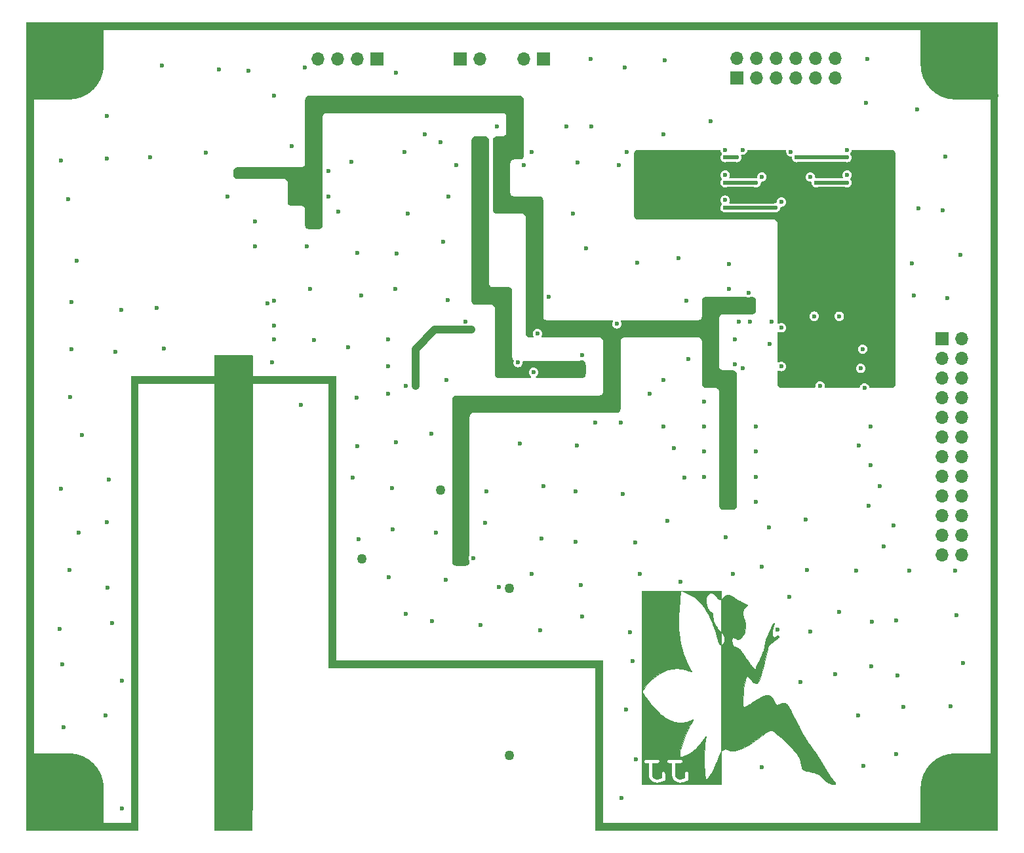
<source format=gbr>
%TF.GenerationSoftware,KiCad,Pcbnew,7.0.0*%
%TF.CreationDate,2023-03-13T15:22:28-06:00*%
%TF.ProjectId,Panoptes,50616e6f-7074-4657-932e-6b696361645f,rev?*%
%TF.SameCoordinates,PX284af10PY30291a0*%
%TF.FileFunction,Copper,L4,Bot*%
%TF.FilePolarity,Positive*%
%FSLAX46Y46*%
G04 Gerber Fmt 4.6, Leading zero omitted, Abs format (unit mm)*
G04 Created by KiCad (PCBNEW 7.0.0) date 2023-03-13 15:22:28*
%MOMM*%
%LPD*%
G01*
G04 APERTURE LIST*
%TA.AperFunction,NonConductor*%
%ADD10C,0.064152*%
%TD*%
%TA.AperFunction,ComponentPad*%
%ADD11R,1.700000X1.700000*%
%TD*%
%TA.AperFunction,ComponentPad*%
%ADD12O,1.700000X1.700000*%
%TD*%
%TA.AperFunction,SMDPad,CuDef*%
%ADD13R,5.000000X5.000000*%
%TD*%
%TA.AperFunction,ComponentPad*%
%ADD14C,0.900000*%
%TD*%
%TA.AperFunction,ComponentPad*%
%ADD15C,8.000000*%
%TD*%
%TA.AperFunction,ComponentPad*%
%ADD16C,1.270000*%
%TD*%
%TA.AperFunction,ViaPad*%
%ADD17C,0.600000*%
%TD*%
%TA.AperFunction,ViaPad*%
%ADD18C,1.000000*%
%TD*%
%TA.AperFunction,Conductor*%
%ADD19C,1.000000*%
%TD*%
%TA.AperFunction,Conductor*%
%ADD20C,0.500000*%
%TD*%
G04 APERTURE END LIST*
D10*
G36*
X79500000Y-86500070D02*
G01*
X79500000Y-86500075D01*
X79499997Y-86500071D01*
X79499998Y-86500071D01*
X79499999Y-86500071D01*
X79499999Y-86500070D01*
X79500000Y-86500070D01*
G37*
X79500000Y-86500070D02*
X79500000Y-86500075D01*
X79499997Y-86500071D01*
X79499998Y-86500071D01*
X79499999Y-86500071D01*
X79499999Y-86500070D01*
X79500000Y-86500070D01*
G36*
X89749988Y-97952631D02*
G01*
X89749999Y-98500000D01*
X79500003Y-98500000D01*
X79500002Y-95501455D01*
X79699217Y-95501455D01*
X79699522Y-95515332D01*
X79700438Y-95528886D01*
X79701964Y-95542114D01*
X79704101Y-95555019D01*
X79706848Y-95567600D01*
X79710205Y-95579856D01*
X79714173Y-95591788D01*
X79718751Y-95603396D01*
X79723940Y-95614680D01*
X79729738Y-95625639D01*
X79736147Y-95636274D01*
X79743166Y-95646584D01*
X79750795Y-95656570D01*
X79759034Y-95666231D01*
X79767883Y-95675568D01*
X79777342Y-95684580D01*
X79787212Y-95692858D01*
X79797901Y-95700602D01*
X79809411Y-95707811D01*
X79821742Y-95714486D01*
X79834892Y-95720627D01*
X79848863Y-95726234D01*
X79863654Y-95731307D01*
X79879266Y-95735845D01*
X79895698Y-95739850D01*
X79912949Y-95743320D01*
X79931021Y-95746257D01*
X79949914Y-95748659D01*
X79969626Y-95750528D01*
X79990158Y-95751863D01*
X80011511Y-95752663D01*
X80033684Y-95752930D01*
X80326651Y-95752930D01*
X80326651Y-97266598D01*
X80327023Y-97301845D01*
X80328138Y-97336177D01*
X80329997Y-97369594D01*
X80332600Y-97402095D01*
X80335947Y-97433681D01*
X80340038Y-97464352D01*
X80344872Y-97494107D01*
X80350451Y-97522947D01*
X80356774Y-97550871D01*
X80363841Y-97577880D01*
X80371652Y-97603973D01*
X80380208Y-97629151D01*
X80389508Y-97653413D01*
X80399552Y-97676759D01*
X80410342Y-97699190D01*
X80421875Y-97720705D01*
X80440700Y-97752929D01*
X80460554Y-97784295D01*
X80481439Y-97814803D01*
X80503354Y-97844453D01*
X80526299Y-97873244D01*
X80550273Y-97901177D01*
X80575278Y-97928252D01*
X80601314Y-97954469D01*
X80628379Y-97979827D01*
X80656474Y-98004328D01*
X80685600Y-98027969D01*
X80715755Y-98050753D01*
X80746941Y-98072678D01*
X80779157Y-98093745D01*
X80812403Y-98113953D01*
X80846679Y-98133303D01*
X80881280Y-98151630D01*
X80916109Y-98168776D01*
X80951167Y-98184738D01*
X80986454Y-98199519D01*
X81021970Y-98213116D01*
X81057714Y-98225532D01*
X81093688Y-98236765D01*
X81129890Y-98246815D01*
X81166320Y-98255683D01*
X81202980Y-98263369D01*
X81239868Y-98269872D01*
X81276986Y-98275193D01*
X81314332Y-98279332D01*
X81351906Y-98282288D01*
X81389710Y-98284061D01*
X81427743Y-98284653D01*
X81477992Y-98283356D01*
X81530472Y-98279465D01*
X81585184Y-98272980D01*
X81642127Y-98263901D01*
X81701302Y-98252228D01*
X81762709Y-98237962D01*
X81826347Y-98221101D01*
X81892216Y-98201647D01*
X81960317Y-98179598D01*
X82030650Y-98154956D01*
X82103214Y-98127720D01*
X82178010Y-98097890D01*
X82255038Y-98065466D01*
X82334297Y-98030448D01*
X82415789Y-97992836D01*
X82499512Y-97952631D01*
X82499512Y-97129880D01*
X82499245Y-97107706D01*
X82498444Y-97086352D01*
X82497109Y-97065818D01*
X82495240Y-97046105D01*
X82492837Y-97027212D01*
X82489900Y-97009139D01*
X82486429Y-96991887D01*
X82482424Y-96975454D01*
X82477886Y-96959842D01*
X82472813Y-96945051D01*
X82467206Y-96931079D01*
X82461065Y-96917928D01*
X82454390Y-96905597D01*
X82447181Y-96894086D01*
X82439438Y-96883395D01*
X82431161Y-96873525D01*
X82422150Y-96864065D01*
X82412814Y-96855216D01*
X82403153Y-96846977D01*
X82393169Y-96839348D01*
X82382861Y-96832329D01*
X82372228Y-96825921D01*
X82361271Y-96820122D01*
X82349990Y-96814934D01*
X82338385Y-96810356D01*
X82326455Y-96806388D01*
X82314201Y-96803030D01*
X82301622Y-96800283D01*
X82288719Y-96798147D01*
X82275491Y-96796620D01*
X82261939Y-96795704D01*
X82248062Y-96795399D01*
X82234490Y-96795704D01*
X82221242Y-96796620D01*
X82208320Y-96798147D01*
X82195721Y-96800283D01*
X82183447Y-96803030D01*
X82171498Y-96806388D01*
X82159872Y-96810356D01*
X82148572Y-96814934D01*
X82137595Y-96820122D01*
X82126943Y-96825921D01*
X82116615Y-96832329D01*
X82106611Y-96839348D01*
X82096932Y-96846977D01*
X82087576Y-96855216D01*
X82078545Y-96864065D01*
X82069838Y-96873525D01*
X82061265Y-96883394D01*
X82053244Y-96894084D01*
X82045777Y-96905594D01*
X82038863Y-96917924D01*
X82032502Y-96931075D01*
X82026694Y-96945046D01*
X82021439Y-96959838D01*
X82016738Y-96975450D01*
X82012589Y-96991882D01*
X82008994Y-97009135D01*
X82005951Y-97027208D01*
X82003462Y-97046102D01*
X82001526Y-97065815D01*
X82000143Y-97086350D01*
X81999313Y-97107704D01*
X81999037Y-97129880D01*
X81999037Y-97620600D01*
X81914539Y-97658938D01*
X81873464Y-97676190D01*
X81833171Y-97692165D01*
X81793660Y-97706861D01*
X81754932Y-97720279D01*
X81716986Y-97732419D01*
X81679822Y-97743282D01*
X81643440Y-97752866D01*
X81607840Y-97761172D01*
X81573022Y-97768201D01*
X81538986Y-97773951D01*
X81505732Y-97778424D01*
X81473260Y-97781619D01*
X81441570Y-97783536D01*
X81410661Y-97784175D01*
X81394447Y-97783946D01*
X81378156Y-97783259D01*
X81361789Y-97782115D01*
X81345346Y-97780513D01*
X81328827Y-97778453D01*
X81312232Y-97775936D01*
X81295561Y-97772960D01*
X81278813Y-97769527D01*
X81261990Y-97765636D01*
X81245091Y-97761287D01*
X81228115Y-97756480D01*
X81211064Y-97751215D01*
X81193937Y-97745492D01*
X81176733Y-97739311D01*
X81159454Y-97732672D01*
X81142099Y-97725574D01*
X81124971Y-97717857D01*
X81108377Y-97709969D01*
X81092318Y-97701910D01*
X81076793Y-97693680D01*
X81061802Y-97685278D01*
X81047345Y-97676704D01*
X81033422Y-97667960D01*
X81020034Y-97659043D01*
X81007179Y-97649955D01*
X80994859Y-97640695D01*
X80983072Y-97631264D01*
X80971820Y-97621660D01*
X80961101Y-97611884D01*
X80950917Y-97601937D01*
X80941266Y-97591817D01*
X80932149Y-97581525D01*
X80923490Y-97571157D01*
X80915213Y-97560808D01*
X80907317Y-97550480D01*
X80899802Y-97540170D01*
X80892669Y-97529881D01*
X80885917Y-97519611D01*
X80879546Y-97509360D01*
X80873557Y-97499128D01*
X80867949Y-97488915D01*
X80862723Y-97478721D01*
X80857878Y-97468547D01*
X80853414Y-97458390D01*
X80849332Y-97448253D01*
X80845632Y-97438134D01*
X80842312Y-97428033D01*
X80839375Y-97417950D01*
X80837897Y-97411980D01*
X80836514Y-97405056D01*
X80835226Y-97397178D01*
X80834034Y-97388348D01*
X80831936Y-97367826D01*
X80830220Y-97343490D01*
X80828884Y-97315340D01*
X80827931Y-97283375D01*
X80827358Y-97247595D01*
X80827168Y-97208000D01*
X80827168Y-95752920D01*
X81435089Y-95752920D01*
X81457273Y-95752653D01*
X81478655Y-95751852D01*
X81499236Y-95750517D01*
X81519015Y-95748648D01*
X81537993Y-95746245D01*
X81556170Y-95743309D01*
X81573545Y-95739838D01*
X81590119Y-95735833D01*
X81605892Y-95731294D01*
X81620863Y-95726221D01*
X81635034Y-95720615D01*
X81648403Y-95714474D01*
X81660972Y-95707799D01*
X81672740Y-95700591D01*
X81683707Y-95692848D01*
X81693873Y-95684571D01*
X81703037Y-95675559D01*
X81711609Y-95666221D01*
X81719590Y-95656560D01*
X81726980Y-95646574D01*
X81733779Y-95636263D01*
X81739987Y-95625629D01*
X81745603Y-95614670D01*
X81750628Y-95603386D01*
X81755062Y-95591779D01*
X81758905Y-95579847D01*
X81762157Y-95567590D01*
X81764817Y-95555010D01*
X81766886Y-95542105D01*
X81768364Y-95528876D01*
X81769251Y-95515324D01*
X81769547Y-95501455D01*
X82699707Y-95501455D01*
X82700012Y-95515332D01*
X82700928Y-95528886D01*
X82702455Y-95542114D01*
X82704591Y-95555019D01*
X82707338Y-95567600D01*
X82710696Y-95579856D01*
X82714664Y-95591788D01*
X82719242Y-95603396D01*
X82724430Y-95614680D01*
X82730229Y-95625639D01*
X82736637Y-95636274D01*
X82743656Y-95646584D01*
X82751285Y-95656570D01*
X82759524Y-95666231D01*
X82768373Y-95675568D01*
X82777832Y-95684580D01*
X82787702Y-95692858D01*
X82798392Y-95700602D01*
X82809902Y-95707811D01*
X82822232Y-95714486D01*
X82835383Y-95720627D01*
X82849354Y-95726234D01*
X82864145Y-95731307D01*
X82879756Y-95735845D01*
X82896188Y-95739850D01*
X82913440Y-95743320D01*
X82931512Y-95746257D01*
X82950404Y-95748659D01*
X82970116Y-95750528D01*
X82990649Y-95751863D01*
X83012001Y-95752663D01*
X83034174Y-95752930D01*
X83327141Y-95752930D01*
X83327141Y-97266598D01*
X83327513Y-97301845D01*
X83328629Y-97336177D01*
X83330488Y-97369594D01*
X83333091Y-97402095D01*
X83336437Y-97433681D01*
X83340528Y-97464352D01*
X83345363Y-97494107D01*
X83350941Y-97522947D01*
X83357264Y-97550871D01*
X83364331Y-97577880D01*
X83372142Y-97603973D01*
X83380698Y-97629151D01*
X83389998Y-97653413D01*
X83400043Y-97676759D01*
X83410832Y-97699190D01*
X83422366Y-97720705D01*
X83441190Y-97752929D01*
X83461045Y-97784295D01*
X83481929Y-97814803D01*
X83503844Y-97844453D01*
X83526789Y-97873244D01*
X83550764Y-97901177D01*
X83575769Y-97928252D01*
X83599979Y-97952631D01*
X83601804Y-97954469D01*
X83628870Y-97979827D01*
X83656966Y-98004328D01*
X83686091Y-98027969D01*
X83716247Y-98050753D01*
X83747434Y-98072678D01*
X83779650Y-98093745D01*
X83812897Y-98113953D01*
X83847174Y-98133303D01*
X83881774Y-98151630D01*
X83916604Y-98168776D01*
X83951662Y-98184738D01*
X83986948Y-98199519D01*
X84022464Y-98213116D01*
X84058208Y-98225532D01*
X84094182Y-98236765D01*
X84130384Y-98246815D01*
X84166815Y-98255683D01*
X84203474Y-98263369D01*
X84240362Y-98269872D01*
X84277480Y-98275193D01*
X84314826Y-98279332D01*
X84352400Y-98282288D01*
X84390204Y-98284061D01*
X84428236Y-98284653D01*
X84478485Y-98283356D01*
X84530965Y-98279465D01*
X84585677Y-98272980D01*
X84642620Y-98263901D01*
X84701795Y-98252228D01*
X84763202Y-98237962D01*
X84826840Y-98221101D01*
X84892710Y-98201647D01*
X84960811Y-98179598D01*
X85031144Y-98154956D01*
X85103708Y-98127720D01*
X85178505Y-98097890D01*
X85255533Y-98065466D01*
X85334792Y-98030448D01*
X85416283Y-97992836D01*
X85500006Y-97952631D01*
X85500006Y-97129880D01*
X85499739Y-97107706D01*
X85498938Y-97086352D01*
X85497603Y-97065818D01*
X85495734Y-97046105D01*
X85493332Y-97027212D01*
X85490395Y-97009139D01*
X85486924Y-96991887D01*
X85482919Y-96975454D01*
X85478380Y-96959842D01*
X85473307Y-96945051D01*
X85467700Y-96931079D01*
X85461559Y-96917928D01*
X85454884Y-96905597D01*
X85447676Y-96894086D01*
X85439933Y-96883395D01*
X85431656Y-96873525D01*
X85422644Y-96864065D01*
X85413308Y-96855216D01*
X85403648Y-96846977D01*
X85393664Y-96839348D01*
X85383355Y-96832329D01*
X85372723Y-96825921D01*
X85361766Y-96820122D01*
X85350484Y-96814934D01*
X85338879Y-96810356D01*
X85326949Y-96806388D01*
X85314695Y-96803030D01*
X85302116Y-96800283D01*
X85289213Y-96798147D01*
X85275985Y-96796620D01*
X85262433Y-96795704D01*
X85248557Y-96795399D01*
X85234984Y-96795704D01*
X85221737Y-96796620D01*
X85208814Y-96798147D01*
X85196215Y-96800283D01*
X85183941Y-96803030D01*
X85171991Y-96806388D01*
X85160366Y-96810356D01*
X85149065Y-96814934D01*
X85138089Y-96820122D01*
X85127436Y-96825921D01*
X85117108Y-96832329D01*
X85107105Y-96839348D01*
X85097425Y-96846977D01*
X85088070Y-96855216D01*
X85079039Y-96864065D01*
X85070331Y-96873525D01*
X85061758Y-96883394D01*
X85053738Y-96894084D01*
X85046271Y-96905594D01*
X85039356Y-96917924D01*
X85032995Y-96931075D01*
X85027188Y-96945046D01*
X85021933Y-96959838D01*
X85017231Y-96975450D01*
X85013082Y-96991882D01*
X85009487Y-97009135D01*
X85006445Y-97027208D01*
X85003955Y-97046102D01*
X85002019Y-97065815D01*
X85000636Y-97086350D01*
X84999807Y-97107704D01*
X84999530Y-97129880D01*
X84999530Y-97620600D01*
X84915033Y-97658938D01*
X84873958Y-97676190D01*
X84833665Y-97692165D01*
X84794154Y-97706861D01*
X84755426Y-97720279D01*
X84717480Y-97732419D01*
X84680316Y-97743282D01*
X84643934Y-97752866D01*
X84608334Y-97761172D01*
X84573516Y-97768201D01*
X84539481Y-97773951D01*
X84506227Y-97778424D01*
X84473755Y-97781619D01*
X84442065Y-97783536D01*
X84411156Y-97784175D01*
X84394941Y-97783946D01*
X84378650Y-97783259D01*
X84362283Y-97782115D01*
X84345840Y-97780513D01*
X84329321Y-97778453D01*
X84312726Y-97775936D01*
X84296054Y-97772960D01*
X84279307Y-97769527D01*
X84262484Y-97765636D01*
X84245584Y-97761287D01*
X84228609Y-97756480D01*
X84211558Y-97751215D01*
X84194431Y-97745492D01*
X84177228Y-97739311D01*
X84159949Y-97732672D01*
X84142594Y-97725574D01*
X84125466Y-97717857D01*
X84108872Y-97709969D01*
X84092812Y-97701910D01*
X84077287Y-97693680D01*
X84062296Y-97685278D01*
X84047839Y-97676704D01*
X84033916Y-97667960D01*
X84020528Y-97659043D01*
X84007673Y-97649955D01*
X83995353Y-97640695D01*
X83983567Y-97631264D01*
X83972314Y-97621660D01*
X83961596Y-97611884D01*
X83951412Y-97601937D01*
X83941761Y-97591817D01*
X83932644Y-97581525D01*
X83923985Y-97571157D01*
X83915707Y-97560808D01*
X83907811Y-97550480D01*
X83900296Y-97540170D01*
X83893162Y-97529881D01*
X83886410Y-97519611D01*
X83880040Y-97509360D01*
X83874050Y-97499128D01*
X83868443Y-97488915D01*
X83863216Y-97478721D01*
X83858371Y-97468547D01*
X83853908Y-97458390D01*
X83849826Y-97448253D01*
X83846125Y-97438134D01*
X83842806Y-97428033D01*
X83839868Y-97417950D01*
X83838390Y-97411980D01*
X83837008Y-97405056D01*
X83835720Y-97397178D01*
X83834528Y-97388348D01*
X83832430Y-97367826D01*
X83830714Y-97343490D01*
X83829378Y-97315340D01*
X83828424Y-97283375D01*
X83827852Y-97247595D01*
X83827661Y-97208000D01*
X83827661Y-95752920D01*
X84435584Y-95752920D01*
X84457767Y-95752653D01*
X84479149Y-95751852D01*
X84499730Y-95750517D01*
X84519509Y-95748648D01*
X84538486Y-95746245D01*
X84556663Y-95743309D01*
X84574038Y-95739838D01*
X84590612Y-95735833D01*
X84606385Y-95731294D01*
X84621356Y-95726221D01*
X84635527Y-95720615D01*
X84648897Y-95714474D01*
X84661465Y-95707799D01*
X84673233Y-95700591D01*
X84684200Y-95692848D01*
X84694366Y-95684571D01*
X84703530Y-95675559D01*
X84712102Y-95666221D01*
X84720084Y-95656560D01*
X84727474Y-95646574D01*
X84734272Y-95636263D01*
X84740480Y-95625629D01*
X84746097Y-95614670D01*
X84751122Y-95603386D01*
X84755556Y-95591779D01*
X84759399Y-95579847D01*
X84762650Y-95567590D01*
X84765311Y-95555010D01*
X84767380Y-95542105D01*
X84768858Y-95528876D01*
X84769745Y-95515324D01*
X84770040Y-95501446D01*
X84769745Y-95487579D01*
X84768858Y-95474055D01*
X84767380Y-95460874D01*
X84765311Y-95448037D01*
X84762650Y-95435544D01*
X84759399Y-95423394D01*
X84755556Y-95411587D01*
X84751122Y-95400124D01*
X84746097Y-95389005D01*
X84740480Y-95378230D01*
X84734272Y-95367798D01*
X84727474Y-95357710D01*
X84720084Y-95347965D01*
X84712102Y-95338565D01*
X84703530Y-95329508D01*
X84694366Y-95320795D01*
X84684202Y-95312222D01*
X84673235Y-95304202D01*
X84661468Y-95296734D01*
X84648899Y-95289820D01*
X84635528Y-95283460D01*
X84621357Y-95277652D01*
X84606384Y-95272397D01*
X84590610Y-95267695D01*
X84574034Y-95263547D01*
X84556658Y-95259952D01*
X84538481Y-95256909D01*
X84519503Y-95254420D01*
X84499724Y-95252484D01*
X84479145Y-95251102D01*
X84457765Y-95250272D01*
X84435584Y-95249995D01*
X84435579Y-95249996D01*
X84435575Y-95249997D01*
X84435566Y-95249999D01*
X84435562Y-95250000D01*
X84435557Y-95250001D01*
X84435555Y-95250002D01*
X84435553Y-95250003D01*
X84435551Y-95250003D01*
X84435549Y-95250004D01*
X83034174Y-95252455D01*
X83012000Y-95252722D01*
X82990647Y-95253523D01*
X82970115Y-95254858D01*
X82950403Y-95256727D01*
X82931512Y-95259130D01*
X82913441Y-95262067D01*
X82896190Y-95265538D01*
X82879760Y-95269543D01*
X82864149Y-95274081D01*
X82849359Y-95279154D01*
X82835389Y-95284761D01*
X82822238Y-95290902D01*
X82809907Y-95297577D01*
X82798396Y-95304786D01*
X82787705Y-95312529D01*
X82777832Y-95320806D01*
X82768373Y-95329522D01*
X82759524Y-95338583D01*
X82751285Y-95347986D01*
X82743656Y-95357733D01*
X82736637Y-95367823D01*
X82730229Y-95378256D01*
X82724430Y-95389032D01*
X82719242Y-95400152D01*
X82714664Y-95411614D01*
X82710696Y-95423420D01*
X82707338Y-95435569D01*
X82704591Y-95448060D01*
X82702455Y-95460895D01*
X82700928Y-95474072D01*
X82700012Y-95487592D01*
X82699707Y-95501455D01*
X81769547Y-95501455D01*
X81769547Y-95501446D01*
X81769251Y-95487579D01*
X81768364Y-95474055D01*
X81766886Y-95460874D01*
X81764817Y-95448037D01*
X81762157Y-95435544D01*
X81758905Y-95423394D01*
X81755062Y-95411587D01*
X81750628Y-95400124D01*
X81745603Y-95389005D01*
X81739987Y-95378230D01*
X81733779Y-95367798D01*
X81726980Y-95357710D01*
X81719590Y-95347965D01*
X81711609Y-95338565D01*
X81703037Y-95329508D01*
X81693873Y-95320795D01*
X81683708Y-95312222D01*
X81672742Y-95304202D01*
X81660974Y-95296734D01*
X81648405Y-95289820D01*
X81635034Y-95283460D01*
X81620863Y-95277652D01*
X81605890Y-95272397D01*
X81590115Y-95267695D01*
X81573540Y-95263547D01*
X81556164Y-95259952D01*
X81537987Y-95256909D01*
X81519009Y-95254420D01*
X81499230Y-95252484D01*
X81478650Y-95251102D01*
X81457270Y-95250272D01*
X81435089Y-95249995D01*
X81435087Y-95249996D01*
X81435085Y-95249996D01*
X81435082Y-95249997D01*
X81435074Y-95249999D01*
X81435070Y-95250000D01*
X81435068Y-95250001D01*
X81435066Y-95250001D01*
X81435064Y-95250002D01*
X81435063Y-95250003D01*
X81435061Y-95250003D01*
X81435059Y-95250004D01*
X80033684Y-95252455D01*
X80011510Y-95252722D01*
X79990157Y-95253523D01*
X79969625Y-95254858D01*
X79949913Y-95256727D01*
X79931021Y-95259130D01*
X79912950Y-95262067D01*
X79895700Y-95265538D01*
X79879269Y-95269543D01*
X79863659Y-95274081D01*
X79848869Y-95279154D01*
X79834898Y-95284761D01*
X79821748Y-95290902D01*
X79809417Y-95297577D01*
X79797906Y-95304786D01*
X79787214Y-95312529D01*
X79777342Y-95320806D01*
X79767883Y-95329522D01*
X79759034Y-95338583D01*
X79750795Y-95347986D01*
X79743166Y-95357733D01*
X79736147Y-95367823D01*
X79729738Y-95378256D01*
X79723940Y-95389032D01*
X79718751Y-95400152D01*
X79714173Y-95411614D01*
X79710205Y-95423420D01*
X79706848Y-95435569D01*
X79704101Y-95448060D01*
X79701964Y-95460895D01*
X79700438Y-95474072D01*
X79699522Y-95487592D01*
X79699217Y-95501455D01*
X79500002Y-95501455D01*
X79500000Y-86500075D01*
X79902054Y-87097671D01*
X80301899Y-87650591D01*
X80699958Y-88157937D01*
X81096659Y-88618814D01*
X81492430Y-89032328D01*
X81887699Y-89397584D01*
X82085278Y-89561836D01*
X82282893Y-89713688D01*
X82480595Y-89853029D01*
X82678439Y-89979746D01*
X82876477Y-90093728D01*
X83074765Y-90194862D01*
X83273354Y-90283038D01*
X83472298Y-90358144D01*
X83671652Y-90420066D01*
X83871467Y-90468695D01*
X84071798Y-90503918D01*
X84272699Y-90525622D01*
X84474222Y-90533697D01*
X84676421Y-90528031D01*
X84879349Y-90508511D01*
X85083060Y-90475026D01*
X85287608Y-90427465D01*
X85493046Y-90365714D01*
X85699426Y-90289664D01*
X85906804Y-90199201D01*
X85958650Y-90175340D01*
X86003731Y-90155872D01*
X86042080Y-90141070D01*
X86058741Y-90135505D01*
X86073732Y-90131210D01*
X86087057Y-90128219D01*
X86098720Y-90126567D01*
X86108725Y-90126289D01*
X86117077Y-90127417D01*
X86123780Y-90129988D01*
X86128838Y-90134035D01*
X86132255Y-90139593D01*
X86134035Y-90146696D01*
X86134183Y-90155378D01*
X86132703Y-90165675D01*
X86129599Y-90177620D01*
X86124875Y-90191247D01*
X86118536Y-90206592D01*
X86110585Y-90223689D01*
X86089866Y-90263274D01*
X86062752Y-90310279D01*
X86029278Y-90364978D01*
X85989475Y-90427648D01*
X85943379Y-90498562D01*
X85826936Y-90682785D01*
X85711200Y-90878707D01*
X85596657Y-91085132D01*
X85483798Y-91300866D01*
X85373109Y-91524713D01*
X85265080Y-91755480D01*
X85160199Y-91991970D01*
X85058954Y-92232988D01*
X84961834Y-92477341D01*
X84869327Y-92723833D01*
X84781921Y-92971268D01*
X84700106Y-93218453D01*
X84624368Y-93464191D01*
X84555197Y-93707288D01*
X84493081Y-93946550D01*
X84438509Y-94180780D01*
X84404648Y-94341241D01*
X84378813Y-94480836D01*
X84361905Y-94600308D01*
X84357080Y-94652731D01*
X84354823Y-94700401D01*
X84355247Y-94743412D01*
X84358464Y-94781856D01*
X84364587Y-94815827D01*
X84373729Y-94845417D01*
X84386001Y-94870719D01*
X84401516Y-94891825D01*
X84420387Y-94908829D01*
X84442725Y-94921824D01*
X84468644Y-94930901D01*
X84498255Y-94936155D01*
X84531671Y-94937678D01*
X84569004Y-94935562D01*
X84610367Y-94929901D01*
X84655872Y-94920787D01*
X84705632Y-94908313D01*
X84759759Y-94892572D01*
X84881562Y-94851660D01*
X85022182Y-94798795D01*
X85182516Y-94734717D01*
X85363466Y-94660170D01*
X85499270Y-94590311D01*
X85635612Y-94512071D01*
X85772276Y-94425655D01*
X85909045Y-94331268D01*
X86045705Y-94229114D01*
X86182040Y-94119399D01*
X86317834Y-94002326D01*
X86452871Y-93878101D01*
X86586935Y-93746929D01*
X86719812Y-93609013D01*
X86851285Y-93464559D01*
X86981138Y-93313771D01*
X87109156Y-93156854D01*
X87235123Y-92994013D01*
X87358824Y-92825453D01*
X87480043Y-92651377D01*
X87540027Y-92564060D01*
X87595958Y-92484792D01*
X87646612Y-92415151D01*
X87690765Y-92356715D01*
X87727195Y-92311063D01*
X87754677Y-92279773D01*
X87764681Y-92270008D01*
X87771989Y-92264424D01*
X87774584Y-92263263D01*
X87776449Y-92263221D01*
X87777562Y-92264324D01*
X87777907Y-92266595D01*
X87775148Y-92294114D01*
X87767578Y-92351416D01*
X87740094Y-92541302D01*
X87699634Y-92808128D01*
X87650381Y-93123765D01*
X87610842Y-93419855D01*
X87579098Y-93752164D01*
X87537959Y-94494313D01*
X87524889Y-95287962D01*
X87537812Y-96070858D01*
X87574654Y-96780751D01*
X87633338Y-97355390D01*
X87670222Y-97572535D01*
X87711789Y-97732523D01*
X87757779Y-97827571D01*
X87782352Y-97848312D01*
X87807933Y-97849899D01*
X87831409Y-97840120D01*
X87857382Y-97825020D01*
X87885730Y-97804732D01*
X87916328Y-97779389D01*
X87983776Y-97714077D01*
X88058735Y-97630153D01*
X88140214Y-97528687D01*
X88227221Y-97410748D01*
X88318764Y-97277406D01*
X88413850Y-97129731D01*
X88511489Y-96968792D01*
X88610688Y-96795659D01*
X88710456Y-96611403D01*
X88809800Y-96417092D01*
X88907729Y-96213796D01*
X89003251Y-96002585D01*
X89095375Y-95784528D01*
X89183107Y-95560696D01*
X89410961Y-94966732D01*
X89501543Y-94740604D01*
X89577524Y-94559430D01*
X89639627Y-94421497D01*
X89688575Y-94325093D01*
X89708342Y-94291930D01*
X89725090Y-94268506D01*
X89738911Y-94254609D01*
X89749895Y-94250025D01*
X89749908Y-94250025D01*
X89749988Y-97952631D01*
G37*
X89749988Y-97952631D02*
X89749999Y-98500000D01*
X79500003Y-98500000D01*
X79500002Y-95501455D01*
X79699217Y-95501455D01*
X79699522Y-95515332D01*
X79700438Y-95528886D01*
X79701964Y-95542114D01*
X79704101Y-95555019D01*
X79706848Y-95567600D01*
X79710205Y-95579856D01*
X79714173Y-95591788D01*
X79718751Y-95603396D01*
X79723940Y-95614680D01*
X79729738Y-95625639D01*
X79736147Y-95636274D01*
X79743166Y-95646584D01*
X79750795Y-95656570D01*
X79759034Y-95666231D01*
X79767883Y-95675568D01*
X79777342Y-95684580D01*
X79787212Y-95692858D01*
X79797901Y-95700602D01*
X79809411Y-95707811D01*
X79821742Y-95714486D01*
X79834892Y-95720627D01*
X79848863Y-95726234D01*
X79863654Y-95731307D01*
X79879266Y-95735845D01*
X79895698Y-95739850D01*
X79912949Y-95743320D01*
X79931021Y-95746257D01*
X79949914Y-95748659D01*
X79969626Y-95750528D01*
X79990158Y-95751863D01*
X80011511Y-95752663D01*
X80033684Y-95752930D01*
X80326651Y-95752930D01*
X80326651Y-97266598D01*
X80327023Y-97301845D01*
X80328138Y-97336177D01*
X80329997Y-97369594D01*
X80332600Y-97402095D01*
X80335947Y-97433681D01*
X80340038Y-97464352D01*
X80344872Y-97494107D01*
X80350451Y-97522947D01*
X80356774Y-97550871D01*
X80363841Y-97577880D01*
X80371652Y-97603973D01*
X80380208Y-97629151D01*
X80389508Y-97653413D01*
X80399552Y-97676759D01*
X80410342Y-97699190D01*
X80421875Y-97720705D01*
X80440700Y-97752929D01*
X80460554Y-97784295D01*
X80481439Y-97814803D01*
X80503354Y-97844453D01*
X80526299Y-97873244D01*
X80550273Y-97901177D01*
X80575278Y-97928252D01*
X80601314Y-97954469D01*
X80628379Y-97979827D01*
X80656474Y-98004328D01*
X80685600Y-98027969D01*
X80715755Y-98050753D01*
X80746941Y-98072678D01*
X80779157Y-98093745D01*
X80812403Y-98113953D01*
X80846679Y-98133303D01*
X80881280Y-98151630D01*
X80916109Y-98168776D01*
X80951167Y-98184738D01*
X80986454Y-98199519D01*
X81021970Y-98213116D01*
X81057714Y-98225532D01*
X81093688Y-98236765D01*
X81129890Y-98246815D01*
X81166320Y-98255683D01*
X81202980Y-98263369D01*
X81239868Y-98269872D01*
X81276986Y-98275193D01*
X81314332Y-98279332D01*
X81351906Y-98282288D01*
X81389710Y-98284061D01*
X81427743Y-98284653D01*
X81477992Y-98283356D01*
X81530472Y-98279465D01*
X81585184Y-98272980D01*
X81642127Y-98263901D01*
X81701302Y-98252228D01*
X81762709Y-98237962D01*
X81826347Y-98221101D01*
X81892216Y-98201647D01*
X81960317Y-98179598D01*
X82030650Y-98154956D01*
X82103214Y-98127720D01*
X82178010Y-98097890D01*
X82255038Y-98065466D01*
X82334297Y-98030448D01*
X82415789Y-97992836D01*
X82499512Y-97952631D01*
X82499512Y-97129880D01*
X82499245Y-97107706D01*
X82498444Y-97086352D01*
X82497109Y-97065818D01*
X82495240Y-97046105D01*
X82492837Y-97027212D01*
X82489900Y-97009139D01*
X82486429Y-96991887D01*
X82482424Y-96975454D01*
X82477886Y-96959842D01*
X82472813Y-96945051D01*
X82467206Y-96931079D01*
X82461065Y-96917928D01*
X82454390Y-96905597D01*
X82447181Y-96894086D01*
X82439438Y-96883395D01*
X82431161Y-96873525D01*
X82422150Y-96864065D01*
X82412814Y-96855216D01*
X82403153Y-96846977D01*
X82393169Y-96839348D01*
X82382861Y-96832329D01*
X82372228Y-96825921D01*
X82361271Y-96820122D01*
X82349990Y-96814934D01*
X82338385Y-96810356D01*
X82326455Y-96806388D01*
X82314201Y-96803030D01*
X82301622Y-96800283D01*
X82288719Y-96798147D01*
X82275491Y-96796620D01*
X82261939Y-96795704D01*
X82248062Y-96795399D01*
X82234490Y-96795704D01*
X82221242Y-96796620D01*
X82208320Y-96798147D01*
X82195721Y-96800283D01*
X82183447Y-96803030D01*
X82171498Y-96806388D01*
X82159872Y-96810356D01*
X82148572Y-96814934D01*
X82137595Y-96820122D01*
X82126943Y-96825921D01*
X82116615Y-96832329D01*
X82106611Y-96839348D01*
X82096932Y-96846977D01*
X82087576Y-96855216D01*
X82078545Y-96864065D01*
X82069838Y-96873525D01*
X82061265Y-96883394D01*
X82053244Y-96894084D01*
X82045777Y-96905594D01*
X82038863Y-96917924D01*
X82032502Y-96931075D01*
X82026694Y-96945046D01*
X82021439Y-96959838D01*
X82016738Y-96975450D01*
X82012589Y-96991882D01*
X82008994Y-97009135D01*
X82005951Y-97027208D01*
X82003462Y-97046102D01*
X82001526Y-97065815D01*
X82000143Y-97086350D01*
X81999313Y-97107704D01*
X81999037Y-97129880D01*
X81999037Y-97620600D01*
X81914539Y-97658938D01*
X81873464Y-97676190D01*
X81833171Y-97692165D01*
X81793660Y-97706861D01*
X81754932Y-97720279D01*
X81716986Y-97732419D01*
X81679822Y-97743282D01*
X81643440Y-97752866D01*
X81607840Y-97761172D01*
X81573022Y-97768201D01*
X81538986Y-97773951D01*
X81505732Y-97778424D01*
X81473260Y-97781619D01*
X81441570Y-97783536D01*
X81410661Y-97784175D01*
X81394447Y-97783946D01*
X81378156Y-97783259D01*
X81361789Y-97782115D01*
X81345346Y-97780513D01*
X81328827Y-97778453D01*
X81312232Y-97775936D01*
X81295561Y-97772960D01*
X81278813Y-97769527D01*
X81261990Y-97765636D01*
X81245091Y-97761287D01*
X81228115Y-97756480D01*
X81211064Y-97751215D01*
X81193937Y-97745492D01*
X81176733Y-97739311D01*
X81159454Y-97732672D01*
X81142099Y-97725574D01*
X81124971Y-97717857D01*
X81108377Y-97709969D01*
X81092318Y-97701910D01*
X81076793Y-97693680D01*
X81061802Y-97685278D01*
X81047345Y-97676704D01*
X81033422Y-97667960D01*
X81020034Y-97659043D01*
X81007179Y-97649955D01*
X80994859Y-97640695D01*
X80983072Y-97631264D01*
X80971820Y-97621660D01*
X80961101Y-97611884D01*
X80950917Y-97601937D01*
X80941266Y-97591817D01*
X80932149Y-97581525D01*
X80923490Y-97571157D01*
X80915213Y-97560808D01*
X80907317Y-97550480D01*
X80899802Y-97540170D01*
X80892669Y-97529881D01*
X80885917Y-97519611D01*
X80879546Y-97509360D01*
X80873557Y-97499128D01*
X80867949Y-97488915D01*
X80862723Y-97478721D01*
X80857878Y-97468547D01*
X80853414Y-97458390D01*
X80849332Y-97448253D01*
X80845632Y-97438134D01*
X80842312Y-97428033D01*
X80839375Y-97417950D01*
X80837897Y-97411980D01*
X80836514Y-97405056D01*
X80835226Y-97397178D01*
X80834034Y-97388348D01*
X80831936Y-97367826D01*
X80830220Y-97343490D01*
X80828884Y-97315340D01*
X80827931Y-97283375D01*
X80827358Y-97247595D01*
X80827168Y-97208000D01*
X80827168Y-95752920D01*
X81435089Y-95752920D01*
X81457273Y-95752653D01*
X81478655Y-95751852D01*
X81499236Y-95750517D01*
X81519015Y-95748648D01*
X81537993Y-95746245D01*
X81556170Y-95743309D01*
X81573545Y-95739838D01*
X81590119Y-95735833D01*
X81605892Y-95731294D01*
X81620863Y-95726221D01*
X81635034Y-95720615D01*
X81648403Y-95714474D01*
X81660972Y-95707799D01*
X81672740Y-95700591D01*
X81683707Y-95692848D01*
X81693873Y-95684571D01*
X81703037Y-95675559D01*
X81711609Y-95666221D01*
X81719590Y-95656560D01*
X81726980Y-95646574D01*
X81733779Y-95636263D01*
X81739987Y-95625629D01*
X81745603Y-95614670D01*
X81750628Y-95603386D01*
X81755062Y-95591779D01*
X81758905Y-95579847D01*
X81762157Y-95567590D01*
X81764817Y-95555010D01*
X81766886Y-95542105D01*
X81768364Y-95528876D01*
X81769251Y-95515324D01*
X81769547Y-95501455D01*
X82699707Y-95501455D01*
X82700012Y-95515332D01*
X82700928Y-95528886D01*
X82702455Y-95542114D01*
X82704591Y-95555019D01*
X82707338Y-95567600D01*
X82710696Y-95579856D01*
X82714664Y-95591788D01*
X82719242Y-95603396D01*
X82724430Y-95614680D01*
X82730229Y-95625639D01*
X82736637Y-95636274D01*
X82743656Y-95646584D01*
X82751285Y-95656570D01*
X82759524Y-95666231D01*
X82768373Y-95675568D01*
X82777832Y-95684580D01*
X82787702Y-95692858D01*
X82798392Y-95700602D01*
X82809902Y-95707811D01*
X82822232Y-95714486D01*
X82835383Y-95720627D01*
X82849354Y-95726234D01*
X82864145Y-95731307D01*
X82879756Y-95735845D01*
X82896188Y-95739850D01*
X82913440Y-95743320D01*
X82931512Y-95746257D01*
X82950404Y-95748659D01*
X82970116Y-95750528D01*
X82990649Y-95751863D01*
X83012001Y-95752663D01*
X83034174Y-95752930D01*
X83327141Y-95752930D01*
X83327141Y-97266598D01*
X83327513Y-97301845D01*
X83328629Y-97336177D01*
X83330488Y-97369594D01*
X83333091Y-97402095D01*
X83336437Y-97433681D01*
X83340528Y-97464352D01*
X83345363Y-97494107D01*
X83350941Y-97522947D01*
X83357264Y-97550871D01*
X83364331Y-97577880D01*
X83372142Y-97603973D01*
X83380698Y-97629151D01*
X83389998Y-97653413D01*
X83400043Y-97676759D01*
X83410832Y-97699190D01*
X83422366Y-97720705D01*
X83441190Y-97752929D01*
X83461045Y-97784295D01*
X83481929Y-97814803D01*
X83503844Y-97844453D01*
X83526789Y-97873244D01*
X83550764Y-97901177D01*
X83575769Y-97928252D01*
X83599979Y-97952631D01*
X83601804Y-97954469D01*
X83628870Y-97979827D01*
X83656966Y-98004328D01*
X83686091Y-98027969D01*
X83716247Y-98050753D01*
X83747434Y-98072678D01*
X83779650Y-98093745D01*
X83812897Y-98113953D01*
X83847174Y-98133303D01*
X83881774Y-98151630D01*
X83916604Y-98168776D01*
X83951662Y-98184738D01*
X83986948Y-98199519D01*
X84022464Y-98213116D01*
X84058208Y-98225532D01*
X84094182Y-98236765D01*
X84130384Y-98246815D01*
X84166815Y-98255683D01*
X84203474Y-98263369D01*
X84240362Y-98269872D01*
X84277480Y-98275193D01*
X84314826Y-98279332D01*
X84352400Y-98282288D01*
X84390204Y-98284061D01*
X84428236Y-98284653D01*
X84478485Y-98283356D01*
X84530965Y-98279465D01*
X84585677Y-98272980D01*
X84642620Y-98263901D01*
X84701795Y-98252228D01*
X84763202Y-98237962D01*
X84826840Y-98221101D01*
X84892710Y-98201647D01*
X84960811Y-98179598D01*
X85031144Y-98154956D01*
X85103708Y-98127720D01*
X85178505Y-98097890D01*
X85255533Y-98065466D01*
X85334792Y-98030448D01*
X85416283Y-97992836D01*
X85500006Y-97952631D01*
X85500006Y-97129880D01*
X85499739Y-97107706D01*
X85498938Y-97086352D01*
X85497603Y-97065818D01*
X85495734Y-97046105D01*
X85493332Y-97027212D01*
X85490395Y-97009139D01*
X85486924Y-96991887D01*
X85482919Y-96975454D01*
X85478380Y-96959842D01*
X85473307Y-96945051D01*
X85467700Y-96931079D01*
X85461559Y-96917928D01*
X85454884Y-96905597D01*
X85447676Y-96894086D01*
X85439933Y-96883395D01*
X85431656Y-96873525D01*
X85422644Y-96864065D01*
X85413308Y-96855216D01*
X85403648Y-96846977D01*
X85393664Y-96839348D01*
X85383355Y-96832329D01*
X85372723Y-96825921D01*
X85361766Y-96820122D01*
X85350484Y-96814934D01*
X85338879Y-96810356D01*
X85326949Y-96806388D01*
X85314695Y-96803030D01*
X85302116Y-96800283D01*
X85289213Y-96798147D01*
X85275985Y-96796620D01*
X85262433Y-96795704D01*
X85248557Y-96795399D01*
X85234984Y-96795704D01*
X85221737Y-96796620D01*
X85208814Y-96798147D01*
X85196215Y-96800283D01*
X85183941Y-96803030D01*
X85171991Y-96806388D01*
X85160366Y-96810356D01*
X85149065Y-96814934D01*
X85138089Y-96820122D01*
X85127436Y-96825921D01*
X85117108Y-96832329D01*
X85107105Y-96839348D01*
X85097425Y-96846977D01*
X85088070Y-96855216D01*
X85079039Y-96864065D01*
X85070331Y-96873525D01*
X85061758Y-96883394D01*
X85053738Y-96894084D01*
X85046271Y-96905594D01*
X85039356Y-96917924D01*
X85032995Y-96931075D01*
X85027188Y-96945046D01*
X85021933Y-96959838D01*
X85017231Y-96975450D01*
X85013082Y-96991882D01*
X85009487Y-97009135D01*
X85006445Y-97027208D01*
X85003955Y-97046102D01*
X85002019Y-97065815D01*
X85000636Y-97086350D01*
X84999807Y-97107704D01*
X84999530Y-97129880D01*
X84999530Y-97620600D01*
X84915033Y-97658938D01*
X84873958Y-97676190D01*
X84833665Y-97692165D01*
X84794154Y-97706861D01*
X84755426Y-97720279D01*
X84717480Y-97732419D01*
X84680316Y-97743282D01*
X84643934Y-97752866D01*
X84608334Y-97761172D01*
X84573516Y-97768201D01*
X84539481Y-97773951D01*
X84506227Y-97778424D01*
X84473755Y-97781619D01*
X84442065Y-97783536D01*
X84411156Y-97784175D01*
X84394941Y-97783946D01*
X84378650Y-97783259D01*
X84362283Y-97782115D01*
X84345840Y-97780513D01*
X84329321Y-97778453D01*
X84312726Y-97775936D01*
X84296054Y-97772960D01*
X84279307Y-97769527D01*
X84262484Y-97765636D01*
X84245584Y-97761287D01*
X84228609Y-97756480D01*
X84211558Y-97751215D01*
X84194431Y-97745492D01*
X84177228Y-97739311D01*
X84159949Y-97732672D01*
X84142594Y-97725574D01*
X84125466Y-97717857D01*
X84108872Y-97709969D01*
X84092812Y-97701910D01*
X84077287Y-97693680D01*
X84062296Y-97685278D01*
X84047839Y-97676704D01*
X84033916Y-97667960D01*
X84020528Y-97659043D01*
X84007673Y-97649955D01*
X83995353Y-97640695D01*
X83983567Y-97631264D01*
X83972314Y-97621660D01*
X83961596Y-97611884D01*
X83951412Y-97601937D01*
X83941761Y-97591817D01*
X83932644Y-97581525D01*
X83923985Y-97571157D01*
X83915707Y-97560808D01*
X83907811Y-97550480D01*
X83900296Y-97540170D01*
X83893162Y-97529881D01*
X83886410Y-97519611D01*
X83880040Y-97509360D01*
X83874050Y-97499128D01*
X83868443Y-97488915D01*
X83863216Y-97478721D01*
X83858371Y-97468547D01*
X83853908Y-97458390D01*
X83849826Y-97448253D01*
X83846125Y-97438134D01*
X83842806Y-97428033D01*
X83839868Y-97417950D01*
X83838390Y-97411980D01*
X83837008Y-97405056D01*
X83835720Y-97397178D01*
X83834528Y-97388348D01*
X83832430Y-97367826D01*
X83830714Y-97343490D01*
X83829378Y-97315340D01*
X83828424Y-97283375D01*
X83827852Y-97247595D01*
X83827661Y-97208000D01*
X83827661Y-95752920D01*
X84435584Y-95752920D01*
X84457767Y-95752653D01*
X84479149Y-95751852D01*
X84499730Y-95750517D01*
X84519509Y-95748648D01*
X84538486Y-95746245D01*
X84556663Y-95743309D01*
X84574038Y-95739838D01*
X84590612Y-95735833D01*
X84606385Y-95731294D01*
X84621356Y-95726221D01*
X84635527Y-95720615D01*
X84648897Y-95714474D01*
X84661465Y-95707799D01*
X84673233Y-95700591D01*
X84684200Y-95692848D01*
X84694366Y-95684571D01*
X84703530Y-95675559D01*
X84712102Y-95666221D01*
X84720084Y-95656560D01*
X84727474Y-95646574D01*
X84734272Y-95636263D01*
X84740480Y-95625629D01*
X84746097Y-95614670D01*
X84751122Y-95603386D01*
X84755556Y-95591779D01*
X84759399Y-95579847D01*
X84762650Y-95567590D01*
X84765311Y-95555010D01*
X84767380Y-95542105D01*
X84768858Y-95528876D01*
X84769745Y-95515324D01*
X84770040Y-95501446D01*
X84769745Y-95487579D01*
X84768858Y-95474055D01*
X84767380Y-95460874D01*
X84765311Y-95448037D01*
X84762650Y-95435544D01*
X84759399Y-95423394D01*
X84755556Y-95411587D01*
X84751122Y-95400124D01*
X84746097Y-95389005D01*
X84740480Y-95378230D01*
X84734272Y-95367798D01*
X84727474Y-95357710D01*
X84720084Y-95347965D01*
X84712102Y-95338565D01*
X84703530Y-95329508D01*
X84694366Y-95320795D01*
X84684202Y-95312222D01*
X84673235Y-95304202D01*
X84661468Y-95296734D01*
X84648899Y-95289820D01*
X84635528Y-95283460D01*
X84621357Y-95277652D01*
X84606384Y-95272397D01*
X84590610Y-95267695D01*
X84574034Y-95263547D01*
X84556658Y-95259952D01*
X84538481Y-95256909D01*
X84519503Y-95254420D01*
X84499724Y-95252484D01*
X84479145Y-95251102D01*
X84457765Y-95250272D01*
X84435584Y-95249995D01*
X84435579Y-95249996D01*
X84435575Y-95249997D01*
X84435566Y-95249999D01*
X84435562Y-95250000D01*
X84435557Y-95250001D01*
X84435555Y-95250002D01*
X84435553Y-95250003D01*
X84435551Y-95250003D01*
X84435549Y-95250004D01*
X83034174Y-95252455D01*
X83012000Y-95252722D01*
X82990647Y-95253523D01*
X82970115Y-95254858D01*
X82950403Y-95256727D01*
X82931512Y-95259130D01*
X82913441Y-95262067D01*
X82896190Y-95265538D01*
X82879760Y-95269543D01*
X82864149Y-95274081D01*
X82849359Y-95279154D01*
X82835389Y-95284761D01*
X82822238Y-95290902D01*
X82809907Y-95297577D01*
X82798396Y-95304786D01*
X82787705Y-95312529D01*
X82777832Y-95320806D01*
X82768373Y-95329522D01*
X82759524Y-95338583D01*
X82751285Y-95347986D01*
X82743656Y-95357733D01*
X82736637Y-95367823D01*
X82730229Y-95378256D01*
X82724430Y-95389032D01*
X82719242Y-95400152D01*
X82714664Y-95411614D01*
X82710696Y-95423420D01*
X82707338Y-95435569D01*
X82704591Y-95448060D01*
X82702455Y-95460895D01*
X82700928Y-95474072D01*
X82700012Y-95487592D01*
X82699707Y-95501455D01*
X81769547Y-95501455D01*
X81769547Y-95501446D01*
X81769251Y-95487579D01*
X81768364Y-95474055D01*
X81766886Y-95460874D01*
X81764817Y-95448037D01*
X81762157Y-95435544D01*
X81758905Y-95423394D01*
X81755062Y-95411587D01*
X81750628Y-95400124D01*
X81745603Y-95389005D01*
X81739987Y-95378230D01*
X81733779Y-95367798D01*
X81726980Y-95357710D01*
X81719590Y-95347965D01*
X81711609Y-95338565D01*
X81703037Y-95329508D01*
X81693873Y-95320795D01*
X81683708Y-95312222D01*
X81672742Y-95304202D01*
X81660974Y-95296734D01*
X81648405Y-95289820D01*
X81635034Y-95283460D01*
X81620863Y-95277652D01*
X81605890Y-95272397D01*
X81590115Y-95267695D01*
X81573540Y-95263547D01*
X81556164Y-95259952D01*
X81537987Y-95256909D01*
X81519009Y-95254420D01*
X81499230Y-95252484D01*
X81478650Y-95251102D01*
X81457270Y-95250272D01*
X81435089Y-95249995D01*
X81435087Y-95249996D01*
X81435085Y-95249996D01*
X81435082Y-95249997D01*
X81435074Y-95249999D01*
X81435070Y-95250000D01*
X81435068Y-95250001D01*
X81435066Y-95250001D01*
X81435064Y-95250002D01*
X81435063Y-95250003D01*
X81435061Y-95250003D01*
X81435059Y-95250004D01*
X80033684Y-95252455D01*
X80011510Y-95252722D01*
X79990157Y-95253523D01*
X79969625Y-95254858D01*
X79949913Y-95256727D01*
X79931021Y-95259130D01*
X79912950Y-95262067D01*
X79895700Y-95265538D01*
X79879269Y-95269543D01*
X79863659Y-95274081D01*
X79848869Y-95279154D01*
X79834898Y-95284761D01*
X79821748Y-95290902D01*
X79809417Y-95297577D01*
X79797906Y-95304786D01*
X79787214Y-95312529D01*
X79777342Y-95320806D01*
X79767883Y-95329522D01*
X79759034Y-95338583D01*
X79750795Y-95347986D01*
X79743166Y-95357733D01*
X79736147Y-95367823D01*
X79729738Y-95378256D01*
X79723940Y-95389032D01*
X79718751Y-95400152D01*
X79714173Y-95411614D01*
X79710205Y-95423420D01*
X79706848Y-95435569D01*
X79704101Y-95448060D01*
X79701964Y-95460895D01*
X79700438Y-95474072D01*
X79699522Y-95487592D01*
X79699217Y-95501455D01*
X79500002Y-95501455D01*
X79500000Y-86500075D01*
X79902054Y-87097671D01*
X80301899Y-87650591D01*
X80699958Y-88157937D01*
X81096659Y-88618814D01*
X81492430Y-89032328D01*
X81887699Y-89397584D01*
X82085278Y-89561836D01*
X82282893Y-89713688D01*
X82480595Y-89853029D01*
X82678439Y-89979746D01*
X82876477Y-90093728D01*
X83074765Y-90194862D01*
X83273354Y-90283038D01*
X83472298Y-90358144D01*
X83671652Y-90420066D01*
X83871467Y-90468695D01*
X84071798Y-90503918D01*
X84272699Y-90525622D01*
X84474222Y-90533697D01*
X84676421Y-90528031D01*
X84879349Y-90508511D01*
X85083060Y-90475026D01*
X85287608Y-90427465D01*
X85493046Y-90365714D01*
X85699426Y-90289664D01*
X85906804Y-90199201D01*
X85958650Y-90175340D01*
X86003731Y-90155872D01*
X86042080Y-90141070D01*
X86058741Y-90135505D01*
X86073732Y-90131210D01*
X86087057Y-90128219D01*
X86098720Y-90126567D01*
X86108725Y-90126289D01*
X86117077Y-90127417D01*
X86123780Y-90129988D01*
X86128838Y-90134035D01*
X86132255Y-90139593D01*
X86134035Y-90146696D01*
X86134183Y-90155378D01*
X86132703Y-90165675D01*
X86129599Y-90177620D01*
X86124875Y-90191247D01*
X86118536Y-90206592D01*
X86110585Y-90223689D01*
X86089866Y-90263274D01*
X86062752Y-90310279D01*
X86029278Y-90364978D01*
X85989475Y-90427648D01*
X85943379Y-90498562D01*
X85826936Y-90682785D01*
X85711200Y-90878707D01*
X85596657Y-91085132D01*
X85483798Y-91300866D01*
X85373109Y-91524713D01*
X85265080Y-91755480D01*
X85160199Y-91991970D01*
X85058954Y-92232988D01*
X84961834Y-92477341D01*
X84869327Y-92723833D01*
X84781921Y-92971268D01*
X84700106Y-93218453D01*
X84624368Y-93464191D01*
X84555197Y-93707288D01*
X84493081Y-93946550D01*
X84438509Y-94180780D01*
X84404648Y-94341241D01*
X84378813Y-94480836D01*
X84361905Y-94600308D01*
X84357080Y-94652731D01*
X84354823Y-94700401D01*
X84355247Y-94743412D01*
X84358464Y-94781856D01*
X84364587Y-94815827D01*
X84373729Y-94845417D01*
X84386001Y-94870719D01*
X84401516Y-94891825D01*
X84420387Y-94908829D01*
X84442725Y-94921824D01*
X84468644Y-94930901D01*
X84498255Y-94936155D01*
X84531671Y-94937678D01*
X84569004Y-94935562D01*
X84610367Y-94929901D01*
X84655872Y-94920787D01*
X84705632Y-94908313D01*
X84759759Y-94892572D01*
X84881562Y-94851660D01*
X85022182Y-94798795D01*
X85182516Y-94734717D01*
X85363466Y-94660170D01*
X85499270Y-94590311D01*
X85635612Y-94512071D01*
X85772276Y-94425655D01*
X85909045Y-94331268D01*
X86045705Y-94229114D01*
X86182040Y-94119399D01*
X86317834Y-94002326D01*
X86452871Y-93878101D01*
X86586935Y-93746929D01*
X86719812Y-93609013D01*
X86851285Y-93464559D01*
X86981138Y-93313771D01*
X87109156Y-93156854D01*
X87235123Y-92994013D01*
X87358824Y-92825453D01*
X87480043Y-92651377D01*
X87540027Y-92564060D01*
X87595958Y-92484792D01*
X87646612Y-92415151D01*
X87690765Y-92356715D01*
X87727195Y-92311063D01*
X87754677Y-92279773D01*
X87764681Y-92270008D01*
X87771989Y-92264424D01*
X87774584Y-92263263D01*
X87776449Y-92263221D01*
X87777562Y-92264324D01*
X87777907Y-92266595D01*
X87775148Y-92294114D01*
X87767578Y-92351416D01*
X87740094Y-92541302D01*
X87699634Y-92808128D01*
X87650381Y-93123765D01*
X87610842Y-93419855D01*
X87579098Y-93752164D01*
X87537959Y-94494313D01*
X87524889Y-95287962D01*
X87537812Y-96070858D01*
X87574654Y-96780751D01*
X87633338Y-97355390D01*
X87670222Y-97572535D01*
X87711789Y-97732523D01*
X87757779Y-97827571D01*
X87782352Y-97848312D01*
X87807933Y-97849899D01*
X87831409Y-97840120D01*
X87857382Y-97825020D01*
X87885730Y-97804732D01*
X87916328Y-97779389D01*
X87983776Y-97714077D01*
X88058735Y-97630153D01*
X88140214Y-97528687D01*
X88227221Y-97410748D01*
X88318764Y-97277406D01*
X88413850Y-97129731D01*
X88511489Y-96968792D01*
X88610688Y-96795659D01*
X88710456Y-96611403D01*
X88809800Y-96417092D01*
X88907729Y-96213796D01*
X89003251Y-96002585D01*
X89095375Y-95784528D01*
X89183107Y-95560696D01*
X89410961Y-94966732D01*
X89501543Y-94740604D01*
X89577524Y-94559430D01*
X89639627Y-94421497D01*
X89688575Y-94325093D01*
X89708342Y-94291930D01*
X89725090Y-94268506D01*
X89738911Y-94254609D01*
X89749895Y-94250025D01*
X89749908Y-94250025D01*
X89749988Y-97952631D01*
G36*
X89749995Y-73500225D02*
G01*
X89749995Y-74600106D01*
X89733365Y-74600564D01*
X89688235Y-74599574D01*
X89657214Y-74597431D01*
X89621746Y-74593597D01*
X89582723Y-74587632D01*
X89541037Y-74579091D01*
X89497582Y-74567532D01*
X89475470Y-74560483D01*
X89453249Y-74552513D01*
X89431033Y-74543568D01*
X89408932Y-74533591D01*
X89387058Y-74522528D01*
X89365522Y-74510323D01*
X89344436Y-74496921D01*
X89323912Y-74482266D01*
X89304062Y-74466304D01*
X89284996Y-74448979D01*
X89266826Y-74430235D01*
X89249664Y-74410017D01*
X89233622Y-74388270D01*
X89218810Y-74364939D01*
X89178141Y-74298312D01*
X89136629Y-74235607D01*
X89094348Y-74176832D01*
X89051372Y-74121995D01*
X89007776Y-74071104D01*
X88963635Y-74024167D01*
X88919023Y-73981193D01*
X88874014Y-73942189D01*
X88828683Y-73907163D01*
X88783104Y-73876123D01*
X88737353Y-73849079D01*
X88691502Y-73826037D01*
X88645628Y-73807005D01*
X88599804Y-73791993D01*
X88554104Y-73781008D01*
X88508604Y-73774057D01*
X88463378Y-73771150D01*
X88418500Y-73772295D01*
X88374045Y-73777498D01*
X88330086Y-73786769D01*
X88286700Y-73800116D01*
X88243959Y-73817546D01*
X88201940Y-73839068D01*
X88160715Y-73864690D01*
X88120360Y-73894419D01*
X88080949Y-73928265D01*
X88042556Y-73966235D01*
X88005257Y-74008337D01*
X87969125Y-74054579D01*
X87934235Y-74104970D01*
X87900662Y-74159517D01*
X87868479Y-74218229D01*
X87846592Y-74265722D01*
X87827836Y-74317249D01*
X87812133Y-74372488D01*
X87799405Y-74431122D01*
X87782558Y-74557291D01*
X87776669Y-74693202D01*
X87781112Y-74836296D01*
X87795258Y-74984019D01*
X87818481Y-75133814D01*
X87850154Y-75283123D01*
X87889651Y-75429393D01*
X87936343Y-75570065D01*
X87989605Y-75702584D01*
X88048809Y-75824393D01*
X88113328Y-75932936D01*
X88147385Y-75981434D01*
X88182536Y-76025657D01*
X88218702Y-76065286D01*
X88255805Y-76100000D01*
X88293767Y-76129481D01*
X88332509Y-76153408D01*
X88378255Y-76178655D01*
X88418947Y-76202857D01*
X88437515Y-76214825D01*
X88454959Y-76226841D01*
X88471325Y-76239009D01*
X88486660Y-76251432D01*
X88501011Y-76264213D01*
X88514424Y-76277455D01*
X88526945Y-76291262D01*
X88538621Y-76305736D01*
X88549499Y-76320982D01*
X88559625Y-76337101D01*
X88569045Y-76354198D01*
X88577806Y-76372376D01*
X88585955Y-76391737D01*
X88593538Y-76412385D01*
X88600601Y-76434423D01*
X88607190Y-76457954D01*
X88613354Y-76483082D01*
X88619137Y-76509910D01*
X88624586Y-76538540D01*
X88629748Y-76569077D01*
X88639397Y-76636281D01*
X88648455Y-76712348D01*
X88657294Y-76798103D01*
X88666286Y-76894371D01*
X88676960Y-76994804D01*
X88690762Y-77092784D01*
X88707933Y-77188661D01*
X88728715Y-77282781D01*
X88753351Y-77375495D01*
X88782083Y-77467151D01*
X88815153Y-77558098D01*
X88852804Y-77648683D01*
X88895278Y-77739257D01*
X88942817Y-77830167D01*
X88995664Y-77921762D01*
X89054060Y-78014390D01*
X89118248Y-78108401D01*
X89188471Y-78204143D01*
X89264970Y-78301964D01*
X89347988Y-78402214D01*
X89749993Y-78875092D01*
X89749993Y-80500071D01*
X89729933Y-80499377D01*
X89710502Y-80497284D01*
X89691654Y-80493743D01*
X89673344Y-80488704D01*
X89655525Y-80482117D01*
X89638152Y-80473932D01*
X89621178Y-80464101D01*
X89604557Y-80452572D01*
X89588243Y-80439296D01*
X89572191Y-80424223D01*
X89556353Y-80407304D01*
X89540685Y-80388489D01*
X89525139Y-80367727D01*
X89509671Y-80344970D01*
X89494234Y-80320167D01*
X89478781Y-80293269D01*
X89463267Y-80264225D01*
X89447646Y-80232987D01*
X89431872Y-80199504D01*
X89415899Y-80163726D01*
X89399680Y-80125604D01*
X89383170Y-80085088D01*
X89349091Y-79996675D01*
X89313294Y-79898087D01*
X89275411Y-79788928D01*
X89235073Y-79668799D01*
X89191912Y-79537301D01*
X89147006Y-79395387D01*
X89108256Y-79266445D01*
X89044281Y-79037677D01*
X88935804Y-78627999D01*
X88871515Y-78407883D01*
X88832530Y-78285430D01*
X88787336Y-78151447D01*
X88734695Y-78003482D01*
X88673372Y-77839087D01*
X88602130Y-77655810D01*
X88519731Y-77451201D01*
X88389125Y-77144854D01*
X88243643Y-76835281D01*
X88083027Y-76524869D01*
X87907017Y-76216008D01*
X87715354Y-75911086D01*
X87507781Y-75612492D01*
X87284038Y-75322614D01*
X87043866Y-75043842D01*
X86787007Y-74778564D01*
X86513201Y-74529169D01*
X86222190Y-74298046D01*
X86070152Y-74190083D01*
X85913716Y-74087583D01*
X85752849Y-73990846D01*
X85587518Y-73900169D01*
X85417693Y-73815852D01*
X85243339Y-73738193D01*
X85064426Y-73667490D01*
X84880920Y-73604043D01*
X84692789Y-73548150D01*
X84500001Y-73500108D01*
X89749995Y-73500225D01*
G37*
X89749995Y-73500225D02*
X89749995Y-74600106D01*
X89733365Y-74600564D01*
X89688235Y-74599574D01*
X89657214Y-74597431D01*
X89621746Y-74593597D01*
X89582723Y-74587632D01*
X89541037Y-74579091D01*
X89497582Y-74567532D01*
X89475470Y-74560483D01*
X89453249Y-74552513D01*
X89431033Y-74543568D01*
X89408932Y-74533591D01*
X89387058Y-74522528D01*
X89365522Y-74510323D01*
X89344436Y-74496921D01*
X89323912Y-74482266D01*
X89304062Y-74466304D01*
X89284996Y-74448979D01*
X89266826Y-74430235D01*
X89249664Y-74410017D01*
X89233622Y-74388270D01*
X89218810Y-74364939D01*
X89178141Y-74298312D01*
X89136629Y-74235607D01*
X89094348Y-74176832D01*
X89051372Y-74121995D01*
X89007776Y-74071104D01*
X88963635Y-74024167D01*
X88919023Y-73981193D01*
X88874014Y-73942189D01*
X88828683Y-73907163D01*
X88783104Y-73876123D01*
X88737353Y-73849079D01*
X88691502Y-73826037D01*
X88645628Y-73807005D01*
X88599804Y-73791993D01*
X88554104Y-73781008D01*
X88508604Y-73774057D01*
X88463378Y-73771150D01*
X88418500Y-73772295D01*
X88374045Y-73777498D01*
X88330086Y-73786769D01*
X88286700Y-73800116D01*
X88243959Y-73817546D01*
X88201940Y-73839068D01*
X88160715Y-73864690D01*
X88120360Y-73894419D01*
X88080949Y-73928265D01*
X88042556Y-73966235D01*
X88005257Y-74008337D01*
X87969125Y-74054579D01*
X87934235Y-74104970D01*
X87900662Y-74159517D01*
X87868479Y-74218229D01*
X87846592Y-74265722D01*
X87827836Y-74317249D01*
X87812133Y-74372488D01*
X87799405Y-74431122D01*
X87782558Y-74557291D01*
X87776669Y-74693202D01*
X87781112Y-74836296D01*
X87795258Y-74984019D01*
X87818481Y-75133814D01*
X87850154Y-75283123D01*
X87889651Y-75429393D01*
X87936343Y-75570065D01*
X87989605Y-75702584D01*
X88048809Y-75824393D01*
X88113328Y-75932936D01*
X88147385Y-75981434D01*
X88182536Y-76025657D01*
X88218702Y-76065286D01*
X88255805Y-76100000D01*
X88293767Y-76129481D01*
X88332509Y-76153408D01*
X88378255Y-76178655D01*
X88418947Y-76202857D01*
X88437515Y-76214825D01*
X88454959Y-76226841D01*
X88471325Y-76239009D01*
X88486660Y-76251432D01*
X88501011Y-76264213D01*
X88514424Y-76277455D01*
X88526945Y-76291262D01*
X88538621Y-76305736D01*
X88549499Y-76320982D01*
X88559625Y-76337101D01*
X88569045Y-76354198D01*
X88577806Y-76372376D01*
X88585955Y-76391737D01*
X88593538Y-76412385D01*
X88600601Y-76434423D01*
X88607190Y-76457954D01*
X88613354Y-76483082D01*
X88619137Y-76509910D01*
X88624586Y-76538540D01*
X88629748Y-76569077D01*
X88639397Y-76636281D01*
X88648455Y-76712348D01*
X88657294Y-76798103D01*
X88666286Y-76894371D01*
X88676960Y-76994804D01*
X88690762Y-77092784D01*
X88707933Y-77188661D01*
X88728715Y-77282781D01*
X88753351Y-77375495D01*
X88782083Y-77467151D01*
X88815153Y-77558098D01*
X88852804Y-77648683D01*
X88895278Y-77739257D01*
X88942817Y-77830167D01*
X88995664Y-77921762D01*
X89054060Y-78014390D01*
X89118248Y-78108401D01*
X89188471Y-78204143D01*
X89264970Y-78301964D01*
X89347988Y-78402214D01*
X89749993Y-78875092D01*
X89749993Y-80500071D01*
X89729933Y-80499377D01*
X89710502Y-80497284D01*
X89691654Y-80493743D01*
X89673344Y-80488704D01*
X89655525Y-80482117D01*
X89638152Y-80473932D01*
X89621178Y-80464101D01*
X89604557Y-80452572D01*
X89588243Y-80439296D01*
X89572191Y-80424223D01*
X89556353Y-80407304D01*
X89540685Y-80388489D01*
X89525139Y-80367727D01*
X89509671Y-80344970D01*
X89494234Y-80320167D01*
X89478781Y-80293269D01*
X89463267Y-80264225D01*
X89447646Y-80232987D01*
X89431872Y-80199504D01*
X89415899Y-80163726D01*
X89399680Y-80125604D01*
X89383170Y-80085088D01*
X89349091Y-79996675D01*
X89313294Y-79898087D01*
X89275411Y-79788928D01*
X89235073Y-79668799D01*
X89191912Y-79537301D01*
X89147006Y-79395387D01*
X89108256Y-79266445D01*
X89044281Y-79037677D01*
X88935804Y-78627999D01*
X88871515Y-78407883D01*
X88832530Y-78285430D01*
X88787336Y-78151447D01*
X88734695Y-78003482D01*
X88673372Y-77839087D01*
X88602130Y-77655810D01*
X88519731Y-77451201D01*
X88389125Y-77144854D01*
X88243643Y-76835281D01*
X88083027Y-76524869D01*
X87907017Y-76216008D01*
X87715354Y-75911086D01*
X87507781Y-75612492D01*
X87284038Y-75322614D01*
X87043866Y-75043842D01*
X86787007Y-74778564D01*
X86513201Y-74529169D01*
X86222190Y-74298046D01*
X86070152Y-74190083D01*
X85913716Y-74087583D01*
X85752849Y-73990846D01*
X85587518Y-73900169D01*
X85417693Y-73815852D01*
X85243339Y-73738193D01*
X85064426Y-73667490D01*
X84880920Y-73604043D01*
X84692789Y-73548150D01*
X84500001Y-73500108D01*
X89749995Y-73500225D01*
G36*
X90702947Y-74025170D02*
G01*
X90755944Y-74032800D01*
X90810154Y-74044444D01*
X90865736Y-74060118D01*
X90922845Y-74079835D01*
X90981641Y-74103609D01*
X91042278Y-74131456D01*
X91104915Y-74163388D01*
X91169710Y-74199421D01*
X91236818Y-74239569D01*
X91306397Y-74283846D01*
X91378604Y-74332266D01*
X91453597Y-74384844D01*
X91531532Y-74441593D01*
X91612567Y-74502528D01*
X91684146Y-74554002D01*
X91773874Y-74613491D01*
X91878147Y-74678872D01*
X91993359Y-74748025D01*
X92115905Y-74818826D01*
X92242182Y-74889154D01*
X92368584Y-74956886D01*
X92491506Y-75019900D01*
X92719279Y-75134495D01*
X92909425Y-75231646D01*
X93042069Y-75301095D01*
X93080616Y-75322224D01*
X93097334Y-75332581D01*
X93098303Y-75333933D01*
X93098735Y-75335710D01*
X93098641Y-75337898D01*
X93098032Y-75340487D01*
X93096920Y-75343463D01*
X93095317Y-75346815D01*
X93093233Y-75350529D01*
X93090680Y-75354594D01*
X93084213Y-75363726D01*
X93076009Y-75374111D01*
X93066158Y-75385652D01*
X93054752Y-75398250D01*
X93041884Y-75411804D01*
X93027643Y-75426218D01*
X93012123Y-75441392D01*
X92995415Y-75457227D01*
X92977611Y-75473625D01*
X92958801Y-75490487D01*
X92939078Y-75507713D01*
X92918533Y-75525206D01*
X92878653Y-75560120D01*
X92840895Y-75596009D01*
X92805259Y-75632869D01*
X92771746Y-75670699D01*
X92740357Y-75709493D01*
X92711091Y-75749250D01*
X92683949Y-75789964D01*
X92658932Y-75831634D01*
X92636040Y-75874255D01*
X92615274Y-75917824D01*
X92596633Y-75962339D01*
X92580120Y-76007794D01*
X92565733Y-76054187D01*
X92553474Y-76101515D01*
X92543343Y-76149774D01*
X92535340Y-76198960D01*
X92529467Y-76249071D01*
X92525722Y-76300103D01*
X92524108Y-76352052D01*
X92524624Y-76404916D01*
X92527271Y-76458690D01*
X92532049Y-76513371D01*
X92538959Y-76568956D01*
X92548001Y-76625442D01*
X92559176Y-76682825D01*
X92572484Y-76741101D01*
X92587926Y-76800268D01*
X92605502Y-76860321D01*
X92647059Y-76983075D01*
X92697158Y-77109335D01*
X92741340Y-77223708D01*
X92778359Y-77341237D01*
X92808433Y-77461386D01*
X92831783Y-77583622D01*
X92848625Y-77707410D01*
X92859180Y-77832216D01*
X92862301Y-78082744D01*
X92842894Y-78330931D01*
X92802712Y-78572502D01*
X92743502Y-78803183D01*
X92667016Y-79018699D01*
X92575003Y-79214775D01*
X92523721Y-79304187D01*
X92469214Y-79387137D01*
X92411699Y-79463088D01*
X92351397Y-79531508D01*
X92288526Y-79591862D01*
X92223304Y-79643616D01*
X92155951Y-79686235D01*
X92086685Y-79719184D01*
X92015724Y-79741930D01*
X91943288Y-79753939D01*
X91869595Y-79754675D01*
X91794865Y-79743605D01*
X91719315Y-79720194D01*
X91643165Y-79683907D01*
X91573284Y-79646006D01*
X91509076Y-79614089D01*
X91450380Y-79588197D01*
X91397036Y-79568371D01*
X91372320Y-79560746D01*
X91348883Y-79554652D01*
X91326703Y-79550096D01*
X91305760Y-79547081D01*
X91286035Y-79545614D01*
X91267507Y-79545700D01*
X91250156Y-79547342D01*
X91233963Y-79550548D01*
X91218906Y-79555321D01*
X91204967Y-79561667D01*
X91192124Y-79569591D01*
X91180358Y-79579098D01*
X91169649Y-79590194D01*
X91159976Y-79602883D01*
X91151320Y-79617170D01*
X91143661Y-79633061D01*
X91136978Y-79650560D01*
X91131251Y-79669674D01*
X91126460Y-79690406D01*
X91122585Y-79712763D01*
X91117504Y-79762369D01*
X91115846Y-79818532D01*
X91117290Y-79905168D01*
X91121595Y-79987926D01*
X91128719Y-80066704D01*
X91138622Y-80141397D01*
X91151261Y-80211900D01*
X91166596Y-80278111D01*
X91184584Y-80339924D01*
X91205186Y-80397237D01*
X91228358Y-80449944D01*
X91254061Y-80497942D01*
X91282253Y-80541128D01*
X91312891Y-80579396D01*
X91345936Y-80612644D01*
X91381345Y-80640766D01*
X91419078Y-80663660D01*
X91459093Y-80681220D01*
X91555120Y-80716645D01*
X91642298Y-80750693D01*
X91721687Y-80784261D01*
X91794349Y-80818249D01*
X91861343Y-80853554D01*
X91923732Y-80891073D01*
X91982576Y-80931705D01*
X92038936Y-80976348D01*
X92093873Y-81025900D01*
X92148449Y-81081259D01*
X92203724Y-81143322D01*
X92260759Y-81212987D01*
X92320616Y-81291154D01*
X92384355Y-81378718D01*
X92453037Y-81476579D01*
X92527723Y-81585635D01*
X92954993Y-82212235D01*
X93270145Y-82668067D01*
X93477930Y-82959924D01*
X93543044Y-83046485D01*
X93583098Y-83094600D01*
X93600449Y-83113673D01*
X93623879Y-83140676D01*
X93652356Y-83174359D01*
X93684850Y-83213472D01*
X93757768Y-83302987D01*
X93834388Y-83399220D01*
X93873058Y-83447538D01*
X93908436Y-83489824D01*
X93940764Y-83526132D01*
X93970285Y-83556516D01*
X93984068Y-83569503D01*
X93997241Y-83581030D01*
X94009834Y-83591102D01*
X94021876Y-83599726D01*
X94033399Y-83606909D01*
X94044432Y-83612658D01*
X94055006Y-83616980D01*
X94065151Y-83619881D01*
X94074898Y-83621367D01*
X94084277Y-83621446D01*
X94093318Y-83620125D01*
X94102051Y-83617409D01*
X94110508Y-83613306D01*
X94118717Y-83607823D01*
X94126710Y-83600965D01*
X94134517Y-83592740D01*
X94142169Y-83583154D01*
X94149694Y-83572215D01*
X94157125Y-83559928D01*
X94164491Y-83546301D01*
X94179150Y-83515052D01*
X94193913Y-83478521D01*
X94213477Y-83431413D01*
X94246777Y-83356222D01*
X94347365Y-83137109D01*
X94481237Y-82852224D01*
X94633951Y-82532608D01*
X94809975Y-82161716D01*
X94954781Y-81843135D01*
X95071608Y-81567763D01*
X95163689Y-81326497D01*
X95201462Y-81215810D01*
X95234263Y-81110236D01*
X95262495Y-81008638D01*
X95286564Y-80909877D01*
X95306873Y-80812816D01*
X95323828Y-80716317D01*
X95349293Y-80520455D01*
X95365544Y-80408426D01*
X95392523Y-80279589D01*
X95429457Y-80135856D01*
X95475566Y-79979139D01*
X95530075Y-79811349D01*
X95592208Y-79634398D01*
X95736236Y-79260661D01*
X95901437Y-78873220D01*
X96081599Y-78487367D01*
X96175348Y-78299816D01*
X96270508Y-78118397D01*
X96366301Y-77945022D01*
X96461951Y-77781603D01*
X96491760Y-77733934D01*
X96518285Y-77694898D01*
X96530301Y-77678568D01*
X96541477Y-77664336D01*
X96551809Y-77652181D01*
X96561289Y-77642085D01*
X96569911Y-77634026D01*
X96577670Y-77627985D01*
X96584559Y-77623942D01*
X96590572Y-77621876D01*
X96595703Y-77621767D01*
X96599947Y-77623595D01*
X96603296Y-77627341D01*
X96605745Y-77632983D01*
X96607287Y-77640502D01*
X96607918Y-77649878D01*
X96607630Y-77661090D01*
X96606417Y-77674119D01*
X96604273Y-77688944D01*
X96601193Y-77705546D01*
X96592198Y-77743997D01*
X96579382Y-77789312D01*
X96562697Y-77841329D01*
X96542095Y-77899888D01*
X96517526Y-77964828D01*
X96452670Y-78146690D01*
X96401046Y-78324170D01*
X96362243Y-78495499D01*
X96335854Y-78658905D01*
X96321470Y-78812618D01*
X96318683Y-78954867D01*
X96327084Y-79083883D01*
X96346265Y-79197895D01*
X96359771Y-79248720D01*
X96375818Y-79295131D01*
X96394356Y-79336905D01*
X96415333Y-79373822D01*
X96438699Y-79405660D01*
X96464403Y-79432197D01*
X96492393Y-79453213D01*
X96522619Y-79468486D01*
X96555029Y-79477794D01*
X96589572Y-79480917D01*
X96626198Y-79477634D01*
X96664855Y-79467722D01*
X96705492Y-79450960D01*
X96748058Y-79427128D01*
X96792503Y-79396003D01*
X96838774Y-79357366D01*
X96849760Y-79348019D01*
X96861213Y-79339314D01*
X96873087Y-79331250D01*
X96885336Y-79323824D01*
X96897912Y-79317036D01*
X96910770Y-79310883D01*
X96923863Y-79305364D01*
X96937144Y-79300478D01*
X96964086Y-79292597D01*
X96991224Y-79287228D01*
X97018185Y-79284359D01*
X97044598Y-79283977D01*
X97057482Y-79284715D01*
X97070091Y-79286070D01*
X97082376Y-79288040D01*
X97094291Y-79290625D01*
X97105791Y-79293822D01*
X97116828Y-79297630D01*
X97127356Y-79302048D01*
X97137328Y-79307074D01*
X97146698Y-79312706D01*
X97155420Y-79318943D01*
X97163447Y-79325783D01*
X97170732Y-79333225D01*
X97177230Y-79341267D01*
X97182892Y-79349908D01*
X97187674Y-79359147D01*
X97191528Y-79368980D01*
X97193588Y-79377408D01*
X97194319Y-79386452D01*
X97193683Y-79396153D01*
X97191637Y-79406549D01*
X97188141Y-79417682D01*
X97183153Y-79429590D01*
X97176632Y-79442314D01*
X97168538Y-79455894D01*
X97158830Y-79470369D01*
X97147466Y-79485779D01*
X97134406Y-79502163D01*
X97119608Y-79519563D01*
X97103032Y-79538017D01*
X97084636Y-79557566D01*
X97042221Y-79600106D01*
X96992036Y-79647502D01*
X96933754Y-79700073D01*
X96867044Y-79758137D01*
X96791581Y-79822013D01*
X96707034Y-79892019D01*
X96613078Y-79968474D01*
X96509383Y-80051698D01*
X96395621Y-80142007D01*
X96330862Y-80181147D01*
X96261820Y-80225175D01*
X96178919Y-80281157D01*
X96134753Y-80312610D01*
X96090097Y-80345829D01*
X96045946Y-80380404D01*
X96003291Y-80415927D01*
X95963124Y-80451991D01*
X95926438Y-80488188D01*
X95909710Y-80506209D01*
X95894225Y-80524110D01*
X95880105Y-80541840D01*
X95867476Y-80559348D01*
X95848666Y-80590241D01*
X95830972Y-80625493D01*
X95814409Y-80664229D01*
X95798989Y-80705572D01*
X95784726Y-80748646D01*
X95771633Y-80792572D01*
X95749010Y-80879480D01*
X95731229Y-80959283D01*
X95718396Y-81024967D01*
X95708001Y-81085930D01*
X95672566Y-81206763D01*
X95632944Y-81348587D01*
X95546487Y-81674472D01*
X95459315Y-82022108D01*
X95382116Y-82350015D01*
X95124224Y-83457560D01*
X95010183Y-83910259D01*
X94903589Y-84299014D01*
X94802579Y-84626404D01*
X94705285Y-84895008D01*
X94609843Y-85107405D01*
X94514387Y-85266174D01*
X94466070Y-85326254D01*
X94417050Y-85373894D01*
X94367093Y-85409417D01*
X94315967Y-85433144D01*
X94263438Y-85445399D01*
X94209272Y-85446503D01*
X94153238Y-85436780D01*
X94095100Y-85416550D01*
X94034627Y-85386138D01*
X93971585Y-85345864D01*
X93836861Y-85237023D01*
X93689062Y-85092607D01*
X93526323Y-84915195D01*
X93376452Y-84746454D01*
X93315585Y-84679470D01*
X93262936Y-84623672D01*
X93217634Y-84578756D01*
X93178808Y-84544419D01*
X93161551Y-84531122D01*
X93145586Y-84520356D01*
X93130804Y-84512083D01*
X93117097Y-84506265D01*
X93104356Y-84502864D01*
X93092471Y-84501842D01*
X93081334Y-84503161D01*
X93070835Y-84506783D01*
X93060867Y-84512670D01*
X93051320Y-84520784D01*
X93042085Y-84531088D01*
X93033053Y-84543542D01*
X93015164Y-84574754D01*
X92996782Y-84614114D01*
X92955053Y-84716070D01*
X92893486Y-84894158D01*
X92835005Y-85109844D01*
X92780143Y-85356764D01*
X92729430Y-85628556D01*
X92642576Y-86221300D01*
X92578696Y-86837169D01*
X92542039Y-87425257D01*
X92535247Y-87692974D01*
X92536856Y-87934656D01*
X92547396Y-88143938D01*
X92567398Y-88314459D01*
X92597394Y-88439854D01*
X92616306Y-88483641D01*
X92637915Y-88513760D01*
X92644168Y-88518984D01*
X92651456Y-88523095D01*
X92659849Y-88526055D01*
X92669417Y-88527827D01*
X92680228Y-88528374D01*
X92692353Y-88527657D01*
X92705861Y-88525639D01*
X92720822Y-88522283D01*
X92737306Y-88517551D01*
X92755382Y-88511405D01*
X92775120Y-88503808D01*
X92796589Y-88494723D01*
X92819860Y-88484111D01*
X92845001Y-88471935D01*
X92901174Y-88442742D01*
X92965666Y-88406844D01*
X93039033Y-88363938D01*
X93121832Y-88313726D01*
X93214622Y-88255906D01*
X93317958Y-88190179D01*
X93432398Y-88116243D01*
X93558499Y-88033798D01*
X93696818Y-87942543D01*
X94028427Y-87726155D01*
X94329617Y-87537032D01*
X94602426Y-87374939D01*
X94848888Y-87239643D01*
X95071041Y-87130909D01*
X95270920Y-87048503D01*
X95363144Y-87017100D01*
X95450562Y-86992191D01*
X95533430Y-86973747D01*
X95612002Y-86961738D01*
X95686533Y-86956136D01*
X95757278Y-86956911D01*
X95824490Y-86964034D01*
X95888424Y-86977475D01*
X95949335Y-86997206D01*
X96007477Y-87023197D01*
X96063106Y-87055418D01*
X96116474Y-87093841D01*
X96167838Y-87138435D01*
X96217450Y-87189173D01*
X96265567Y-87246024D01*
X96312442Y-87308960D01*
X96403486Y-87452967D01*
X96492618Y-87620960D01*
X96604444Y-87846901D01*
X96650563Y-87937104D01*
X96691830Y-88013231D01*
X96729502Y-88076111D01*
X96764838Y-88126573D01*
X96782023Y-88147405D01*
X96799096Y-88165444D01*
X96816213Y-88180791D01*
X96833532Y-88193551D01*
X96851211Y-88203828D01*
X96869406Y-88211724D01*
X96888275Y-88217344D01*
X96907975Y-88220790D01*
X96928663Y-88222167D01*
X96950496Y-88221577D01*
X96973632Y-88219125D01*
X96998228Y-88214913D01*
X97052429Y-88201626D01*
X97114356Y-88182545D01*
X97266420Y-88130308D01*
X97585045Y-88017888D01*
X97652216Y-87996846D01*
X97715478Y-87979906D01*
X97775375Y-87967706D01*
X97832449Y-87960886D01*
X97887243Y-87960082D01*
X97940301Y-87965935D01*
X97992166Y-87979082D01*
X98043380Y-88000163D01*
X98094486Y-88029814D01*
X98146028Y-88068675D01*
X98198548Y-88117385D01*
X98252590Y-88176581D01*
X98308696Y-88246902D01*
X98367409Y-88328987D01*
X98429272Y-88423475D01*
X98494829Y-88531002D01*
X98564622Y-88652209D01*
X98639194Y-88787734D01*
X98719088Y-88938214D01*
X98804847Y-89104289D01*
X98996133Y-89485776D01*
X99217396Y-89937302D01*
X99767224Y-91070904D01*
X99895860Y-91320160D01*
X100061123Y-91614464D01*
X100260091Y-91949185D01*
X100489840Y-92319691D01*
X100747448Y-92721352D01*
X101029991Y-93149536D01*
X101334548Y-93599613D01*
X101658194Y-94066950D01*
X101975795Y-94524932D01*
X102251643Y-94930598D01*
X102679699Y-95578034D01*
X102945599Y-95995349D01*
X103052580Y-96168633D01*
X103884170Y-97548718D01*
X103894426Y-97562186D01*
X103912243Y-97584041D01*
X103965887Y-97649056D01*
X103999373Y-97690286D01*
X104035742Y-97736045D01*
X104073824Y-97785370D01*
X104093142Y-97811067D01*
X104112450Y-97837294D01*
X104152326Y-97891196D01*
X104194109Y-97946060D01*
X104236558Y-98000357D01*
X104278431Y-98052559D01*
X104318485Y-98101140D01*
X104355478Y-98144570D01*
X104388168Y-98181323D01*
X104415313Y-98209870D01*
X104426954Y-98222004D01*
X104437889Y-98234411D01*
X104448077Y-98247002D01*
X104457477Y-98259686D01*
X104466050Y-98272371D01*
X104473755Y-98284969D01*
X104480551Y-98297388D01*
X104486399Y-98309539D01*
X104491257Y-98321330D01*
X104495086Y-98332671D01*
X104497844Y-98343473D01*
X104499492Y-98353644D01*
X104499989Y-98363095D01*
X104499794Y-98367522D01*
X104499295Y-98371735D01*
X104498489Y-98375722D01*
X104497369Y-98379473D01*
X104495932Y-98382975D01*
X104494171Y-98386219D01*
X104474808Y-98412763D01*
X104451927Y-98435666D01*
X104425675Y-98454986D01*
X104396198Y-98470784D01*
X104363643Y-98483118D01*
X104328156Y-98492048D01*
X104289884Y-98497633D01*
X104248973Y-98499931D01*
X104205570Y-98499004D01*
X104159820Y-98494909D01*
X104111871Y-98487705D01*
X104061869Y-98477453D01*
X104009960Y-98464212D01*
X103956290Y-98448040D01*
X103901007Y-98428997D01*
X103844257Y-98407142D01*
X103726940Y-98355234D01*
X103605510Y-98292790D01*
X103481140Y-98220283D01*
X103355001Y-98138188D01*
X103228265Y-98046980D01*
X103102102Y-97947130D01*
X102977685Y-97839115D01*
X102856185Y-97723408D01*
X102752228Y-97620392D01*
X102657676Y-97528738D01*
X102570753Y-97447500D01*
X102489684Y-97375732D01*
X102412692Y-97312488D01*
X102338002Y-97256823D01*
X102263838Y-97207790D01*
X102226399Y-97185465D01*
X102188425Y-97164443D01*
X102149695Y-97144606D01*
X102109986Y-97125837D01*
X102026746Y-97091025D01*
X101936929Y-97059062D01*
X101838760Y-97029002D01*
X101730462Y-96999899D01*
X101610260Y-96970806D01*
X101476378Y-96940779D01*
X101327040Y-96908872D01*
X100962995Y-96828818D01*
X100812812Y-96791440D01*
X100681775Y-96754107D01*
X100568324Y-96715528D01*
X100470899Y-96674412D01*
X100427709Y-96652500D01*
X100387940Y-96629470D01*
X100351398Y-96605160D01*
X100317887Y-96579410D01*
X100287213Y-96552057D01*
X100259180Y-96522942D01*
X100233593Y-96491901D01*
X100210258Y-96458775D01*
X100188979Y-96423401D01*
X100169561Y-96385619D01*
X100151810Y-96345267D01*
X100135530Y-96302183D01*
X100106604Y-96207177D01*
X100081224Y-96099309D01*
X100057828Y-95977291D01*
X100034858Y-95839829D01*
X99995801Y-95649332D01*
X99938579Y-95455364D01*
X99862424Y-95256978D01*
X99766567Y-95053224D01*
X99650240Y-94843155D01*
X99512675Y-94625821D01*
X99353103Y-94400273D01*
X99170757Y-94165563D01*
X98964868Y-93920742D01*
X98734668Y-93664861D01*
X98479390Y-93396972D01*
X98198264Y-93116126D01*
X97890522Y-92821373D01*
X97555398Y-92511766D01*
X97192121Y-92186356D01*
X96799924Y-91844193D01*
X96696431Y-91757959D01*
X96647324Y-91719924D01*
X96599554Y-91685406D01*
X96552804Y-91654502D01*
X96506757Y-91627308D01*
X96461096Y-91603920D01*
X96415503Y-91584435D01*
X96369661Y-91568949D01*
X96323253Y-91557559D01*
X96275963Y-91550361D01*
X96227472Y-91547452D01*
X96177464Y-91548928D01*
X96125622Y-91554885D01*
X96071628Y-91565420D01*
X96015165Y-91580630D01*
X95955917Y-91600610D01*
X95893565Y-91625458D01*
X95827794Y-91655269D01*
X95758285Y-91690141D01*
X95684722Y-91730169D01*
X95606788Y-91775451D01*
X95524164Y-91826082D01*
X95436535Y-91882158D01*
X95343583Y-91943778D01*
X95244991Y-92011036D01*
X95029617Y-92162854D01*
X94787878Y-92338385D01*
X94517235Y-92538401D01*
X94133596Y-92818463D01*
X93773500Y-93070467D01*
X93435368Y-93294945D01*
X93117619Y-93492427D01*
X92818675Y-93663445D01*
X92536957Y-93808530D01*
X92270885Y-93928213D01*
X92018881Y-94023025D01*
X91779364Y-94093498D01*
X91550756Y-94140161D01*
X91331477Y-94163547D01*
X91119949Y-94164187D01*
X90914591Y-94142611D01*
X90713825Y-94099351D01*
X90516072Y-94034938D01*
X90319751Y-93949903D01*
X90300366Y-93942002D01*
X90280272Y-93936644D01*
X90259550Y-93933687D01*
X90238280Y-93932986D01*
X90216545Y-93934401D01*
X90194425Y-93937787D01*
X90172001Y-93943002D01*
X90149355Y-93949903D01*
X90126567Y-93958348D01*
X90103719Y-93968193D01*
X90058167Y-93991513D01*
X90013347Y-94018722D01*
X89969910Y-94048676D01*
X89928503Y-94080232D01*
X89889776Y-94112249D01*
X89854378Y-94143584D01*
X89822959Y-94173093D01*
X89774650Y-94222067D01*
X89750043Y-94250029D01*
X89750043Y-80500100D01*
X89750837Y-80498277D01*
X89751997Y-80496373D01*
X89753501Y-80494399D01*
X89755324Y-80492363D01*
X89759828Y-80488135D01*
X89765319Y-80483758D01*
X89771601Y-80479299D01*
X89778483Y-80474824D01*
X89785772Y-80470401D01*
X89793274Y-80466097D01*
X89808147Y-80458114D01*
X89821558Y-80451412D01*
X89831963Y-80446529D01*
X89837818Y-80444000D01*
X89866919Y-80430832D01*
X89895166Y-80414070D01*
X89922480Y-80393894D01*
X89948784Y-80370481D01*
X89974001Y-80344008D01*
X89998053Y-80314653D01*
X90020863Y-80282594D01*
X90042353Y-80248008D01*
X90062445Y-80211073D01*
X90081063Y-80171966D01*
X90098128Y-80130865D01*
X90113564Y-80087948D01*
X90127293Y-80043392D01*
X90139237Y-79997376D01*
X90149318Y-79950075D01*
X90157460Y-79901669D01*
X90163585Y-79852335D01*
X90167615Y-79802249D01*
X90169474Y-79751591D01*
X90169082Y-79700538D01*
X90166364Y-79649266D01*
X90161241Y-79597955D01*
X90153636Y-79546781D01*
X90143472Y-79495921D01*
X90130670Y-79445555D01*
X90115155Y-79395859D01*
X90096847Y-79347010D01*
X90075670Y-79299187D01*
X90051546Y-79252567D01*
X90024398Y-79207328D01*
X89994148Y-79163648D01*
X89960718Y-79121703D01*
X89750019Y-78875103D01*
X89768183Y-76656270D01*
X89750019Y-74600116D01*
X89976743Y-74354083D01*
X90018057Y-74315819D01*
X90058712Y-74279858D01*
X90098780Y-74246206D01*
X90138336Y-74214869D01*
X90177453Y-74185855D01*
X90216206Y-74159170D01*
X90254669Y-74134821D01*
X90292916Y-74112814D01*
X90331019Y-74093157D01*
X90369055Y-74075856D01*
X90407095Y-74060917D01*
X90445215Y-74048348D01*
X90483489Y-74038155D01*
X90521989Y-74030344D01*
X90560791Y-74024923D01*
X90599968Y-74021899D01*
X90651008Y-74021541D01*
X90702947Y-74025170D01*
G37*
X90702947Y-74025170D02*
X90755944Y-74032800D01*
X90810154Y-74044444D01*
X90865736Y-74060118D01*
X90922845Y-74079835D01*
X90981641Y-74103609D01*
X91042278Y-74131456D01*
X91104915Y-74163388D01*
X91169710Y-74199421D01*
X91236818Y-74239569D01*
X91306397Y-74283846D01*
X91378604Y-74332266D01*
X91453597Y-74384844D01*
X91531532Y-74441593D01*
X91612567Y-74502528D01*
X91684146Y-74554002D01*
X91773874Y-74613491D01*
X91878147Y-74678872D01*
X91993359Y-74748025D01*
X92115905Y-74818826D01*
X92242182Y-74889154D01*
X92368584Y-74956886D01*
X92491506Y-75019900D01*
X92719279Y-75134495D01*
X92909425Y-75231646D01*
X93042069Y-75301095D01*
X93080616Y-75322224D01*
X93097334Y-75332581D01*
X93098303Y-75333933D01*
X93098735Y-75335710D01*
X93098641Y-75337898D01*
X93098032Y-75340487D01*
X93096920Y-75343463D01*
X93095317Y-75346815D01*
X93093233Y-75350529D01*
X93090680Y-75354594D01*
X93084213Y-75363726D01*
X93076009Y-75374111D01*
X93066158Y-75385652D01*
X93054752Y-75398250D01*
X93041884Y-75411804D01*
X93027643Y-75426218D01*
X93012123Y-75441392D01*
X92995415Y-75457227D01*
X92977611Y-75473625D01*
X92958801Y-75490487D01*
X92939078Y-75507713D01*
X92918533Y-75525206D01*
X92878653Y-75560120D01*
X92840895Y-75596009D01*
X92805259Y-75632869D01*
X92771746Y-75670699D01*
X92740357Y-75709493D01*
X92711091Y-75749250D01*
X92683949Y-75789964D01*
X92658932Y-75831634D01*
X92636040Y-75874255D01*
X92615274Y-75917824D01*
X92596633Y-75962339D01*
X92580120Y-76007794D01*
X92565733Y-76054187D01*
X92553474Y-76101515D01*
X92543343Y-76149774D01*
X92535340Y-76198960D01*
X92529467Y-76249071D01*
X92525722Y-76300103D01*
X92524108Y-76352052D01*
X92524624Y-76404916D01*
X92527271Y-76458690D01*
X92532049Y-76513371D01*
X92538959Y-76568956D01*
X92548001Y-76625442D01*
X92559176Y-76682825D01*
X92572484Y-76741101D01*
X92587926Y-76800268D01*
X92605502Y-76860321D01*
X92647059Y-76983075D01*
X92697158Y-77109335D01*
X92741340Y-77223708D01*
X92778359Y-77341237D01*
X92808433Y-77461386D01*
X92831783Y-77583622D01*
X92848625Y-77707410D01*
X92859180Y-77832216D01*
X92862301Y-78082744D01*
X92842894Y-78330931D01*
X92802712Y-78572502D01*
X92743502Y-78803183D01*
X92667016Y-79018699D01*
X92575003Y-79214775D01*
X92523721Y-79304187D01*
X92469214Y-79387137D01*
X92411699Y-79463088D01*
X92351397Y-79531508D01*
X92288526Y-79591862D01*
X92223304Y-79643616D01*
X92155951Y-79686235D01*
X92086685Y-79719184D01*
X92015724Y-79741930D01*
X91943288Y-79753939D01*
X91869595Y-79754675D01*
X91794865Y-79743605D01*
X91719315Y-79720194D01*
X91643165Y-79683907D01*
X91573284Y-79646006D01*
X91509076Y-79614089D01*
X91450380Y-79588197D01*
X91397036Y-79568371D01*
X91372320Y-79560746D01*
X91348883Y-79554652D01*
X91326703Y-79550096D01*
X91305760Y-79547081D01*
X91286035Y-79545614D01*
X91267507Y-79545700D01*
X91250156Y-79547342D01*
X91233963Y-79550548D01*
X91218906Y-79555321D01*
X91204967Y-79561667D01*
X91192124Y-79569591D01*
X91180358Y-79579098D01*
X91169649Y-79590194D01*
X91159976Y-79602883D01*
X91151320Y-79617170D01*
X91143661Y-79633061D01*
X91136978Y-79650560D01*
X91131251Y-79669674D01*
X91126460Y-79690406D01*
X91122585Y-79712763D01*
X91117504Y-79762369D01*
X91115846Y-79818532D01*
X91117290Y-79905168D01*
X91121595Y-79987926D01*
X91128719Y-80066704D01*
X91138622Y-80141397D01*
X91151261Y-80211900D01*
X91166596Y-80278111D01*
X91184584Y-80339924D01*
X91205186Y-80397237D01*
X91228358Y-80449944D01*
X91254061Y-80497942D01*
X91282253Y-80541128D01*
X91312891Y-80579396D01*
X91345936Y-80612644D01*
X91381345Y-80640766D01*
X91419078Y-80663660D01*
X91459093Y-80681220D01*
X91555120Y-80716645D01*
X91642298Y-80750693D01*
X91721687Y-80784261D01*
X91794349Y-80818249D01*
X91861343Y-80853554D01*
X91923732Y-80891073D01*
X91982576Y-80931705D01*
X92038936Y-80976348D01*
X92093873Y-81025900D01*
X92148449Y-81081259D01*
X92203724Y-81143322D01*
X92260759Y-81212987D01*
X92320616Y-81291154D01*
X92384355Y-81378718D01*
X92453037Y-81476579D01*
X92527723Y-81585635D01*
X92954993Y-82212235D01*
X93270145Y-82668067D01*
X93477930Y-82959924D01*
X93543044Y-83046485D01*
X93583098Y-83094600D01*
X93600449Y-83113673D01*
X93623879Y-83140676D01*
X93652356Y-83174359D01*
X93684850Y-83213472D01*
X93757768Y-83302987D01*
X93834388Y-83399220D01*
X93873058Y-83447538D01*
X93908436Y-83489824D01*
X93940764Y-83526132D01*
X93970285Y-83556516D01*
X93984068Y-83569503D01*
X93997241Y-83581030D01*
X94009834Y-83591102D01*
X94021876Y-83599726D01*
X94033399Y-83606909D01*
X94044432Y-83612658D01*
X94055006Y-83616980D01*
X94065151Y-83619881D01*
X94074898Y-83621367D01*
X94084277Y-83621446D01*
X94093318Y-83620125D01*
X94102051Y-83617409D01*
X94110508Y-83613306D01*
X94118717Y-83607823D01*
X94126710Y-83600965D01*
X94134517Y-83592740D01*
X94142169Y-83583154D01*
X94149694Y-83572215D01*
X94157125Y-83559928D01*
X94164491Y-83546301D01*
X94179150Y-83515052D01*
X94193913Y-83478521D01*
X94213477Y-83431413D01*
X94246777Y-83356222D01*
X94347365Y-83137109D01*
X94481237Y-82852224D01*
X94633951Y-82532608D01*
X94809975Y-82161716D01*
X94954781Y-81843135D01*
X95071608Y-81567763D01*
X95163689Y-81326497D01*
X95201462Y-81215810D01*
X95234263Y-81110236D01*
X95262495Y-81008638D01*
X95286564Y-80909877D01*
X95306873Y-80812816D01*
X95323828Y-80716317D01*
X95349293Y-80520455D01*
X95365544Y-80408426D01*
X95392523Y-80279589D01*
X95429457Y-80135856D01*
X95475566Y-79979139D01*
X95530075Y-79811349D01*
X95592208Y-79634398D01*
X95736236Y-79260661D01*
X95901437Y-78873220D01*
X96081599Y-78487367D01*
X96175348Y-78299816D01*
X96270508Y-78118397D01*
X96366301Y-77945022D01*
X96461951Y-77781603D01*
X96491760Y-77733934D01*
X96518285Y-77694898D01*
X96530301Y-77678568D01*
X96541477Y-77664336D01*
X96551809Y-77652181D01*
X96561289Y-77642085D01*
X96569911Y-77634026D01*
X96577670Y-77627985D01*
X96584559Y-77623942D01*
X96590572Y-77621876D01*
X96595703Y-77621767D01*
X96599947Y-77623595D01*
X96603296Y-77627341D01*
X96605745Y-77632983D01*
X96607287Y-77640502D01*
X96607918Y-77649878D01*
X96607630Y-77661090D01*
X96606417Y-77674119D01*
X96604273Y-77688944D01*
X96601193Y-77705546D01*
X96592198Y-77743997D01*
X96579382Y-77789312D01*
X96562697Y-77841329D01*
X96542095Y-77899888D01*
X96517526Y-77964828D01*
X96452670Y-78146690D01*
X96401046Y-78324170D01*
X96362243Y-78495499D01*
X96335854Y-78658905D01*
X96321470Y-78812618D01*
X96318683Y-78954867D01*
X96327084Y-79083883D01*
X96346265Y-79197895D01*
X96359771Y-79248720D01*
X96375818Y-79295131D01*
X96394356Y-79336905D01*
X96415333Y-79373822D01*
X96438699Y-79405660D01*
X96464403Y-79432197D01*
X96492393Y-79453213D01*
X96522619Y-79468486D01*
X96555029Y-79477794D01*
X96589572Y-79480917D01*
X96626198Y-79477634D01*
X96664855Y-79467722D01*
X96705492Y-79450960D01*
X96748058Y-79427128D01*
X96792503Y-79396003D01*
X96838774Y-79357366D01*
X96849760Y-79348019D01*
X96861213Y-79339314D01*
X96873087Y-79331250D01*
X96885336Y-79323824D01*
X96897912Y-79317036D01*
X96910770Y-79310883D01*
X96923863Y-79305364D01*
X96937144Y-79300478D01*
X96964086Y-79292597D01*
X96991224Y-79287228D01*
X97018185Y-79284359D01*
X97044598Y-79283977D01*
X97057482Y-79284715D01*
X97070091Y-79286070D01*
X97082376Y-79288040D01*
X97094291Y-79290625D01*
X97105791Y-79293822D01*
X97116828Y-79297630D01*
X97127356Y-79302048D01*
X97137328Y-79307074D01*
X97146698Y-79312706D01*
X97155420Y-79318943D01*
X97163447Y-79325783D01*
X97170732Y-79333225D01*
X97177230Y-79341267D01*
X97182892Y-79349908D01*
X97187674Y-79359147D01*
X97191528Y-79368980D01*
X97193588Y-79377408D01*
X97194319Y-79386452D01*
X97193683Y-79396153D01*
X97191637Y-79406549D01*
X97188141Y-79417682D01*
X97183153Y-79429590D01*
X97176632Y-79442314D01*
X97168538Y-79455894D01*
X97158830Y-79470369D01*
X97147466Y-79485779D01*
X97134406Y-79502163D01*
X97119608Y-79519563D01*
X97103032Y-79538017D01*
X97084636Y-79557566D01*
X97042221Y-79600106D01*
X96992036Y-79647502D01*
X96933754Y-79700073D01*
X96867044Y-79758137D01*
X96791581Y-79822013D01*
X96707034Y-79892019D01*
X96613078Y-79968474D01*
X96509383Y-80051698D01*
X96395621Y-80142007D01*
X96330862Y-80181147D01*
X96261820Y-80225175D01*
X96178919Y-80281157D01*
X96134753Y-80312610D01*
X96090097Y-80345829D01*
X96045946Y-80380404D01*
X96003291Y-80415927D01*
X95963124Y-80451991D01*
X95926438Y-80488188D01*
X95909710Y-80506209D01*
X95894225Y-80524110D01*
X95880105Y-80541840D01*
X95867476Y-80559348D01*
X95848666Y-80590241D01*
X95830972Y-80625493D01*
X95814409Y-80664229D01*
X95798989Y-80705572D01*
X95784726Y-80748646D01*
X95771633Y-80792572D01*
X95749010Y-80879480D01*
X95731229Y-80959283D01*
X95718396Y-81024967D01*
X95708001Y-81085930D01*
X95672566Y-81206763D01*
X95632944Y-81348587D01*
X95546487Y-81674472D01*
X95459315Y-82022108D01*
X95382116Y-82350015D01*
X95124224Y-83457560D01*
X95010183Y-83910259D01*
X94903589Y-84299014D01*
X94802579Y-84626404D01*
X94705285Y-84895008D01*
X94609843Y-85107405D01*
X94514387Y-85266174D01*
X94466070Y-85326254D01*
X94417050Y-85373894D01*
X94367093Y-85409417D01*
X94315967Y-85433144D01*
X94263438Y-85445399D01*
X94209272Y-85446503D01*
X94153238Y-85436780D01*
X94095100Y-85416550D01*
X94034627Y-85386138D01*
X93971585Y-85345864D01*
X93836861Y-85237023D01*
X93689062Y-85092607D01*
X93526323Y-84915195D01*
X93376452Y-84746454D01*
X93315585Y-84679470D01*
X93262936Y-84623672D01*
X93217634Y-84578756D01*
X93178808Y-84544419D01*
X93161551Y-84531122D01*
X93145586Y-84520356D01*
X93130804Y-84512083D01*
X93117097Y-84506265D01*
X93104356Y-84502864D01*
X93092471Y-84501842D01*
X93081334Y-84503161D01*
X93070835Y-84506783D01*
X93060867Y-84512670D01*
X93051320Y-84520784D01*
X93042085Y-84531088D01*
X93033053Y-84543542D01*
X93015164Y-84574754D01*
X92996782Y-84614114D01*
X92955053Y-84716070D01*
X92893486Y-84894158D01*
X92835005Y-85109844D01*
X92780143Y-85356764D01*
X92729430Y-85628556D01*
X92642576Y-86221300D01*
X92578696Y-86837169D01*
X92542039Y-87425257D01*
X92535247Y-87692974D01*
X92536856Y-87934656D01*
X92547396Y-88143938D01*
X92567398Y-88314459D01*
X92597394Y-88439854D01*
X92616306Y-88483641D01*
X92637915Y-88513760D01*
X92644168Y-88518984D01*
X92651456Y-88523095D01*
X92659849Y-88526055D01*
X92669417Y-88527827D01*
X92680228Y-88528374D01*
X92692353Y-88527657D01*
X92705861Y-88525639D01*
X92720822Y-88522283D01*
X92737306Y-88517551D01*
X92755382Y-88511405D01*
X92775120Y-88503808D01*
X92796589Y-88494723D01*
X92819860Y-88484111D01*
X92845001Y-88471935D01*
X92901174Y-88442742D01*
X92965666Y-88406844D01*
X93039033Y-88363938D01*
X93121832Y-88313726D01*
X93214622Y-88255906D01*
X93317958Y-88190179D01*
X93432398Y-88116243D01*
X93558499Y-88033798D01*
X93696818Y-87942543D01*
X94028427Y-87726155D01*
X94329617Y-87537032D01*
X94602426Y-87374939D01*
X94848888Y-87239643D01*
X95071041Y-87130909D01*
X95270920Y-87048503D01*
X95363144Y-87017100D01*
X95450562Y-86992191D01*
X95533430Y-86973747D01*
X95612002Y-86961738D01*
X95686533Y-86956136D01*
X95757278Y-86956911D01*
X95824490Y-86964034D01*
X95888424Y-86977475D01*
X95949335Y-86997206D01*
X96007477Y-87023197D01*
X96063106Y-87055418D01*
X96116474Y-87093841D01*
X96167838Y-87138435D01*
X96217450Y-87189173D01*
X96265567Y-87246024D01*
X96312442Y-87308960D01*
X96403486Y-87452967D01*
X96492618Y-87620960D01*
X96604444Y-87846901D01*
X96650563Y-87937104D01*
X96691830Y-88013231D01*
X96729502Y-88076111D01*
X96764838Y-88126573D01*
X96782023Y-88147405D01*
X96799096Y-88165444D01*
X96816213Y-88180791D01*
X96833532Y-88193551D01*
X96851211Y-88203828D01*
X96869406Y-88211724D01*
X96888275Y-88217344D01*
X96907975Y-88220790D01*
X96928663Y-88222167D01*
X96950496Y-88221577D01*
X96973632Y-88219125D01*
X96998228Y-88214913D01*
X97052429Y-88201626D01*
X97114356Y-88182545D01*
X97266420Y-88130308D01*
X97585045Y-88017888D01*
X97652216Y-87996846D01*
X97715478Y-87979906D01*
X97775375Y-87967706D01*
X97832449Y-87960886D01*
X97887243Y-87960082D01*
X97940301Y-87965935D01*
X97992166Y-87979082D01*
X98043380Y-88000163D01*
X98094486Y-88029814D01*
X98146028Y-88068675D01*
X98198548Y-88117385D01*
X98252590Y-88176581D01*
X98308696Y-88246902D01*
X98367409Y-88328987D01*
X98429272Y-88423475D01*
X98494829Y-88531002D01*
X98564622Y-88652209D01*
X98639194Y-88787734D01*
X98719088Y-88938214D01*
X98804847Y-89104289D01*
X98996133Y-89485776D01*
X99217396Y-89937302D01*
X99767224Y-91070904D01*
X99895860Y-91320160D01*
X100061123Y-91614464D01*
X100260091Y-91949185D01*
X100489840Y-92319691D01*
X100747448Y-92721352D01*
X101029991Y-93149536D01*
X101334548Y-93599613D01*
X101658194Y-94066950D01*
X101975795Y-94524932D01*
X102251643Y-94930598D01*
X102679699Y-95578034D01*
X102945599Y-95995349D01*
X103052580Y-96168633D01*
X103884170Y-97548718D01*
X103894426Y-97562186D01*
X103912243Y-97584041D01*
X103965887Y-97649056D01*
X103999373Y-97690286D01*
X104035742Y-97736045D01*
X104073824Y-97785370D01*
X104093142Y-97811067D01*
X104112450Y-97837294D01*
X104152326Y-97891196D01*
X104194109Y-97946060D01*
X104236558Y-98000357D01*
X104278431Y-98052559D01*
X104318485Y-98101140D01*
X104355478Y-98144570D01*
X104388168Y-98181323D01*
X104415313Y-98209870D01*
X104426954Y-98222004D01*
X104437889Y-98234411D01*
X104448077Y-98247002D01*
X104457477Y-98259686D01*
X104466050Y-98272371D01*
X104473755Y-98284969D01*
X104480551Y-98297388D01*
X104486399Y-98309539D01*
X104491257Y-98321330D01*
X104495086Y-98332671D01*
X104497844Y-98343473D01*
X104499492Y-98353644D01*
X104499989Y-98363095D01*
X104499794Y-98367522D01*
X104499295Y-98371735D01*
X104498489Y-98375722D01*
X104497369Y-98379473D01*
X104495932Y-98382975D01*
X104494171Y-98386219D01*
X104474808Y-98412763D01*
X104451927Y-98435666D01*
X104425675Y-98454986D01*
X104396198Y-98470784D01*
X104363643Y-98483118D01*
X104328156Y-98492048D01*
X104289884Y-98497633D01*
X104248973Y-98499931D01*
X104205570Y-98499004D01*
X104159820Y-98494909D01*
X104111871Y-98487705D01*
X104061869Y-98477453D01*
X104009960Y-98464212D01*
X103956290Y-98448040D01*
X103901007Y-98428997D01*
X103844257Y-98407142D01*
X103726940Y-98355234D01*
X103605510Y-98292790D01*
X103481140Y-98220283D01*
X103355001Y-98138188D01*
X103228265Y-98046980D01*
X103102102Y-97947130D01*
X102977685Y-97839115D01*
X102856185Y-97723408D01*
X102752228Y-97620392D01*
X102657676Y-97528738D01*
X102570753Y-97447500D01*
X102489684Y-97375732D01*
X102412692Y-97312488D01*
X102338002Y-97256823D01*
X102263838Y-97207790D01*
X102226399Y-97185465D01*
X102188425Y-97164443D01*
X102149695Y-97144606D01*
X102109986Y-97125837D01*
X102026746Y-97091025D01*
X101936929Y-97059062D01*
X101838760Y-97029002D01*
X101730462Y-96999899D01*
X101610260Y-96970806D01*
X101476378Y-96940779D01*
X101327040Y-96908872D01*
X100962995Y-96828818D01*
X100812812Y-96791440D01*
X100681775Y-96754107D01*
X100568324Y-96715528D01*
X100470899Y-96674412D01*
X100427709Y-96652500D01*
X100387940Y-96629470D01*
X100351398Y-96605160D01*
X100317887Y-96579410D01*
X100287213Y-96552057D01*
X100259180Y-96522942D01*
X100233593Y-96491901D01*
X100210258Y-96458775D01*
X100188979Y-96423401D01*
X100169561Y-96385619D01*
X100151810Y-96345267D01*
X100135530Y-96302183D01*
X100106604Y-96207177D01*
X100081224Y-96099309D01*
X100057828Y-95977291D01*
X100034858Y-95839829D01*
X99995801Y-95649332D01*
X99938579Y-95455364D01*
X99862424Y-95256978D01*
X99766567Y-95053224D01*
X99650240Y-94843155D01*
X99512675Y-94625821D01*
X99353103Y-94400273D01*
X99170757Y-94165563D01*
X98964868Y-93920742D01*
X98734668Y-93664861D01*
X98479390Y-93396972D01*
X98198264Y-93116126D01*
X97890522Y-92821373D01*
X97555398Y-92511766D01*
X97192121Y-92186356D01*
X96799924Y-91844193D01*
X96696431Y-91757959D01*
X96647324Y-91719924D01*
X96599554Y-91685406D01*
X96552804Y-91654502D01*
X96506757Y-91627308D01*
X96461096Y-91603920D01*
X96415503Y-91584435D01*
X96369661Y-91568949D01*
X96323253Y-91557559D01*
X96275963Y-91550361D01*
X96227472Y-91547452D01*
X96177464Y-91548928D01*
X96125622Y-91554885D01*
X96071628Y-91565420D01*
X96015165Y-91580630D01*
X95955917Y-91600610D01*
X95893565Y-91625458D01*
X95827794Y-91655269D01*
X95758285Y-91690141D01*
X95684722Y-91730169D01*
X95606788Y-91775451D01*
X95524164Y-91826082D01*
X95436535Y-91882158D01*
X95343583Y-91943778D01*
X95244991Y-92011036D01*
X95029617Y-92162854D01*
X94787878Y-92338385D01*
X94517235Y-92538401D01*
X94133596Y-92818463D01*
X93773500Y-93070467D01*
X93435368Y-93294945D01*
X93117619Y-93492427D01*
X92818675Y-93663445D01*
X92536957Y-93808530D01*
X92270885Y-93928213D01*
X92018881Y-94023025D01*
X91779364Y-94093498D01*
X91550756Y-94140161D01*
X91331477Y-94163547D01*
X91119949Y-94164187D01*
X90914591Y-94142611D01*
X90713825Y-94099351D01*
X90516072Y-94034938D01*
X90319751Y-93949903D01*
X90300366Y-93942002D01*
X90280272Y-93936644D01*
X90259550Y-93933687D01*
X90238280Y-93932986D01*
X90216545Y-93934401D01*
X90194425Y-93937787D01*
X90172001Y-93943002D01*
X90149355Y-93949903D01*
X90126567Y-93958348D01*
X90103719Y-93968193D01*
X90058167Y-93991513D01*
X90013347Y-94018722D01*
X89969910Y-94048676D01*
X89928503Y-94080232D01*
X89889776Y-94112249D01*
X89854378Y-94143584D01*
X89822959Y-94173093D01*
X89774650Y-94222067D01*
X89750043Y-94250029D01*
X89750043Y-80500100D01*
X89750837Y-80498277D01*
X89751997Y-80496373D01*
X89753501Y-80494399D01*
X89755324Y-80492363D01*
X89759828Y-80488135D01*
X89765319Y-80483758D01*
X89771601Y-80479299D01*
X89778483Y-80474824D01*
X89785772Y-80470401D01*
X89793274Y-80466097D01*
X89808147Y-80458114D01*
X89821558Y-80451412D01*
X89831963Y-80446529D01*
X89837818Y-80444000D01*
X89866919Y-80430832D01*
X89895166Y-80414070D01*
X89922480Y-80393894D01*
X89948784Y-80370481D01*
X89974001Y-80344008D01*
X89998053Y-80314653D01*
X90020863Y-80282594D01*
X90042353Y-80248008D01*
X90062445Y-80211073D01*
X90081063Y-80171966D01*
X90098128Y-80130865D01*
X90113564Y-80087948D01*
X90127293Y-80043392D01*
X90139237Y-79997376D01*
X90149318Y-79950075D01*
X90157460Y-79901669D01*
X90163585Y-79852335D01*
X90167615Y-79802249D01*
X90169474Y-79751591D01*
X90169082Y-79700538D01*
X90166364Y-79649266D01*
X90161241Y-79597955D01*
X90153636Y-79546781D01*
X90143472Y-79495921D01*
X90130670Y-79445555D01*
X90115155Y-79395859D01*
X90096847Y-79347010D01*
X90075670Y-79299187D01*
X90051546Y-79252567D01*
X90024398Y-79207328D01*
X89994148Y-79163648D01*
X89960718Y-79121703D01*
X89750019Y-78875103D01*
X89768183Y-76656270D01*
X89750019Y-74600116D01*
X89976743Y-74354083D01*
X90018057Y-74315819D01*
X90058712Y-74279858D01*
X90098780Y-74246206D01*
X90138336Y-74214869D01*
X90177453Y-74185855D01*
X90216206Y-74159170D01*
X90254669Y-74134821D01*
X90292916Y-74112814D01*
X90331019Y-74093157D01*
X90369055Y-74075856D01*
X90407095Y-74060917D01*
X90445215Y-74048348D01*
X90483489Y-74038155D01*
X90521989Y-74030344D01*
X90560791Y-74024923D01*
X90599968Y-74021899D01*
X90651008Y-74021541D01*
X90702947Y-74025170D01*
G36*
X84499988Y-73500108D02*
G01*
X84378781Y-74704298D01*
X84280313Y-75915139D01*
X84247996Y-76523993D01*
X84231430Y-77135638D01*
X84233971Y-77750450D01*
X84258974Y-78368804D01*
X84309795Y-78991078D01*
X84389789Y-79617646D01*
X84502311Y-80248884D01*
X84650718Y-80885170D01*
X84838364Y-81526879D01*
X85068604Y-82174386D01*
X85344796Y-82828068D01*
X85670292Y-83488301D01*
X85731564Y-83581694D01*
X85786860Y-83668822D01*
X85835104Y-83747777D01*
X85875217Y-83816652D01*
X85906123Y-83873540D01*
X85926743Y-83916533D01*
X85932860Y-83932224D01*
X85936002Y-83943725D01*
X85936034Y-83950800D01*
X85934841Y-83952603D01*
X85932821Y-83953209D01*
X85926216Y-83952527D01*
X85916294Y-83950534D01*
X85887303Y-83942884D01*
X85847452Y-83930795D01*
X85798347Y-83914803D01*
X85741592Y-83895443D01*
X85678792Y-83873250D01*
X85611552Y-83848760D01*
X85541478Y-83822509D01*
X85346453Y-83753191D01*
X85151257Y-83693251D01*
X84956014Y-83642642D01*
X84760848Y-83601316D01*
X84565882Y-83569225D01*
X84371241Y-83546322D01*
X84177050Y-83532559D01*
X83983430Y-83527887D01*
X83790508Y-83532260D01*
X83598407Y-83545630D01*
X83407250Y-83567948D01*
X83217162Y-83599168D01*
X83028267Y-83639242D01*
X82840688Y-83688121D01*
X82654550Y-83745759D01*
X82469977Y-83812107D01*
X82287092Y-83887118D01*
X82106021Y-83970744D01*
X81926885Y-84062937D01*
X81749811Y-84163651D01*
X81402340Y-84390445D01*
X81064599Y-84650746D01*
X80737580Y-84944171D01*
X80422276Y-85270340D01*
X80119678Y-85628870D01*
X79830778Y-86019380D01*
X79830778Y-86019394D01*
X79711035Y-86194303D01*
X79607104Y-86348162D01*
X79532316Y-86457804D01*
X79510016Y-86488803D01*
X79503368Y-86497080D01*
X79500000Y-86500060D01*
X79500012Y-73500071D01*
X79500012Y-73500070D01*
X84499988Y-73500108D01*
G37*
X84499988Y-73500108D02*
X84378781Y-74704298D01*
X84280313Y-75915139D01*
X84247996Y-76523993D01*
X84231430Y-77135638D01*
X84233971Y-77750450D01*
X84258974Y-78368804D01*
X84309795Y-78991078D01*
X84389789Y-79617646D01*
X84502311Y-80248884D01*
X84650718Y-80885170D01*
X84838364Y-81526879D01*
X85068604Y-82174386D01*
X85344796Y-82828068D01*
X85670292Y-83488301D01*
X85731564Y-83581694D01*
X85786860Y-83668822D01*
X85835104Y-83747777D01*
X85875217Y-83816652D01*
X85906123Y-83873540D01*
X85926743Y-83916533D01*
X85932860Y-83932224D01*
X85936002Y-83943725D01*
X85936034Y-83950800D01*
X85934841Y-83952603D01*
X85932821Y-83953209D01*
X85926216Y-83952527D01*
X85916294Y-83950534D01*
X85887303Y-83942884D01*
X85847452Y-83930795D01*
X85798347Y-83914803D01*
X85741592Y-83895443D01*
X85678792Y-83873250D01*
X85611552Y-83848760D01*
X85541478Y-83822509D01*
X85346453Y-83753191D01*
X85151257Y-83693251D01*
X84956014Y-83642642D01*
X84760848Y-83601316D01*
X84565882Y-83569225D01*
X84371241Y-83546322D01*
X84177050Y-83532559D01*
X83983430Y-83527887D01*
X83790508Y-83532260D01*
X83598407Y-83545630D01*
X83407250Y-83567948D01*
X83217162Y-83599168D01*
X83028267Y-83639242D01*
X82840688Y-83688121D01*
X82654550Y-83745759D01*
X82469977Y-83812107D01*
X82287092Y-83887118D01*
X82106021Y-83970744D01*
X81926885Y-84062937D01*
X81749811Y-84163651D01*
X81402340Y-84390445D01*
X81064599Y-84650746D01*
X80737580Y-84944171D01*
X80422276Y-85270340D01*
X80119678Y-85628870D01*
X79830778Y-86019380D01*
X79830778Y-86019394D01*
X79711035Y-86194303D01*
X79607104Y-86348162D01*
X79532316Y-86457804D01*
X79510016Y-86488803D01*
X79503368Y-86497080D01*
X79500000Y-86500060D01*
X79500012Y-73500071D01*
X79500012Y-73500070D01*
X84499988Y-73500108D01*
D11*
%TO.P,J6,1,Pin_1*%
%TO.N,+9V*%
X66749999Y-4749999D03*
D12*
%TO.P,J6,2,Pin_2*%
%TO.N,GND*%
X64209999Y-4749999D03*
%TD*%
D13*
%TO.P,J1,2,Pin_2*%
%TO.N,GND*%
X26749999Y-101999999D03*
%TD*%
D11*
%TO.P,J2,1,Pin_1*%
%TO.N,/~CS*%
X91749999Y-7249999D03*
D12*
%TO.P,J2,2,Pin_2*%
%TO.N,GND*%
X91749999Y-4709999D03*
%TO.P,J2,3,Pin_3*%
%TO.N,/~RD*%
X94289999Y-7249999D03*
%TO.P,J2,4,Pin_4*%
%TO.N,GND*%
X94289999Y-4709999D03*
%TO.P,J2,5,Pin_5*%
%TO.N,/~CONVST*%
X96829999Y-7249999D03*
%TO.P,J2,6,Pin_6*%
%TO.N,GND*%
X96829999Y-4709999D03*
%TO.P,J2,7,Pin_7*%
%TO.N,/~PWD_RST*%
X99369999Y-7249999D03*
%TO.P,J2,8,Pin_8*%
%TO.N,GND*%
X99369999Y-4709999D03*
%TO.P,J2,9,Pin_9*%
%TO.N,/~A_PWD*%
X101909999Y-7249999D03*
%TO.P,J2,10,Pin_10*%
%TO.N,GND*%
X101909999Y-4709999D03*
%TO.P,J2,11,Pin_11*%
%TO.N,/BUSY*%
X104449999Y-7249999D03*
%TO.P,J2,12,Pin_12*%
%TO.N,GND*%
X104449999Y-4709999D03*
%TD*%
D14*
%TO.P,H2,1,1*%
%TO.N,GND*%
X117000000Y-5500000D03*
X117878680Y-3378680D03*
X117878680Y-7621320D03*
X120000000Y-2500000D03*
D15*
X120000000Y-5500000D03*
D14*
X120000000Y-8500000D03*
X122121320Y-3378680D03*
X122121320Y-7621320D03*
X123000000Y-5500000D03*
%TD*%
D11*
%TO.P,J5,1,Pin_1*%
%TO.N,-9V*%
X55999999Y-4749999D03*
D12*
%TO.P,J5,2,Pin_2*%
%TO.N,GND*%
X58539999Y-4749999D03*
%TD*%
D11*
%TO.P,J4,1,Pin_1*%
%TO.N,/coil+*%
X45249999Y-4749999D03*
D12*
%TO.P,J4,2,Pin_2*%
%TO.N,GND*%
X42709999Y-4749999D03*
%TO.P,J4,3,Pin_3*%
%TO.N,/TR*%
X40169999Y-4749999D03*
%TO.P,J4,4,Pin_4*%
%TO.N,GND*%
X37629999Y-4749999D03*
%TD*%
D14*
%TO.P,H4,1,1*%
%TO.N,GND*%
X117000000Y-99000000D03*
X117878680Y-96878680D03*
X117878680Y-101121320D03*
X120000000Y-96000000D03*
D15*
X120000000Y-99000000D03*
D14*
X120000000Y-102000000D03*
X122121320Y-96878680D03*
X122121320Y-101121320D03*
X123000000Y-99000000D03*
%TD*%
%TO.P,H3,1,1*%
%TO.N,GND*%
X2500000Y-99000000D03*
X3378680Y-96878680D03*
X3378680Y-101121320D03*
X5500000Y-96000000D03*
D15*
X5500000Y-99000000D03*
D14*
X5500000Y-102000000D03*
X7621320Y-96878680D03*
X7621320Y-101121320D03*
X8500000Y-99000000D03*
%TD*%
D11*
%TO.P,J3,1,Pin_1*%
%TO.N,/DB0*%
X118249999Y-40879999D03*
D12*
%TO.P,J3,2,Pin_2*%
%TO.N,GND*%
X120789999Y-40879999D03*
%TO.P,J3,3,Pin_3*%
%TO.N,/DB1*%
X118249999Y-43419999D03*
%TO.P,J3,4,Pin_4*%
%TO.N,GND*%
X120789999Y-43419999D03*
%TO.P,J3,5,Pin_5*%
%TO.N,/DB2*%
X118249999Y-45959999D03*
%TO.P,J3,6,Pin_6*%
%TO.N,GND*%
X120789999Y-45959999D03*
%TO.P,J3,7,Pin_7*%
%TO.N,/DB3*%
X118249999Y-48499999D03*
%TO.P,J3,8,Pin_8*%
%TO.N,GND*%
X120789999Y-48499999D03*
%TO.P,J3,9,Pin_9*%
%TO.N,/DB4*%
X118249999Y-51039999D03*
%TO.P,J3,10,Pin_10*%
%TO.N,GND*%
X120789999Y-51039999D03*
%TO.P,J3,11,Pin_11*%
%TO.N,/DB5*%
X118249999Y-53579999D03*
%TO.P,J3,12,Pin_12*%
%TO.N,GND*%
X120789999Y-53579999D03*
%TO.P,J3,13,Pin_13*%
%TO.N,/DB6*%
X118249999Y-56119999D03*
%TO.P,J3,14,Pin_14*%
%TO.N,GND*%
X120789999Y-56119999D03*
%TO.P,J3,15,Pin_15*%
%TO.N,/DB7*%
X118249999Y-58659999D03*
%TO.P,J3,16,Pin_16*%
%TO.N,GND*%
X120789999Y-58659999D03*
%TO.P,J3,17,Pin_17*%
%TO.N,/DB8*%
X118249999Y-61199999D03*
%TO.P,J3,18,Pin_18*%
%TO.N,GND*%
X120789999Y-61199999D03*
%TO.P,J3,19,Pin_19*%
%TO.N,/DB9*%
X118249999Y-63739999D03*
%TO.P,J3,20,Pin_20*%
%TO.N,GND*%
X120789999Y-63739999D03*
%TO.P,J3,21,Pin_21*%
%TO.N,/DB10*%
X118249999Y-66279999D03*
%TO.P,J3,22,Pin_22*%
%TO.N,GND*%
X120789999Y-66279999D03*
%TO.P,J3,23,Pin_23*%
%TO.N,/DB11*%
X118249999Y-68819999D03*
%TO.P,J3,24,Pin_24*%
%TO.N,GND*%
X120789999Y-68819999D03*
%TD*%
D16*
%TO.P,U1,1,Vcc*%
%TO.N,+5V*%
X56002500Y-69390000D03*
%TO.P,U1,2,GND*%
%TO.N,GND*%
X43302500Y-69390000D03*
%TO.P,U1,3,Vprogram*%
%TO.N,/Vprogram*%
X62352500Y-73200000D03*
%TO.P,U1,4,HV*%
%TO.N,/HV*%
X62352500Y-94790000D03*
%TO.P,U1,5,Case_GND*%
%TO.N,GND*%
X53462500Y-60500000D03*
%TD*%
D14*
%TO.P,H1,1,1*%
%TO.N,GND*%
X2500000Y-5500000D03*
X3378680Y-3378680D03*
X3378680Y-7621320D03*
X5500000Y-2500000D03*
D15*
X5500000Y-5500000D03*
D14*
X5500000Y-8500000D03*
X7621320Y-3378680D03*
X7621320Y-7621320D03*
X8500000Y-5500000D03*
%TD*%
D17*
%TO.N,+5V*%
X90750000Y-62500000D03*
X90750000Y-53500000D03*
X67000000Y-40250000D03*
X63750000Y-17000000D03*
X90750000Y-52000000D03*
X90750000Y-50500000D03*
X92500000Y-36000000D03*
X90750000Y-59500000D03*
X89000000Y-40250000D03*
X90750000Y-58000000D03*
X90750000Y-46000000D03*
X75250000Y-39000000D03*
X60750000Y-18500000D03*
X37250000Y-24500000D03*
X89250000Y-46000000D03*
X90750000Y-47500000D03*
X90750000Y-56500000D03*
X60750000Y-21500000D03*
X60750000Y-20000000D03*
X90750000Y-61000000D03*
X36000000Y-22500000D03*
X94000000Y-36000000D03*
X60750000Y-17000000D03*
X36000000Y-19250000D03*
X90750000Y-55000000D03*
X62250000Y-15500000D03*
X90750000Y-49000000D03*
X37250000Y-17250000D03*
X29000000Y-19500000D03*
X62250000Y-17000000D03*
%TO.N,GND*%
X125000000Y-98000000D03*
X49227171Y-24698771D03*
X125000000Y-90500000D03*
X94250000Y-52250000D03*
X39500000Y-72500000D03*
X500000Y-23000000D03*
X16813301Y-36934646D03*
X54452302Y-35936080D03*
X500000Y-80000000D03*
X14000000Y-104000000D03*
X57500000Y-500000D03*
X125000000Y-500000D03*
X66500000Y-83000000D03*
X100000000Y-85250000D03*
X53000000Y-500000D03*
X119000000Y-104000000D03*
X63750000Y-54500000D03*
X39500000Y-56000000D03*
X56000000Y-83000000D03*
X116000000Y-104000000D03*
X74000000Y-90500000D03*
X500000Y-38000000D03*
X114500000Y-104000000D03*
X46803956Y-71738261D03*
X108000000Y-42250000D03*
X71750000Y-43000000D03*
X98000000Y-500000D03*
X125000000Y-68000000D03*
X101000000Y-500000D03*
X41963380Y-18036806D03*
X4840395Y-91154733D03*
X46750000Y-41000000D03*
X77307929Y-5824875D03*
X500000Y-68000000D03*
X37144914Y-41119286D03*
X38000000Y-46250000D03*
X125000000Y-62000000D03*
X108750000Y-62500000D03*
X125000000Y-89000000D03*
X8000000Y-104000000D03*
X125000000Y-81500000D03*
X15500000Y-46250000D03*
X125000000Y-51500000D03*
X113000000Y-104000000D03*
X26000000Y-43250000D03*
X32000000Y-39250000D03*
X2000000Y-500000D03*
X39500000Y-68000000D03*
X50000000Y-83000000D03*
X120500000Y-104000000D03*
X12500000Y-104000000D03*
X90250000Y-16500000D03*
X15500000Y-500000D03*
X125000000Y-102500000D03*
X42783595Y-29791740D03*
X14000000Y-74000000D03*
X56000000Y-500000D03*
X32000000Y-46250000D03*
X41000000Y-83000000D03*
X39500000Y-83000000D03*
X120645407Y-30059591D03*
X53807171Y-28388455D03*
X125000000Y-80000000D03*
X110250000Y-60000000D03*
X14000000Y-87500000D03*
X500000Y-69500000D03*
X107500000Y-54750000D03*
X114370111Y-31139952D03*
X500000Y-57500000D03*
X125000000Y-32000000D03*
X108611799Y-4753106D03*
X109000000Y-57250000D03*
X92000000Y-104000000D03*
X82250000Y-14500000D03*
X85500000Y-43500000D03*
X105000000Y-38000000D03*
X10452337Y-73062120D03*
X14000000Y-46250000D03*
X62000000Y-500000D03*
X12295835Y-37167572D03*
X500000Y-59000000D03*
X107750000Y-44750000D03*
X74000000Y-92000000D03*
X109000000Y-52250000D03*
X29000000Y-46250000D03*
X500000Y-99500000D03*
X80500000Y-48000000D03*
X500000Y-51500000D03*
X14000000Y-98000000D03*
X125000000Y-50000000D03*
X74000000Y-99500000D03*
X26000000Y-500000D03*
X125000000Y-77000000D03*
X21500000Y-46250000D03*
X52394747Y-77421237D03*
X125000000Y-18500000D03*
X78500000Y-500000D03*
X78924217Y-31073442D03*
X500000Y-96500000D03*
X5431262Y-22905314D03*
X28685594Y-6252394D03*
X26000000Y-46250000D03*
X71000000Y-500000D03*
X102500000Y-500000D03*
X62000000Y-83000000D03*
X14000000Y-92000000D03*
X93500000Y-38750000D03*
X109237333Y-77501826D03*
X120968659Y-82811258D03*
X14000000Y-77000000D03*
X66549353Y-66767111D03*
X39500000Y-81500000D03*
X75500000Y-104000000D03*
X72317035Y-29225853D03*
X500000Y-32000000D03*
X104500000Y-84250000D03*
X56750000Y-38750000D03*
X107000000Y-104000000D03*
X78750000Y-95250000D03*
X125000000Y-84500000D03*
X125000000Y-47000000D03*
X46750000Y-44500000D03*
X500000Y-8000000D03*
X97000000Y-78500000D03*
X52302392Y-53181687D03*
X14000000Y-78500000D03*
X125000000Y-71000000D03*
X92500000Y-44750000D03*
X42192093Y-58871441D03*
X14000000Y-65000000D03*
X65250000Y-16750000D03*
X125000000Y-14000000D03*
X94250000Y-55500000D03*
X72866825Y-4721801D03*
X500000Y-101000000D03*
X108417931Y-10454885D03*
X14000000Y-69500000D03*
X102500000Y-47000000D03*
X66753680Y-59949549D03*
X30500000Y-46250000D03*
X69500000Y-500000D03*
X5792283Y-36204108D03*
X125000000Y-60500000D03*
X125000000Y-15500000D03*
X125000000Y-78500000D03*
X119994332Y-70879036D03*
X10364209Y-64632810D03*
X500000Y-83000000D03*
X125000000Y-24500000D03*
X27500000Y-500000D03*
X500000Y-2000000D03*
X87500000Y-49000000D03*
X125000000Y-93500000D03*
X74000000Y-104000000D03*
X85235451Y-36004256D03*
X47769859Y-54305314D03*
X66500000Y-500000D03*
X500000Y-71000000D03*
X41590737Y-41993058D03*
X39500000Y-500000D03*
X54500000Y-500000D03*
X8000000Y-500000D03*
X10681993Y-59124617D03*
X92500000Y-16500000D03*
X23000000Y-500000D03*
X66342404Y-78558139D03*
X29500000Y-25750000D03*
X113299002Y-88467230D03*
X24846976Y-6085432D03*
X500000Y-77000000D03*
X500000Y-14000000D03*
X14000000Y-96500000D03*
X500000Y-44000000D03*
X114500000Y-500000D03*
X39500000Y-46250000D03*
X500000Y-26000000D03*
X125000000Y-5000000D03*
X125000000Y-83000000D03*
X6486633Y-30845012D03*
X108096613Y-96131205D03*
X500000Y-42500000D03*
X14000000Y-54500000D03*
X125000000Y-75500000D03*
X94962210Y-70402370D03*
X125000000Y-48500000D03*
X35500000Y-49500000D03*
X500000Y-75500000D03*
X39000000Y-22500000D03*
X500000Y-29000000D03*
X500000Y-47000000D03*
X14000000Y-53000000D03*
X125000000Y-54500000D03*
X39500000Y-48500000D03*
X500000Y-33500000D03*
X500000Y-90500000D03*
X44000000Y-83000000D03*
X63500000Y-83000000D03*
X14000000Y-60500000D03*
X500000Y-62000000D03*
X14000000Y-47250000D03*
X10252227Y-89563052D03*
X125000000Y-39500000D03*
X74000000Y-500000D03*
X58624737Y-77880882D03*
X47231325Y-60252311D03*
X83000000Y-500000D03*
X12361791Y-85074449D03*
X68000000Y-500000D03*
X125000000Y-101000000D03*
X90750000Y-31250000D03*
X14000000Y-80000000D03*
X36662206Y-34438335D03*
X48500000Y-83000000D03*
X500000Y-54500000D03*
X35000000Y-500000D03*
X88346663Y-12788125D03*
X39500000Y-60500000D03*
X95000000Y-96250000D03*
X500000Y-56000000D03*
X125000000Y-36500000D03*
X3500000Y-500000D03*
X7217662Y-53364151D03*
X44000000Y-500000D03*
X65000000Y-500000D03*
X42671128Y-48491604D03*
X125000000Y-96500000D03*
X70562503Y-24716012D03*
X71229208Y-18175105D03*
X500000Y-50000000D03*
X29000000Y-44750000D03*
X24500000Y-46250000D03*
X118697135Y-17348397D03*
X33500000Y-500000D03*
X125000000Y-17000000D03*
X39500000Y-63500000D03*
X14000000Y-101000000D03*
X6500000Y-500000D03*
X125000000Y-9500000D03*
X57500000Y-83000000D03*
X87500000Y-52250000D03*
X42500000Y-500000D03*
X14000000Y-95000000D03*
X67500000Y-35500000D03*
X78668796Y-67201073D03*
X89000000Y-104000000D03*
X84500000Y-500000D03*
X82250000Y-52250000D03*
X125000000Y-56000000D03*
X111500000Y-500000D03*
X5000000Y-500000D03*
X99500000Y-104000000D03*
X119000000Y-500000D03*
X77000000Y-500000D03*
X95000000Y-20000000D03*
X32000000Y-9500000D03*
X36250000Y-29000000D03*
X107411906Y-89636253D03*
X125000000Y-99500000D03*
X116000000Y-500000D03*
X54500000Y-22500000D03*
X71765244Y-76809206D03*
X47345413Y-65545495D03*
X39500000Y-53000000D03*
X125000000Y-20000000D03*
X73500000Y-51750000D03*
X125000000Y-2000000D03*
X115236927Y-24022147D03*
X70924982Y-60625883D03*
X110750000Y-67750000D03*
X46750000Y-48000000D03*
X125000000Y-63500000D03*
X53000000Y-83000000D03*
X108250000Y-47250000D03*
X75500000Y-500000D03*
X104000000Y-104000000D03*
X125000000Y-38000000D03*
X125000000Y-42500000D03*
X14000000Y-90500000D03*
X112320505Y-77285515D03*
X32000000Y-41000000D03*
X79237815Y-71315592D03*
X91241343Y-71268093D03*
X59000000Y-500000D03*
X82276535Y-46273058D03*
X95890825Y-65328161D03*
X125000000Y-33500000D03*
X84227950Y-30525354D03*
X47000000Y-500000D03*
X74000000Y-96500000D03*
X500000Y-66500000D03*
X47000000Y-83000000D03*
X14000000Y-102500000D03*
X60750000Y-13500000D03*
X500000Y-102500000D03*
X99500000Y-500000D03*
X112545556Y-84420303D03*
X76500000Y-18500000D03*
X69750000Y-13500000D03*
X39500000Y-65000000D03*
X68000000Y-83000000D03*
X500000Y-5000000D03*
X29000000Y-500000D03*
X500000Y-86000000D03*
X12326657Y-101656175D03*
X45500000Y-83000000D03*
X14000000Y-57500000D03*
X122000000Y-104000000D03*
X125000000Y-26000000D03*
X14000000Y-75500000D03*
X77500000Y-16750000D03*
X36500000Y-500000D03*
X81500000Y-104000000D03*
X9500000Y-104000000D03*
X77942823Y-78827797D03*
X4673525Y-82950387D03*
X20000000Y-500000D03*
X112000000Y-65000000D03*
X39500000Y-80000000D03*
X83647537Y-55011061D03*
X93500000Y-500000D03*
X30500000Y-500000D03*
X65000000Y-83000000D03*
X39500000Y-54500000D03*
X24500000Y-43250000D03*
X500000Y-48500000D03*
X57750000Y-69250000D03*
X125000000Y-12500000D03*
X20000000Y-46250000D03*
X115017347Y-11310114D03*
X90750000Y-34500000D03*
X87500000Y-500000D03*
X500000Y-81500000D03*
X101000000Y-104000000D03*
X39500000Y-62000000D03*
X110000000Y-500000D03*
X14000000Y-93500000D03*
X14000000Y-51500000D03*
X500000Y-53000000D03*
X64250000Y-18500000D03*
X87500000Y-104000000D03*
X500000Y-104000000D03*
X39500000Y-71000000D03*
X14000000Y-83000000D03*
X90500000Y-500000D03*
X90250000Y-19750000D03*
X92000000Y-500000D03*
X500000Y-11000000D03*
X31750000Y-44000000D03*
X87500000Y-55500000D03*
X500000Y-74000000D03*
X11000000Y-104000000D03*
X73000000Y-13500000D03*
X39500000Y-59000000D03*
X500000Y-95000000D03*
X17000000Y-500000D03*
X76750000Y-51750000D03*
X26000000Y-22500000D03*
X71632633Y-72759081D03*
X110000000Y-104000000D03*
X93250000Y-35000000D03*
X119333462Y-88377303D03*
X97500000Y-44500000D03*
X96034374Y-41593928D03*
X14000000Y-50000000D03*
X113000000Y-500000D03*
X100693693Y-64276417D03*
X17000000Y-46250000D03*
X122000000Y-500000D03*
X107175220Y-70924333D03*
X55500000Y-18500000D03*
X500000Y-30500000D03*
X81500000Y-500000D03*
X66000000Y-40250000D03*
X60500000Y-83000000D03*
X48500000Y-500000D03*
X48826419Y-16801927D03*
X14000000Y-56000000D03*
X74000000Y-95000000D03*
X86000000Y-500000D03*
X47629785Y-34510381D03*
X125000000Y-66500000D03*
X123500000Y-104000000D03*
X91500000Y-41000000D03*
X125000000Y-72500000D03*
X39500000Y-74000000D03*
X90250000Y-23000000D03*
X96500000Y-500000D03*
X77000000Y-104000000D03*
X82783661Y-64456629D03*
X74000000Y-102500000D03*
X27500000Y-43250000D03*
X29000000Y-43250000D03*
X45500000Y-500000D03*
X11094794Y-77645950D03*
X101750000Y-38000000D03*
X112374710Y-94629168D03*
X14000000Y-72500000D03*
X71000000Y-83000000D03*
X59420338Y-60669233D03*
X74000000Y-84500000D03*
X125000000Y-69500000D03*
X39500000Y-75500000D03*
X14000000Y-68000000D03*
X80000000Y-104000000D03*
X42703489Y-54814247D03*
X14000000Y-63500000D03*
X106000000Y-16500000D03*
X32000000Y-36000000D03*
X5677527Y-48446478D03*
X500000Y-89000000D03*
X125000000Y-92000000D03*
X51500000Y-14500000D03*
X87500000Y-58750000D03*
X500000Y-72500000D03*
X3500000Y-104000000D03*
X108500000Y-500000D03*
X74000000Y-98000000D03*
X500000Y-63500000D03*
X78500000Y-104000000D03*
X125000000Y-30500000D03*
X43219945Y-35301240D03*
X39500000Y-51500000D03*
X102500000Y-104000000D03*
X100859432Y-70806281D03*
X125000000Y-59000000D03*
X125000000Y-87500000D03*
X123500000Y-500000D03*
X125000000Y-21500000D03*
X86000000Y-104000000D03*
X500000Y-84500000D03*
X111500000Y-104000000D03*
X11000000Y-500000D03*
X6793834Y-65931729D03*
X500000Y-41000000D03*
X78278329Y-82589176D03*
X125000000Y-53000000D03*
X23205318Y-16843302D03*
X29500000Y-29000000D03*
X59217532Y-64737305D03*
X51500000Y-500000D03*
X54500000Y-83000000D03*
X105500000Y-104000000D03*
X500000Y-45500000D03*
X74000000Y-83000000D03*
X14000000Y-59000000D03*
X104000000Y-500000D03*
X63500000Y-44000000D03*
X10380595Y-12112159D03*
X32000000Y-500000D03*
X14000000Y-62000000D03*
X101250000Y-78750000D03*
X85031376Y-58844443D03*
X500000Y-24500000D03*
X500000Y-12500000D03*
X500000Y-27500000D03*
X500000Y-9500000D03*
X90500000Y-104000000D03*
X500000Y-36500000D03*
X71142742Y-54718155D03*
X69500000Y-83000000D03*
X76250000Y-39000000D03*
X125000000Y-44000000D03*
X39500000Y-77000000D03*
X83000000Y-104000000D03*
X500000Y-20000000D03*
X41000000Y-500000D03*
X52868826Y-65974244D03*
X500000Y-98000000D03*
X54250000Y-46250000D03*
X70963519Y-67124227D03*
X96500000Y-104000000D03*
X39500000Y-69500000D03*
X84444842Y-72307650D03*
X97500000Y-23250000D03*
X42906055Y-66783012D03*
X42500000Y-83000000D03*
X12500000Y-500000D03*
X500000Y-15500000D03*
X125000000Y-57500000D03*
X17762264Y-42168910D03*
X17503895Y-5605648D03*
X21500000Y-500000D03*
X65224171Y-71294180D03*
X14000000Y-81500000D03*
X82431992Y-4947141D03*
X106000000Y-19750000D03*
X2000000Y-104000000D03*
X14000000Y-84500000D03*
X93500000Y-104000000D03*
X26000000Y-44750000D03*
X125000000Y-35000000D03*
X125000000Y-11000000D03*
X34250000Y-16000000D03*
X95000000Y-500000D03*
X14000000Y-99500000D03*
X500000Y-18500000D03*
X125000000Y-6500000D03*
X24500000Y-500000D03*
X98750000Y-16750000D03*
X91500000Y-44250000D03*
X5000000Y-104000000D03*
X107000000Y-500000D03*
X117500000Y-104000000D03*
X53500000Y-15500000D03*
X72500000Y-500000D03*
X80000000Y-500000D03*
X27500000Y-44750000D03*
X95000000Y-104000000D03*
X74000000Y-87500000D03*
X105500000Y-500000D03*
X60500000Y-500000D03*
X125000000Y-86000000D03*
X50000000Y-500000D03*
X14000000Y-48500000D03*
X76874680Y-100252453D03*
X500000Y-92000000D03*
X125000000Y-27500000D03*
X114590107Y-35364881D03*
X94250000Y-62000000D03*
X23000000Y-46250000D03*
X94250000Y-58750000D03*
X59000000Y-83000000D03*
X125000000Y-95000000D03*
X92000000Y-38750000D03*
X500000Y-35000000D03*
X125000000Y-74000000D03*
X105000000Y-76250000D03*
X14000000Y-71000000D03*
X125000000Y-29000000D03*
X72500000Y-83000000D03*
X74000000Y-89000000D03*
X36500000Y-46250000D03*
X16000000Y-17500000D03*
X47827052Y-29871732D03*
X500000Y-17000000D03*
X74000000Y-93500000D03*
X125000000Y-45500000D03*
X39000000Y-19250000D03*
X500000Y-65000000D03*
X77032071Y-60976442D03*
X118976596Y-35649902D03*
X500000Y-87500000D03*
X125000000Y-8000000D03*
X120500000Y-500000D03*
X125000000Y-23000000D03*
X117500000Y-500000D03*
X9500000Y-500000D03*
X96250000Y-38750000D03*
X500000Y-60500000D03*
X39500000Y-78500000D03*
X77444190Y-88848311D03*
X39500000Y-66500000D03*
X14000000Y-66500000D03*
X500000Y-21500000D03*
X4300020Y-78398149D03*
X14000000Y-86000000D03*
X31139820Y-36302949D03*
X24500000Y-44750000D03*
X109091495Y-83225548D03*
X125000000Y-104000000D03*
X38000000Y-500000D03*
X90365149Y-66533404D03*
X98000000Y-104000000D03*
X118368879Y-24350552D03*
X4461334Y-17910457D03*
X11505603Y-42585900D03*
X54194618Y-72068211D03*
X500000Y-6500000D03*
X61000000Y-73000000D03*
X500000Y-500000D03*
X5841654Y-42295628D03*
X65500000Y-45250000D03*
X14000000Y-89000000D03*
X6500000Y-104000000D03*
X18500000Y-46250000D03*
X18500000Y-500000D03*
X97500000Y-39500000D03*
X63500000Y-500000D03*
X89000000Y-500000D03*
X39500000Y-57500000D03*
X500000Y-93500000D03*
X4473031Y-60303096D03*
X500000Y-39500000D03*
X47754976Y-6558486D03*
X500000Y-3500000D03*
X125000000Y-41000000D03*
X35940929Y-5879348D03*
X84500000Y-104000000D03*
X500000Y-78500000D03*
X48968336Y-76474805D03*
X101250000Y-20000000D03*
X108500000Y-104000000D03*
X51500000Y-83000000D03*
X14000000Y-500000D03*
X114020724Y-70907393D03*
X125000000Y-3500000D03*
X74000000Y-101000000D03*
X120095248Y-76650448D03*
X49000000Y-47000000D03*
X125000000Y-65000000D03*
X5566442Y-70767287D03*
X27500000Y-46250000D03*
X40318398Y-24494937D03*
X74000000Y-86000000D03*
X98500000Y-74250000D03*
X10383340Y-17625580D03*
%TO.N,+3V3*%
X110000000Y-19250000D03*
X111500000Y-19250000D03*
X83500000Y-17500000D03*
X79000000Y-23500000D03*
X82000000Y-19000000D03*
X103500000Y-40000000D03*
X80500000Y-17500000D03*
X82000000Y-25000000D03*
X79000000Y-19000000D03*
X85000000Y-17500000D03*
X79000000Y-20500000D03*
X80500000Y-22000000D03*
X111000000Y-20750000D03*
X82000000Y-23500000D03*
X83500000Y-23500000D03*
X98250000Y-46000000D03*
X111000000Y-17500000D03*
X83500000Y-25000000D03*
X85000000Y-22000000D03*
X79000000Y-25000000D03*
X79000000Y-22000000D03*
X85000000Y-20500000D03*
X80500000Y-20500000D03*
X80500000Y-23500000D03*
X80500000Y-19000000D03*
X83500000Y-19000000D03*
X85000000Y-19000000D03*
X79000000Y-17500000D03*
X100250000Y-40000000D03*
X85000000Y-25000000D03*
X83500000Y-22000000D03*
X99250000Y-47000000D03*
X85000000Y-23500000D03*
X82000000Y-20500000D03*
X82000000Y-22000000D03*
X80500000Y-25000000D03*
X83500000Y-20500000D03*
X82000000Y-17500000D03*
D18*
%TO.N,/A_out_1*%
X50250000Y-47000000D03*
X57500000Y-39750000D03*
D17*
%TO.N,-5V*%
X63500000Y-45500000D03*
X59250000Y-20000000D03*
X59250000Y-21500000D03*
X59250000Y-15500000D03*
X59250000Y-18500000D03*
X71750000Y-44000000D03*
X59250000Y-17000000D03*
%TO.N,/~CS*%
X91750000Y-17500000D03*
X90250000Y-17500000D03*
%TO.N,/~RD*%
X90250000Y-20750000D03*
X94250000Y-20750000D03*
%TO.N,/~CONVST*%
X90250000Y-24000000D03*
X96750000Y-24000000D03*
%TO.N,/~PWD_RST*%
X99500000Y-17500000D03*
X106000000Y-17500000D03*
%TO.N,/~A_PWD*%
X106000000Y-20750000D03*
X102000000Y-20750000D03*
%TD*%
D19*
%TO.N,GND*%
X500000Y-95000000D02*
X5500000Y-95000000D01*
X5500000Y-9500000D02*
X600000Y-9500000D01*
X125000000Y-9500000D02*
X120000000Y-9500000D01*
X9500000Y-99000000D02*
X9500000Y-103900000D01*
X116000000Y-5500000D02*
X116000000Y-600000D01*
X116000000Y-104000000D02*
X116000000Y-99000000D01*
X9500000Y-500000D02*
X9500000Y-5500000D01*
X120000000Y-95000000D02*
X124900000Y-95000000D01*
X9500000Y-99000000D02*
G75*
G03*
X5500000Y-95000000I-4000000J0D01*
G01*
X120000000Y-95000000D02*
G75*
G03*
X116000000Y-99000000I0J-4000000D01*
G01*
X5500000Y-9500000D02*
G75*
G03*
X9500000Y-5500000I0J4000000D01*
G01*
X116000000Y-5500000D02*
G75*
G03*
X120000000Y-9500000I4000000J0D01*
G01*
%TO.N,/A_out_1*%
X50250000Y-42250000D02*
X52750000Y-39750000D01*
X52750000Y-39750000D02*
X57500000Y-39750000D01*
X50250000Y-47000000D02*
X50250000Y-42250000D01*
D20*
%TO.N,/~CS*%
X90250000Y-17500000D02*
X91750000Y-17500000D01*
%TO.N,/~RD*%
X90250000Y-20750000D02*
X94250000Y-20750000D01*
%TO.N,/~CONVST*%
X90250000Y-24000000D02*
X96750000Y-24000000D01*
%TO.N,/~PWD_RST*%
X106000000Y-17500000D02*
X99500000Y-17500000D01*
%TO.N,/~A_PWD*%
X106000000Y-20750000D02*
X102000000Y-20750000D01*
%TD*%
%TA.AperFunction,Conductor*%
%TO.N,GND*%
G36*
X125496132Y-3868D02*
G01*
X125499500Y-12000D01*
X125499500Y-104488000D01*
X125496132Y-104496132D01*
X125488000Y-104499500D01*
X73511500Y-104499500D01*
X73503368Y-104496132D01*
X73500000Y-104488000D01*
X73500000Y-83502287D01*
X73500000Y-83500000D01*
X73497713Y-83500000D01*
X39011500Y-83500000D01*
X39003368Y-83496632D01*
X39000000Y-83488500D01*
X39000000Y-46752287D01*
X39000000Y-46750000D01*
X38997713Y-46750000D01*
X29252287Y-46750000D01*
X29250000Y-46750000D01*
X29250000Y-45750000D01*
X29252287Y-45750000D01*
X39988500Y-45750000D01*
X39996632Y-45753368D01*
X40000000Y-45761500D01*
X40000000Y-82500000D01*
X74488500Y-82500000D01*
X74496632Y-82503368D01*
X74500000Y-82511500D01*
X74500000Y-103500000D01*
X74502287Y-103500000D01*
X115997713Y-103500000D01*
X116000000Y-103500000D01*
X116000000Y-99000955D01*
X116000156Y-98999064D01*
X116000156Y-98999063D01*
X116249594Y-97502430D01*
X116251367Y-97497948D01*
X117248306Y-96002540D01*
X117252732Y-95998634D01*
X118748622Y-95250689D01*
X118751510Y-95249698D01*
X119998885Y-95000223D01*
X120001140Y-95000000D01*
X124497713Y-95000000D01*
X124500000Y-95000000D01*
X124500000Y-9500000D01*
X124497713Y-9500000D01*
X119251867Y-9500000D01*
X119248230Y-9499410D01*
X117752575Y-9000858D01*
X117748080Y-8998080D01*
X116751565Y-8001565D01*
X116749127Y-7997963D01*
X116000930Y-6252170D01*
X116000000Y-6247640D01*
X116000000Y-1002287D01*
X116000000Y-1000000D01*
X115997713Y-1000000D01*
X9502287Y-1000000D01*
X9500000Y-1000000D01*
X9500000Y-1002287D01*
X9500000Y-5499186D01*
X9499884Y-5500812D01*
X9250416Y-7247082D01*
X9248232Y-7252356D01*
X8500876Y-8248832D01*
X8498860Y-8250912D01*
X7252450Y-9248040D01*
X7246892Y-9250444D01*
X5500812Y-9499884D01*
X5499186Y-9500000D01*
X1000000Y-9500000D01*
X1000000Y-95000000D01*
X6497285Y-95000000D01*
X6502428Y-95001214D01*
X7998330Y-95749165D01*
X8001319Y-95751319D01*
X8998681Y-96748681D01*
X9000835Y-96751670D01*
X9498786Y-97747572D01*
X9500000Y-97752715D01*
X9500000Y-103500000D01*
X9502287Y-103500000D01*
X13497713Y-103500000D01*
X13500000Y-103500000D01*
X13500000Y-45761500D01*
X13503368Y-45753368D01*
X13511500Y-45750000D01*
X24247713Y-45750000D01*
X24250000Y-45750000D01*
X24250000Y-46750000D01*
X24247713Y-46750000D01*
X14502287Y-46750000D01*
X14500000Y-46750000D01*
X14500000Y-46752287D01*
X14500000Y-104488000D01*
X14496632Y-104496132D01*
X14488500Y-104499500D01*
X12000Y-104499500D01*
X3868Y-104496132D01*
X500Y-104488000D01*
X500Y-12000D01*
X3868Y-3868D01*
X12000Y-500D01*
X125488000Y-500D01*
X125496132Y-3868D01*
G37*
%TD.AperFunction*%
%TD*%
%TA.AperFunction,Conductor*%
%TO.N,GND*%
G36*
X29158020Y-43011342D02*
G01*
X29206359Y-43043641D01*
X29238658Y-43091980D01*
X29250000Y-43149000D01*
X29250000Y-46750000D01*
X29250000Y-46764675D01*
X29250000Y-101851000D01*
X29238658Y-101908020D01*
X29206359Y-101956359D01*
X29158020Y-101988658D01*
X29101000Y-102000000D01*
X24399000Y-102000000D01*
X24341980Y-101988658D01*
X24293641Y-101956359D01*
X24261342Y-101908020D01*
X24250000Y-101851000D01*
X24250000Y-46764675D01*
X24250000Y-43149000D01*
X24261342Y-43091980D01*
X24293641Y-43043641D01*
X24341980Y-43011342D01*
X24399000Y-43000000D01*
X29101000Y-43000000D01*
X29158020Y-43011342D01*
G37*
%TD.AperFunction*%
%TD*%
%TA.AperFunction,Conductor*%
%TO.N,-5V*%
G36*
X59259684Y-14751274D02*
G01*
X59359962Y-14764476D01*
X59397529Y-14774542D01*
X59481878Y-14809480D01*
X59515560Y-14828927D01*
X59587994Y-14884508D01*
X59615491Y-14912005D01*
X59671071Y-14984437D01*
X59690519Y-15018122D01*
X59725456Y-15102467D01*
X59735523Y-15140038D01*
X59748725Y-15240314D01*
X59750000Y-15259763D01*
X59750000Y-33750000D01*
X59767037Y-33879410D01*
X59770771Y-33888426D01*
X59770773Y-33888431D01*
X59811055Y-33985680D01*
X59816987Y-34000000D01*
X59896447Y-34103553D01*
X60000000Y-34183013D01*
X60120590Y-34232963D01*
X60250000Y-34250000D01*
X62240237Y-34250000D01*
X62259684Y-34251274D01*
X62359962Y-34264476D01*
X62397529Y-34274542D01*
X62481878Y-34309480D01*
X62515560Y-34328927D01*
X62587994Y-34384508D01*
X62615491Y-34412005D01*
X62671071Y-34484437D01*
X62690519Y-34518122D01*
X62725456Y-34602467D01*
X62735523Y-34640038D01*
X62748725Y-34740314D01*
X62750000Y-34759763D01*
X62750000Y-43250000D01*
X62767037Y-43379410D01*
X62770771Y-43388426D01*
X62770773Y-43388431D01*
X62811055Y-43485680D01*
X62816987Y-43500000D01*
X62896447Y-43603553D01*
X62904196Y-43609499D01*
X62909866Y-43615169D01*
X62942165Y-43663508D01*
X62953507Y-43720527D01*
X62942165Y-43777547D01*
X62914956Y-43843238D01*
X62913681Y-43852917D01*
X62913681Y-43852920D01*
X62896367Y-43984437D01*
X62894318Y-44000000D01*
X62914956Y-44156762D01*
X62918690Y-44165778D01*
X62918692Y-44165783D01*
X62949564Y-44240314D01*
X62975464Y-44302841D01*
X63071718Y-44428282D01*
X63197159Y-44524536D01*
X63343238Y-44585044D01*
X63500000Y-44605682D01*
X63656762Y-44585044D01*
X63802841Y-44524536D01*
X63928282Y-44428282D01*
X64024536Y-44302841D01*
X64085044Y-44156762D01*
X64105682Y-44000000D01*
X64103633Y-43984437D01*
X64094946Y-43918447D01*
X64100087Y-43855747D01*
X64130647Y-43800757D01*
X64181178Y-43763281D01*
X64242671Y-43750000D01*
X71740237Y-43750000D01*
X71759684Y-43751274D01*
X71859962Y-43764476D01*
X71897529Y-43774542D01*
X71981878Y-43809480D01*
X72015560Y-43828927D01*
X72087994Y-43884508D01*
X72115491Y-43912005D01*
X72171071Y-43984437D01*
X72190519Y-44018122D01*
X72225456Y-44102467D01*
X72235523Y-44140038D01*
X72248725Y-44240314D01*
X72250000Y-44259763D01*
X72250000Y-45490237D01*
X72248725Y-45509686D01*
X72235523Y-45609961D01*
X72225456Y-45647532D01*
X72190519Y-45731877D01*
X72171071Y-45765562D01*
X72115495Y-45837990D01*
X72087990Y-45865495D01*
X72015562Y-45921071D01*
X71981877Y-45940519D01*
X71897532Y-45975456D01*
X71859961Y-45985523D01*
X71786184Y-45995236D01*
X71759683Y-45998725D01*
X71740237Y-46000000D01*
X65947951Y-46000000D01*
X65876854Y-45981944D01*
X65822989Y-45932151D01*
X65799410Y-45862691D01*
X65811833Y-45790396D01*
X65857244Y-45732791D01*
X65928282Y-45678282D01*
X66024536Y-45552841D01*
X66085044Y-45406762D01*
X66105682Y-45250000D01*
X66085044Y-45093238D01*
X66024536Y-44947159D01*
X65928282Y-44821718D01*
X65802841Y-44725464D01*
X65789203Y-44719815D01*
X65665783Y-44668692D01*
X65665778Y-44668690D01*
X65656762Y-44664956D01*
X65647080Y-44663681D01*
X65647079Y-44663681D01*
X65509685Y-44645593D01*
X65500000Y-44644318D01*
X65490315Y-44645593D01*
X65352920Y-44663681D01*
X65352917Y-44663681D01*
X65343238Y-44664956D01*
X65334223Y-44668690D01*
X65334216Y-44668692D01*
X65206182Y-44721726D01*
X65206178Y-44721727D01*
X65197159Y-44725464D01*
X65189415Y-44731405D01*
X65189410Y-44731409D01*
X65079467Y-44815771D01*
X65079462Y-44815775D01*
X65071718Y-44821718D01*
X65065775Y-44829462D01*
X65065771Y-44829467D01*
X64981409Y-44939410D01*
X64981405Y-44939415D01*
X64975464Y-44947159D01*
X64971727Y-44956178D01*
X64971726Y-44956182D01*
X64918692Y-45084216D01*
X64918690Y-45084223D01*
X64914956Y-45093238D01*
X64913681Y-45102917D01*
X64913681Y-45102920D01*
X64907724Y-45148171D01*
X64894318Y-45250000D01*
X64914956Y-45406762D01*
X64918690Y-45415778D01*
X64918692Y-45415783D01*
X64971726Y-45543817D01*
X64975464Y-45552841D01*
X64981408Y-45560587D01*
X64981409Y-45560589D01*
X65065771Y-45670532D01*
X65071718Y-45678282D01*
X65142755Y-45732791D01*
X65188167Y-45790396D01*
X65200590Y-45862691D01*
X65177011Y-45932151D01*
X65123146Y-45981944D01*
X65052049Y-46000000D01*
X61009763Y-46000000D01*
X60990316Y-45998725D01*
X60957235Y-45994370D01*
X60890038Y-45985523D01*
X60852467Y-45975456D01*
X60768122Y-45940519D01*
X60734437Y-45921071D01*
X60662005Y-45865491D01*
X60634508Y-45837994D01*
X60578927Y-45765560D01*
X60559480Y-45731877D01*
X60524542Y-45647529D01*
X60514476Y-45609962D01*
X60501274Y-45509684D01*
X60500000Y-45490237D01*
X60500000Y-37004881D01*
X60500000Y-37000000D01*
X60482963Y-36870590D01*
X60433013Y-36750000D01*
X60353553Y-36646447D01*
X60250000Y-36566987D01*
X60235680Y-36561055D01*
X60138431Y-36520773D01*
X60138426Y-36520771D01*
X60129410Y-36517037D01*
X60119728Y-36515762D01*
X60119727Y-36515762D01*
X60004841Y-36500637D01*
X60004836Y-36500636D01*
X60000000Y-36500000D01*
X59995119Y-36500000D01*
X58009763Y-36500000D01*
X57990316Y-36498725D01*
X57957235Y-36494370D01*
X57890038Y-36485523D01*
X57852467Y-36475456D01*
X57768122Y-36440519D01*
X57734437Y-36421071D01*
X57662005Y-36365491D01*
X57634508Y-36337994D01*
X57578927Y-36265560D01*
X57559480Y-36231877D01*
X57524543Y-36147532D01*
X57514476Y-36109960D01*
X57501275Y-36009685D01*
X57500000Y-35990237D01*
X57500000Y-15259763D01*
X57501275Y-15240315D01*
X57501275Y-15240314D01*
X57514477Y-15140035D01*
X57524541Y-15102472D01*
X57559482Y-15018118D01*
X57578924Y-14984442D01*
X57634511Y-14912001D01*
X57662001Y-14884511D01*
X57734442Y-14828924D01*
X57768118Y-14809482D01*
X57852472Y-14774541D01*
X57890035Y-14764477D01*
X57990315Y-14751274D01*
X58009763Y-14750000D01*
X59240237Y-14750000D01*
X59259684Y-14751274D01*
G37*
%TD.AperFunction*%
%TD*%
%TA.AperFunction,Conductor*%
%TO.N,+5V*%
G36*
X63758059Y-9501061D02*
G01*
X63863223Y-9514906D01*
X63894491Y-9523284D01*
X63984918Y-9560740D01*
X64012952Y-9576925D01*
X64090602Y-9636509D01*
X64113491Y-9659398D01*
X64173074Y-9737048D01*
X64189259Y-9765081D01*
X64226715Y-9855508D01*
X64235093Y-9886775D01*
X64248939Y-9991940D01*
X64250000Y-10008126D01*
X64250000Y-17241874D01*
X64248939Y-17258060D01*
X64235093Y-17363224D01*
X64226715Y-17394491D01*
X64189259Y-17484918D01*
X64173074Y-17512951D01*
X64113491Y-17590601D01*
X64090601Y-17613491D01*
X64012951Y-17673074D01*
X63984918Y-17689259D01*
X63894491Y-17726715D01*
X63863224Y-17735093D01*
X63769398Y-17747446D01*
X63758058Y-17748939D01*
X63741874Y-17750000D01*
X63000000Y-17750000D01*
X62995984Y-17750528D01*
X62995979Y-17750529D01*
X62878649Y-17765975D01*
X62878641Y-17765977D01*
X62870590Y-17767037D01*
X62863085Y-17770145D01*
X62863080Y-17770147D01*
X62757509Y-17813876D01*
X62757504Y-17813878D01*
X62750000Y-17816987D01*
X62743556Y-17821930D01*
X62743550Y-17821935D01*
X62652894Y-17891499D01*
X62652889Y-17891503D01*
X62646447Y-17896447D01*
X62641503Y-17902889D01*
X62641499Y-17902894D01*
X62571935Y-17993550D01*
X62571930Y-17993556D01*
X62566987Y-18000000D01*
X62563878Y-18007504D01*
X62563876Y-18007509D01*
X62520147Y-18113080D01*
X62520145Y-18113085D01*
X62517037Y-18120590D01*
X62515977Y-18128641D01*
X62515975Y-18128649D01*
X62500529Y-18245979D01*
X62500000Y-18250000D01*
X62500000Y-22000000D01*
X62500528Y-22004016D01*
X62500529Y-22004020D01*
X62515975Y-22121350D01*
X62515976Y-22121356D01*
X62517037Y-22129410D01*
X62566987Y-22250000D01*
X62571933Y-22256446D01*
X62571935Y-22256449D01*
X62641499Y-22347105D01*
X62646447Y-22353553D01*
X62750000Y-22433013D01*
X62870590Y-22482963D01*
X63000000Y-22500000D01*
X66241874Y-22500000D01*
X66258059Y-22501061D01*
X66363223Y-22514906D01*
X66394491Y-22523284D01*
X66484918Y-22560740D01*
X66512952Y-22576925D01*
X66590602Y-22636509D01*
X66613491Y-22659398D01*
X66673074Y-22737048D01*
X66689259Y-22765081D01*
X66726715Y-22855508D01*
X66735093Y-22886775D01*
X66748939Y-22991940D01*
X66750000Y-23008126D01*
X66750000Y-38000000D01*
X66750528Y-38004016D01*
X66750529Y-38004020D01*
X66765975Y-38121350D01*
X66765976Y-38121356D01*
X66767037Y-38129410D01*
X66816987Y-38250000D01*
X66821933Y-38256446D01*
X66821935Y-38256449D01*
X66891499Y-38347105D01*
X66896447Y-38353553D01*
X67000000Y-38433013D01*
X67120590Y-38482963D01*
X67250000Y-38500000D01*
X67254053Y-38500000D01*
X75625744Y-38500000D01*
X75687744Y-38516613D01*
X75733131Y-38561999D01*
X75749744Y-38623999D01*
X75733132Y-38685999D01*
X75730410Y-38690712D01*
X75725464Y-38697159D01*
X75722355Y-38704663D01*
X75722353Y-38704668D01*
X75668066Y-38835728D01*
X75668064Y-38835733D01*
X75664956Y-38843238D01*
X75663896Y-38851289D01*
X75663894Y-38851297D01*
X75650966Y-38949500D01*
X75644318Y-39000000D01*
X75645379Y-39008059D01*
X75663894Y-39148702D01*
X75663895Y-39148708D01*
X75664956Y-39156762D01*
X75668065Y-39164268D01*
X75668066Y-39164271D01*
X75713740Y-39274536D01*
X75725464Y-39302841D01*
X75821718Y-39428282D01*
X75947159Y-39524536D01*
X76093238Y-39585044D01*
X76250000Y-39605682D01*
X76406762Y-39585044D01*
X76552841Y-39524536D01*
X76678282Y-39428282D01*
X76774536Y-39302841D01*
X76835044Y-39156762D01*
X76855682Y-39000000D01*
X76835044Y-38843238D01*
X76774536Y-38697159D01*
X76769588Y-38690711D01*
X76766868Y-38685999D01*
X76750256Y-38623999D01*
X76766869Y-38561999D01*
X76812256Y-38516613D01*
X76874256Y-38500000D01*
X86745947Y-38500000D01*
X86750000Y-38500000D01*
X86879410Y-38482963D01*
X87000000Y-38433013D01*
X87103553Y-38353553D01*
X87183013Y-38250000D01*
X87232963Y-38129410D01*
X87250000Y-38000000D01*
X87250000Y-36008126D01*
X87251061Y-35991941D01*
X87264906Y-35886776D01*
X87273284Y-35855508D01*
X87310740Y-35765081D01*
X87326923Y-35737050D01*
X87386513Y-35659392D01*
X87409392Y-35636513D01*
X87487050Y-35576923D01*
X87515079Y-35560740D01*
X87605509Y-35523283D01*
X87636775Y-35514906D01*
X87741940Y-35501061D01*
X87758126Y-35500000D01*
X92873557Y-35500000D01*
X92935557Y-35516613D01*
X92940712Y-35519589D01*
X92947159Y-35524536D01*
X93093238Y-35585044D01*
X93250000Y-35605682D01*
X93406762Y-35585044D01*
X93552841Y-35524536D01*
X93559288Y-35519588D01*
X93564443Y-35516613D01*
X93626443Y-35500000D01*
X93741874Y-35500000D01*
X93758059Y-35501061D01*
X93863223Y-35514906D01*
X93894491Y-35523284D01*
X93984918Y-35560740D01*
X94012952Y-35576925D01*
X94090602Y-35636509D01*
X94113491Y-35659398D01*
X94173074Y-35737048D01*
X94189259Y-35765081D01*
X94226715Y-35855508D01*
X94235093Y-35886775D01*
X94248939Y-35991940D01*
X94250000Y-36008126D01*
X94250000Y-37241874D01*
X94248939Y-37258060D01*
X94235093Y-37363224D01*
X94226715Y-37394491D01*
X94189259Y-37484918D01*
X94173074Y-37512951D01*
X94113491Y-37590601D01*
X94090601Y-37613491D01*
X94012951Y-37673074D01*
X93984918Y-37689259D01*
X93894491Y-37726715D01*
X93863224Y-37735093D01*
X93769398Y-37747446D01*
X93758058Y-37748939D01*
X93741874Y-37750000D01*
X90000000Y-37750000D01*
X89995984Y-37750528D01*
X89995979Y-37750529D01*
X89878649Y-37765975D01*
X89878641Y-37765977D01*
X89870590Y-37767037D01*
X89863085Y-37770145D01*
X89863080Y-37770147D01*
X89757509Y-37813876D01*
X89757504Y-37813878D01*
X89750000Y-37816987D01*
X89743556Y-37821930D01*
X89743550Y-37821935D01*
X89652894Y-37891499D01*
X89652889Y-37891503D01*
X89646447Y-37896447D01*
X89641503Y-37902889D01*
X89641499Y-37902894D01*
X89571935Y-37993550D01*
X89571930Y-37993556D01*
X89566987Y-38000000D01*
X89563878Y-38007504D01*
X89563876Y-38007509D01*
X89520147Y-38113080D01*
X89520145Y-38113085D01*
X89517037Y-38120590D01*
X89515977Y-38128641D01*
X89515975Y-38128649D01*
X89500529Y-38245979D01*
X89500000Y-38250000D01*
X89500000Y-44500000D01*
X89500528Y-44504016D01*
X89500529Y-44504020D01*
X89515975Y-44621350D01*
X89515976Y-44621356D01*
X89517037Y-44629410D01*
X89566987Y-44750000D01*
X89571933Y-44756446D01*
X89571935Y-44756449D01*
X89641499Y-44847105D01*
X89646447Y-44853553D01*
X89750000Y-44933013D01*
X89870590Y-44982963D01*
X90000000Y-45000000D01*
X91241874Y-45000000D01*
X91258059Y-45001061D01*
X91363223Y-45014906D01*
X91394491Y-45023284D01*
X91484918Y-45060740D01*
X91512952Y-45076925D01*
X91590602Y-45136509D01*
X91613491Y-45159398D01*
X91673074Y-45237048D01*
X91689259Y-45265081D01*
X91726715Y-45355508D01*
X91735093Y-45386775D01*
X91748939Y-45491940D01*
X91750000Y-45508126D01*
X91750000Y-62491874D01*
X91748939Y-62508060D01*
X91735093Y-62613224D01*
X91726715Y-62644491D01*
X91689259Y-62734918D01*
X91673074Y-62762951D01*
X91613491Y-62840601D01*
X91590601Y-62863491D01*
X91512951Y-62923074D01*
X91484918Y-62939259D01*
X91394491Y-62976715D01*
X91363224Y-62985093D01*
X91269398Y-62997446D01*
X91258058Y-62998939D01*
X91241874Y-63000000D01*
X90008126Y-63000000D01*
X89991941Y-62998939D01*
X89978917Y-62997224D01*
X89886775Y-62985093D01*
X89855508Y-62976715D01*
X89765081Y-62939259D01*
X89737048Y-62923074D01*
X89659398Y-62863491D01*
X89636508Y-62840601D01*
X89576925Y-62762951D01*
X89560740Y-62734918D01*
X89523284Y-62644491D01*
X89514906Y-62613223D01*
X89501061Y-62508059D01*
X89500000Y-62491874D01*
X89500000Y-47754053D01*
X89500000Y-47750000D01*
X89482963Y-47620590D01*
X89433013Y-47500000D01*
X89353553Y-47396447D01*
X89347105Y-47391499D01*
X89256449Y-47321935D01*
X89256446Y-47321933D01*
X89250000Y-47316987D01*
X89242491Y-47313876D01*
X89242490Y-47313876D01*
X89136919Y-47270147D01*
X89136916Y-47270146D01*
X89129410Y-47267037D01*
X89121356Y-47265976D01*
X89121350Y-47265975D01*
X89004020Y-47250529D01*
X89004016Y-47250528D01*
X89000000Y-47250000D01*
X88995947Y-47250000D01*
X87758126Y-47250000D01*
X87741941Y-47248939D01*
X87728917Y-47247224D01*
X87636775Y-47235093D01*
X87605508Y-47226715D01*
X87515081Y-47189259D01*
X87487048Y-47173074D01*
X87409398Y-47113491D01*
X87386508Y-47090601D01*
X87326925Y-47012951D01*
X87310740Y-46984918D01*
X87273284Y-46894491D01*
X87264906Y-46863223D01*
X87251061Y-46758059D01*
X87250000Y-46741874D01*
X87250000Y-41254053D01*
X87250000Y-41250000D01*
X87232963Y-41120590D01*
X87183013Y-41000000D01*
X87103553Y-40896447D01*
X87097105Y-40891499D01*
X87006449Y-40821935D01*
X87006446Y-40821933D01*
X87000000Y-40816987D01*
X86992491Y-40813876D01*
X86992490Y-40813876D01*
X86886919Y-40770147D01*
X86886916Y-40770146D01*
X86879410Y-40767037D01*
X86871356Y-40765976D01*
X86871350Y-40765975D01*
X86754020Y-40750529D01*
X86754016Y-40750528D01*
X86750000Y-40750000D01*
X86745947Y-40750000D01*
X77254053Y-40750000D01*
X77250000Y-40750000D01*
X77245984Y-40750528D01*
X77245979Y-40750529D01*
X77128649Y-40765975D01*
X77128641Y-40765977D01*
X77120590Y-40767037D01*
X77113085Y-40770145D01*
X77113080Y-40770147D01*
X77007509Y-40813876D01*
X77007504Y-40813878D01*
X77000000Y-40816987D01*
X76993556Y-40821930D01*
X76993550Y-40821935D01*
X76902894Y-40891499D01*
X76902889Y-40891503D01*
X76896447Y-40896447D01*
X76891503Y-40902889D01*
X76891499Y-40902894D01*
X76821935Y-40993550D01*
X76821930Y-40993556D01*
X76816987Y-41000000D01*
X76813878Y-41007504D01*
X76813876Y-41007509D01*
X76770147Y-41113080D01*
X76770145Y-41113085D01*
X76767037Y-41120590D01*
X76765977Y-41128641D01*
X76765975Y-41128649D01*
X76750529Y-41245979D01*
X76750000Y-41250000D01*
X76750000Y-41254053D01*
X76750000Y-49991874D01*
X76748939Y-50008060D01*
X76735093Y-50113224D01*
X76726715Y-50144491D01*
X76689259Y-50234918D01*
X76673074Y-50262951D01*
X76613491Y-50340601D01*
X76590601Y-50363491D01*
X76512951Y-50423074D01*
X76484918Y-50439259D01*
X76394491Y-50476715D01*
X76363224Y-50485093D01*
X76269398Y-50497446D01*
X76258058Y-50498939D01*
X76241874Y-50500000D01*
X57750000Y-50500000D01*
X57745984Y-50500528D01*
X57745979Y-50500529D01*
X57628649Y-50515975D01*
X57628641Y-50515977D01*
X57620590Y-50517037D01*
X57613085Y-50520145D01*
X57613080Y-50520147D01*
X57507509Y-50563876D01*
X57507504Y-50563878D01*
X57500000Y-50566987D01*
X57493556Y-50571930D01*
X57493550Y-50571935D01*
X57402894Y-50641499D01*
X57402889Y-50641503D01*
X57396447Y-50646447D01*
X57391503Y-50652889D01*
X57391499Y-50652894D01*
X57321935Y-50743550D01*
X57321930Y-50743556D01*
X57316987Y-50750000D01*
X57313878Y-50757504D01*
X57313876Y-50757509D01*
X57270147Y-50863080D01*
X57270145Y-50863085D01*
X57267037Y-50870590D01*
X57265977Y-50878641D01*
X57265975Y-50878649D01*
X57250529Y-50995979D01*
X57250000Y-51000000D01*
X57250000Y-51004053D01*
X57250000Y-68873557D01*
X57233387Y-68935557D01*
X57230409Y-68940713D01*
X57225464Y-68947159D01*
X57222355Y-68954662D01*
X57222354Y-68954666D01*
X57168066Y-69085728D01*
X57168064Y-69085733D01*
X57164956Y-69093238D01*
X57163896Y-69101289D01*
X57163894Y-69101297D01*
X57145702Y-69239482D01*
X57144318Y-69250000D01*
X57145379Y-69258059D01*
X57163894Y-69398702D01*
X57163895Y-69398708D01*
X57164956Y-69406762D01*
X57168065Y-69414268D01*
X57168066Y-69414271D01*
X57222354Y-69545333D01*
X57225464Y-69552841D01*
X57230410Y-69559287D01*
X57233387Y-69564443D01*
X57250000Y-69626443D01*
X57250000Y-69741874D01*
X57248939Y-69758060D01*
X57235093Y-69863224D01*
X57226715Y-69894491D01*
X57189259Y-69984918D01*
X57173074Y-70012951D01*
X57113491Y-70090601D01*
X57090601Y-70113491D01*
X57012951Y-70173074D01*
X56984918Y-70189259D01*
X56894491Y-70226715D01*
X56863224Y-70235093D01*
X56769398Y-70247446D01*
X56758058Y-70248939D01*
X56741874Y-70250000D01*
X55508126Y-70250000D01*
X55491941Y-70248939D01*
X55478917Y-70247224D01*
X55386775Y-70235093D01*
X55355508Y-70226715D01*
X55265081Y-70189259D01*
X55237048Y-70173074D01*
X55159398Y-70113491D01*
X55136508Y-70090601D01*
X55076925Y-70012951D01*
X55060740Y-69984918D01*
X55023284Y-69894491D01*
X55014906Y-69863223D01*
X55001061Y-69758059D01*
X55000000Y-69741874D01*
X55000000Y-48758126D01*
X55001061Y-48741941D01*
X55014906Y-48636776D01*
X55023284Y-48605508D01*
X55060740Y-48515081D01*
X55076923Y-48487050D01*
X55136513Y-48409392D01*
X55159392Y-48386513D01*
X55237050Y-48326923D01*
X55265079Y-48310740D01*
X55355509Y-48273283D01*
X55386775Y-48264906D01*
X55491940Y-48251061D01*
X55508126Y-48250000D01*
X73995947Y-48250000D01*
X74000000Y-48250000D01*
X74129410Y-48232963D01*
X74250000Y-48183013D01*
X74353553Y-48103553D01*
X74433013Y-48000000D01*
X74482963Y-47879410D01*
X74500000Y-47750000D01*
X74500000Y-41250000D01*
X74482963Y-41120590D01*
X74433013Y-41000000D01*
X74353553Y-40896447D01*
X74347105Y-40891499D01*
X74256449Y-40821935D01*
X74256446Y-40821933D01*
X74250000Y-40816987D01*
X74242491Y-40813876D01*
X74242490Y-40813876D01*
X74136919Y-40770147D01*
X74136916Y-40770146D01*
X74129410Y-40767037D01*
X74121356Y-40765976D01*
X74121350Y-40765975D01*
X74004020Y-40750529D01*
X74004016Y-40750528D01*
X74000000Y-40750000D01*
X73995947Y-40750000D01*
X66624256Y-40750000D01*
X66562256Y-40733387D01*
X66516869Y-40688001D01*
X66500256Y-40626001D01*
X66516868Y-40564001D01*
X66519587Y-40559289D01*
X66524536Y-40552841D01*
X66585044Y-40406762D01*
X66605682Y-40250000D01*
X66585044Y-40093238D01*
X66524536Y-39947159D01*
X66428282Y-39821718D01*
X66302841Y-39725464D01*
X66188934Y-39678282D01*
X66164271Y-39668066D01*
X66164268Y-39668065D01*
X66156762Y-39664956D01*
X66148708Y-39663895D01*
X66148702Y-39663894D01*
X66008059Y-39645379D01*
X66000000Y-39644318D01*
X65991941Y-39645379D01*
X65851297Y-39663894D01*
X65851289Y-39663896D01*
X65843238Y-39664956D01*
X65835733Y-39668064D01*
X65835728Y-39668066D01*
X65704666Y-39722354D01*
X65704662Y-39722355D01*
X65697159Y-39725464D01*
X65690714Y-39730408D01*
X65690711Y-39730411D01*
X65578164Y-39816771D01*
X65578160Y-39816774D01*
X65571718Y-39821718D01*
X65566774Y-39828160D01*
X65566771Y-39828164D01*
X65480411Y-39940711D01*
X65480408Y-39940714D01*
X65475464Y-39947159D01*
X65472355Y-39954662D01*
X65472354Y-39954666D01*
X65418066Y-40085728D01*
X65418064Y-40085733D01*
X65414956Y-40093238D01*
X65413896Y-40101289D01*
X65413894Y-40101297D01*
X65395702Y-40239482D01*
X65394318Y-40250000D01*
X65395379Y-40258059D01*
X65413894Y-40398702D01*
X65413895Y-40398708D01*
X65414956Y-40406762D01*
X65418065Y-40414268D01*
X65418066Y-40414271D01*
X65467760Y-40534242D01*
X65475464Y-40552841D01*
X65480411Y-40559288D01*
X65483132Y-40564001D01*
X65499744Y-40626001D01*
X65483131Y-40688001D01*
X65437744Y-40733387D01*
X65375744Y-40750000D01*
X65008126Y-40750000D01*
X64991941Y-40748939D01*
X64978917Y-40747224D01*
X64886775Y-40735093D01*
X64855508Y-40726715D01*
X64765081Y-40689259D01*
X64737048Y-40673074D01*
X64659398Y-40613491D01*
X64636508Y-40590601D01*
X64576925Y-40512951D01*
X64560740Y-40484918D01*
X64523284Y-40394491D01*
X64514906Y-40363223D01*
X64501061Y-40258059D01*
X64500000Y-40241874D01*
X64500000Y-25254053D01*
X64500000Y-25250000D01*
X64482963Y-25120590D01*
X64433013Y-25000000D01*
X64353553Y-24896447D01*
X64347105Y-24891499D01*
X64256449Y-24821935D01*
X64256446Y-24821933D01*
X64250000Y-24816987D01*
X64242491Y-24813876D01*
X64242490Y-24813876D01*
X64136919Y-24770147D01*
X64136916Y-24770146D01*
X64129410Y-24767037D01*
X64121356Y-24765976D01*
X64121350Y-24765975D01*
X64004020Y-24750529D01*
X64004016Y-24750528D01*
X64000000Y-24750000D01*
X63995947Y-24750000D01*
X60758126Y-24750000D01*
X60741941Y-24748939D01*
X60728917Y-24747224D01*
X60636775Y-24735093D01*
X60605508Y-24726715D01*
X60515081Y-24689259D01*
X60487048Y-24673074D01*
X60409398Y-24613491D01*
X60386508Y-24590601D01*
X60326925Y-24512951D01*
X60310740Y-24484918D01*
X60273284Y-24394491D01*
X60264906Y-24363223D01*
X60251061Y-24258059D01*
X60250000Y-24241874D01*
X60250000Y-15258126D01*
X60251061Y-15241941D01*
X60264906Y-15136776D01*
X60273284Y-15105508D01*
X60310740Y-15015081D01*
X60326923Y-14987050D01*
X60386513Y-14909392D01*
X60409392Y-14886513D01*
X60487050Y-14826923D01*
X60515079Y-14810740D01*
X60605509Y-14773283D01*
X60636775Y-14764906D01*
X60741940Y-14751061D01*
X60758126Y-14750000D01*
X61495947Y-14750000D01*
X61500000Y-14750000D01*
X61629410Y-14732963D01*
X61750000Y-14683013D01*
X61853553Y-14603553D01*
X61933013Y-14500000D01*
X61982963Y-14379410D01*
X62000000Y-14250000D01*
X62000000Y-12250000D01*
X61982963Y-12120590D01*
X61933013Y-12000000D01*
X61853553Y-11896447D01*
X61847105Y-11891499D01*
X61756449Y-11821935D01*
X61756446Y-11821933D01*
X61750000Y-11816987D01*
X61742491Y-11813876D01*
X61742490Y-11813876D01*
X61636919Y-11770147D01*
X61636916Y-11770146D01*
X61629410Y-11767037D01*
X61621356Y-11765976D01*
X61621350Y-11765975D01*
X61504020Y-11750529D01*
X61504016Y-11750528D01*
X61500000Y-11750000D01*
X61495947Y-11750000D01*
X38754053Y-11750000D01*
X38750000Y-11750000D01*
X38745984Y-11750528D01*
X38745979Y-11750529D01*
X38628649Y-11765975D01*
X38628641Y-11765977D01*
X38620590Y-11767037D01*
X38613085Y-11770145D01*
X38613080Y-11770147D01*
X38507509Y-11813876D01*
X38507504Y-11813878D01*
X38500000Y-11816987D01*
X38493556Y-11821930D01*
X38493550Y-11821935D01*
X38402894Y-11891499D01*
X38402889Y-11891503D01*
X38396447Y-11896447D01*
X38391503Y-11902889D01*
X38391499Y-11902894D01*
X38321935Y-11993550D01*
X38321930Y-11993556D01*
X38316987Y-12000000D01*
X38313878Y-12007504D01*
X38313876Y-12007509D01*
X38270147Y-12113080D01*
X38270145Y-12113085D01*
X38267037Y-12120590D01*
X38265977Y-12128641D01*
X38265975Y-12128649D01*
X38250529Y-12245979D01*
X38250000Y-12250000D01*
X38250000Y-12254053D01*
X38250000Y-26241874D01*
X38248939Y-26258060D01*
X38235093Y-26363224D01*
X38226715Y-26394491D01*
X38189259Y-26484918D01*
X38173074Y-26512951D01*
X38113491Y-26590601D01*
X38090601Y-26613491D01*
X38012951Y-26673074D01*
X37984918Y-26689259D01*
X37894491Y-26726715D01*
X37863224Y-26735093D01*
X37769398Y-26747446D01*
X37758058Y-26748939D01*
X37741874Y-26750000D01*
X36508126Y-26750000D01*
X36491941Y-26748939D01*
X36478917Y-26747224D01*
X36386775Y-26735093D01*
X36355508Y-26726715D01*
X36265081Y-26689259D01*
X36237048Y-26673074D01*
X36159398Y-26613491D01*
X36136508Y-26590601D01*
X36076925Y-26512951D01*
X36060740Y-26484918D01*
X36023284Y-26394491D01*
X36014906Y-26363223D01*
X36001061Y-26258059D01*
X36000000Y-26241874D01*
X36000000Y-24254053D01*
X36000000Y-24250000D01*
X35982963Y-24120590D01*
X35933013Y-24000000D01*
X35853553Y-23896447D01*
X35847105Y-23891499D01*
X35756449Y-23821935D01*
X35756446Y-23821933D01*
X35750000Y-23816987D01*
X35742491Y-23813876D01*
X35742490Y-23813876D01*
X35636919Y-23770147D01*
X35636916Y-23770146D01*
X35629410Y-23767037D01*
X35621356Y-23765976D01*
X35621350Y-23765975D01*
X35504020Y-23750529D01*
X35504016Y-23750528D01*
X35500000Y-23750000D01*
X35495947Y-23750000D01*
X34258126Y-23750000D01*
X34241941Y-23748939D01*
X34228917Y-23747224D01*
X34136775Y-23735093D01*
X34105508Y-23726715D01*
X34015081Y-23689259D01*
X33987048Y-23673074D01*
X33909398Y-23613491D01*
X33886508Y-23590601D01*
X33826925Y-23512951D01*
X33810740Y-23484918D01*
X33773284Y-23394491D01*
X33764906Y-23363223D01*
X33751061Y-23258059D01*
X33750000Y-23241874D01*
X33750000Y-20754053D01*
X33750000Y-20750000D01*
X33732963Y-20620590D01*
X33683013Y-20500000D01*
X33603553Y-20396447D01*
X33597105Y-20391499D01*
X33506449Y-20321935D01*
X33506446Y-20321933D01*
X33500000Y-20316987D01*
X33492491Y-20313876D01*
X33492490Y-20313876D01*
X33386919Y-20270147D01*
X33386916Y-20270146D01*
X33379410Y-20267037D01*
X33371356Y-20265976D01*
X33371350Y-20265975D01*
X33254020Y-20250529D01*
X33254016Y-20250528D01*
X33250000Y-20250000D01*
X33245947Y-20250000D01*
X27258126Y-20250000D01*
X27241941Y-20248939D01*
X27228917Y-20247224D01*
X27136775Y-20235093D01*
X27105508Y-20226715D01*
X27015081Y-20189259D01*
X26987048Y-20173074D01*
X26909398Y-20113491D01*
X26886508Y-20090601D01*
X26826925Y-20012951D01*
X26810740Y-19984918D01*
X26773284Y-19894491D01*
X26764906Y-19863223D01*
X26751061Y-19758059D01*
X26750000Y-19741874D01*
X26750000Y-19258126D01*
X26751061Y-19241941D01*
X26764906Y-19136776D01*
X26773284Y-19105508D01*
X26810740Y-19015081D01*
X26826923Y-18987050D01*
X26886513Y-18909392D01*
X26909392Y-18886513D01*
X26987050Y-18826923D01*
X27015079Y-18810740D01*
X27105509Y-18773283D01*
X27136775Y-18764906D01*
X27241940Y-18751061D01*
X27258126Y-18750000D01*
X35495947Y-18750000D01*
X35500000Y-18750000D01*
X35629410Y-18732963D01*
X35750000Y-18683013D01*
X35853553Y-18603553D01*
X35933013Y-18500000D01*
X35982963Y-18379410D01*
X36000000Y-18250000D01*
X36000000Y-10008126D01*
X36001061Y-9991941D01*
X36014906Y-9886776D01*
X36023284Y-9855508D01*
X36060740Y-9765081D01*
X36076923Y-9737050D01*
X36136513Y-9659392D01*
X36159392Y-9636513D01*
X36237050Y-9576923D01*
X36265079Y-9560740D01*
X36355509Y-9523283D01*
X36386775Y-9514906D01*
X36491940Y-9501061D01*
X36508126Y-9500000D01*
X63741874Y-9500000D01*
X63758059Y-9501061D01*
G37*
%TD.AperFunction*%
%TD*%
%TA.AperFunction,Conductor*%
%TO.N,+3V3*%
G36*
X89582450Y-16516836D02*
G01*
X89635703Y-16563538D01*
X89661373Y-16629552D01*
X89664956Y-16656762D01*
X89668690Y-16665778D01*
X89668692Y-16665783D01*
X89711081Y-16768118D01*
X89725464Y-16802841D01*
X89731408Y-16810587D01*
X89731409Y-16810589D01*
X89807148Y-16909295D01*
X89834406Y-16967751D01*
X89834406Y-17032249D01*
X89807148Y-17090705D01*
X89731409Y-17189410D01*
X89731405Y-17189415D01*
X89725464Y-17197159D01*
X89721727Y-17206178D01*
X89721726Y-17206182D01*
X89668692Y-17334216D01*
X89668690Y-17334223D01*
X89664956Y-17343238D01*
X89663681Y-17352917D01*
X89663681Y-17352920D01*
X89661992Y-17365749D01*
X89644318Y-17500000D01*
X89664956Y-17656762D01*
X89668690Y-17665778D01*
X89668692Y-17665783D01*
X89714585Y-17776578D01*
X89725464Y-17802841D01*
X89731408Y-17810587D01*
X89731409Y-17810589D01*
X89811866Y-17915443D01*
X89821718Y-17928282D01*
X89947159Y-18024536D01*
X90093238Y-18085044D01*
X90250000Y-18105682D01*
X90406762Y-18085044D01*
X90462776Y-18061841D01*
X90519796Y-18050500D01*
X91480204Y-18050500D01*
X91537223Y-18061841D01*
X91593238Y-18085044D01*
X91750000Y-18105682D01*
X91906762Y-18085044D01*
X92052841Y-18024536D01*
X92178282Y-17928282D01*
X92274536Y-17802841D01*
X92335044Y-17656762D01*
X92355682Y-17500000D01*
X92335044Y-17343238D01*
X92320215Y-17307438D01*
X92308925Y-17246521D01*
X92323389Y-17186275D01*
X92361107Y-17137120D01*
X92415557Y-17107556D01*
X92477321Y-17102696D01*
X92500000Y-17105682D01*
X92656762Y-17085044D01*
X92802841Y-17024536D01*
X92928282Y-16928282D01*
X93024536Y-16802841D01*
X93085044Y-16656762D01*
X93088626Y-16629552D01*
X93114297Y-16563538D01*
X93167550Y-16516836D01*
X93236351Y-16500000D01*
X98007329Y-16500000D01*
X98068822Y-16513281D01*
X98119353Y-16550757D01*
X98149913Y-16605747D01*
X98155054Y-16668447D01*
X98151880Y-16692559D01*
X98144318Y-16750000D01*
X98145593Y-16759685D01*
X98163485Y-16895593D01*
X98164956Y-16906762D01*
X98168690Y-16915778D01*
X98168692Y-16915783D01*
X98221726Y-17043817D01*
X98225464Y-17052841D01*
X98231408Y-17060587D01*
X98231409Y-17060589D01*
X98250174Y-17085044D01*
X98321718Y-17178282D01*
X98447159Y-17274536D01*
X98593238Y-17335044D01*
X98750000Y-17355682D01*
X98751806Y-17355444D01*
X98803613Y-17365749D01*
X98851952Y-17398048D01*
X98884251Y-17446387D01*
X98894555Y-17498193D01*
X98894318Y-17500000D01*
X98914956Y-17656762D01*
X98918690Y-17665778D01*
X98918692Y-17665783D01*
X98964585Y-17776578D01*
X98975464Y-17802841D01*
X98981408Y-17810587D01*
X98981409Y-17810589D01*
X99061866Y-17915443D01*
X99071718Y-17928282D01*
X99197159Y-18024536D01*
X99343238Y-18085044D01*
X99500000Y-18105682D01*
X99656762Y-18085044D01*
X99712776Y-18061841D01*
X99769796Y-18050500D01*
X105730204Y-18050500D01*
X105787223Y-18061841D01*
X105843238Y-18085044D01*
X106000000Y-18105682D01*
X106156762Y-18085044D01*
X106302841Y-18024536D01*
X106428282Y-17928282D01*
X106524536Y-17802841D01*
X106585044Y-17656762D01*
X106605682Y-17500000D01*
X106585044Y-17343238D01*
X106524536Y-17197159D01*
X106442850Y-17090704D01*
X106415593Y-17032249D01*
X106415593Y-16967751D01*
X106442851Y-16909295D01*
X106454343Y-16894318D01*
X106524536Y-16802841D01*
X106585044Y-16656762D01*
X106588626Y-16629552D01*
X106614297Y-16563538D01*
X106667550Y-16516836D01*
X106736351Y-16500000D01*
X111740237Y-16500000D01*
X111759684Y-16501274D01*
X111859962Y-16514476D01*
X111897529Y-16524542D01*
X111981878Y-16559480D01*
X112015560Y-16578927D01*
X112087994Y-16634508D01*
X112115491Y-16662005D01*
X112171071Y-16734437D01*
X112190519Y-16768122D01*
X112225456Y-16852467D01*
X112235523Y-16890038D01*
X112248725Y-16990314D01*
X112250000Y-17009763D01*
X112250000Y-46740237D01*
X112248725Y-46759686D01*
X112235523Y-46859961D01*
X112225456Y-46897532D01*
X112190519Y-46981877D01*
X112171071Y-47015562D01*
X112115495Y-47087990D01*
X112087990Y-47115495D01*
X112015562Y-47171071D01*
X111981877Y-47190519D01*
X111897532Y-47225456D01*
X111859961Y-47235523D01*
X111786184Y-47245236D01*
X111759683Y-47248725D01*
X111740237Y-47250000D01*
X108986351Y-47250000D01*
X108917550Y-47233164D01*
X108864297Y-47186462D01*
X108838626Y-47120447D01*
X108837974Y-47115495D01*
X108835044Y-47093238D01*
X108774536Y-46947159D01*
X108678282Y-46821718D01*
X108646843Y-46797594D01*
X108560589Y-46731409D01*
X108560587Y-46731408D01*
X108552841Y-46725464D01*
X108543817Y-46721726D01*
X108415783Y-46668692D01*
X108415778Y-46668690D01*
X108406762Y-46664956D01*
X108397080Y-46663681D01*
X108397079Y-46663681D01*
X108259685Y-46645593D01*
X108250000Y-46644318D01*
X108240315Y-46645593D01*
X108102920Y-46663681D01*
X108102917Y-46663681D01*
X108093238Y-46664956D01*
X108084223Y-46668690D01*
X108084216Y-46668692D01*
X107956182Y-46721726D01*
X107956178Y-46721727D01*
X107947159Y-46725464D01*
X107939415Y-46731405D01*
X107939410Y-46731409D01*
X107829467Y-46815771D01*
X107829462Y-46815775D01*
X107821718Y-46821718D01*
X107815775Y-46829462D01*
X107815771Y-46829467D01*
X107731409Y-46939410D01*
X107731405Y-46939415D01*
X107725464Y-46947159D01*
X107721727Y-46956178D01*
X107721726Y-46956182D01*
X107668692Y-47084216D01*
X107668690Y-47084223D01*
X107664956Y-47093238D01*
X107663681Y-47102919D01*
X107663681Y-47102921D01*
X107661374Y-47120447D01*
X107635703Y-47186462D01*
X107582450Y-47233164D01*
X107513649Y-47250000D01*
X103242671Y-47250000D01*
X103181178Y-47236719D01*
X103130647Y-47199243D01*
X103100087Y-47144253D01*
X103094946Y-47081553D01*
X103104407Y-47009686D01*
X103104407Y-47009685D01*
X103105682Y-47000000D01*
X103085044Y-46843238D01*
X103024536Y-46697159D01*
X102928282Y-46571718D01*
X102802841Y-46475464D01*
X102793817Y-46471726D01*
X102665783Y-46418692D01*
X102665778Y-46418690D01*
X102656762Y-46414956D01*
X102647080Y-46413681D01*
X102647079Y-46413681D01*
X102509685Y-46395593D01*
X102500000Y-46394318D01*
X102490315Y-46395593D01*
X102352920Y-46413681D01*
X102352917Y-46413681D01*
X102343238Y-46414956D01*
X102334223Y-46418690D01*
X102334216Y-46418692D01*
X102206182Y-46471726D01*
X102206178Y-46471727D01*
X102197159Y-46475464D01*
X102189415Y-46481405D01*
X102189410Y-46481409D01*
X102079467Y-46565771D01*
X102079462Y-46565775D01*
X102071718Y-46571718D01*
X102065775Y-46579462D01*
X102065771Y-46579467D01*
X101981409Y-46689410D01*
X101981405Y-46689415D01*
X101975464Y-46697159D01*
X101971727Y-46706178D01*
X101971726Y-46706182D01*
X101918692Y-46834216D01*
X101918690Y-46834223D01*
X101914956Y-46843238D01*
X101913681Y-46852917D01*
X101913681Y-46852920D01*
X101900087Y-46956182D01*
X101894318Y-47000000D01*
X101895593Y-47009685D01*
X101895593Y-47009686D01*
X101905054Y-47081553D01*
X101899913Y-47144253D01*
X101869353Y-47199243D01*
X101818822Y-47236719D01*
X101757329Y-47250000D01*
X97509763Y-47250000D01*
X97490316Y-47248725D01*
X97457235Y-47244370D01*
X97390038Y-47235523D01*
X97352467Y-47225456D01*
X97268122Y-47190519D01*
X97234437Y-47171071D01*
X97162005Y-47115491D01*
X97134508Y-47087994D01*
X97078927Y-47015560D01*
X97059480Y-46981877D01*
X97024543Y-46897532D01*
X97014476Y-46859962D01*
X97001274Y-46759684D01*
X97000000Y-46740237D01*
X97000000Y-45165864D01*
X97017594Y-45095626D01*
X97066220Y-45041975D01*
X97134396Y-45017581D01*
X97206018Y-45028205D01*
X97343238Y-45085044D01*
X97500000Y-45105682D01*
X97656762Y-45085044D01*
X97802841Y-45024536D01*
X97928282Y-44928282D01*
X98024536Y-44802841D01*
X98046423Y-44750000D01*
X107144318Y-44750000D01*
X107145593Y-44759685D01*
X107150086Y-44793817D01*
X107164956Y-44906762D01*
X107168690Y-44915778D01*
X107168692Y-44915783D01*
X107220963Y-45041975D01*
X107225464Y-45052841D01*
X107231408Y-45060587D01*
X107231409Y-45060589D01*
X107249601Y-45084297D01*
X107321718Y-45178282D01*
X107447159Y-45274536D01*
X107593238Y-45335044D01*
X107750000Y-45355682D01*
X107906762Y-45335044D01*
X108052841Y-45274536D01*
X108178282Y-45178282D01*
X108274536Y-45052841D01*
X108335044Y-44906762D01*
X108355682Y-44750000D01*
X108335044Y-44593238D01*
X108274536Y-44447159D01*
X108178282Y-44321718D01*
X108151004Y-44300787D01*
X108060589Y-44231409D01*
X108060587Y-44231408D01*
X108052841Y-44225464D01*
X108043817Y-44221726D01*
X107915783Y-44168692D01*
X107915778Y-44168690D01*
X107906762Y-44164956D01*
X107897080Y-44163681D01*
X107897079Y-44163681D01*
X107759685Y-44145593D01*
X107750000Y-44144318D01*
X107740315Y-44145593D01*
X107602920Y-44163681D01*
X107602917Y-44163681D01*
X107593238Y-44164956D01*
X107584223Y-44168690D01*
X107584216Y-44168692D01*
X107456182Y-44221726D01*
X107456178Y-44221727D01*
X107447159Y-44225464D01*
X107439415Y-44231405D01*
X107439410Y-44231409D01*
X107329467Y-44315771D01*
X107329462Y-44315775D01*
X107321718Y-44321718D01*
X107315775Y-44329462D01*
X107315771Y-44329467D01*
X107231409Y-44439410D01*
X107231405Y-44439415D01*
X107225464Y-44447159D01*
X107221727Y-44456178D01*
X107221726Y-44456182D01*
X107168692Y-44584216D01*
X107168690Y-44584223D01*
X107164956Y-44593238D01*
X107163681Y-44602917D01*
X107163681Y-44602920D01*
X107156593Y-44656762D01*
X107144318Y-44750000D01*
X98046423Y-44750000D01*
X98085044Y-44656762D01*
X98105682Y-44500000D01*
X98085044Y-44343238D01*
X98024536Y-44197159D01*
X97928282Y-44071718D01*
X97866793Y-44024536D01*
X97810589Y-43981409D01*
X97810587Y-43981408D01*
X97802841Y-43975464D01*
X97760740Y-43958025D01*
X97665783Y-43918692D01*
X97665778Y-43918690D01*
X97656762Y-43914956D01*
X97647080Y-43913681D01*
X97647079Y-43913681D01*
X97509685Y-43895593D01*
X97500000Y-43894318D01*
X97490315Y-43895593D01*
X97352920Y-43913681D01*
X97352917Y-43913681D01*
X97343238Y-43914956D01*
X97334223Y-43918690D01*
X97334216Y-43918692D01*
X97239260Y-43958025D01*
X97206018Y-43971794D01*
X97134396Y-43982419D01*
X97066220Y-43958025D01*
X97017594Y-43904374D01*
X97000000Y-43834136D01*
X97000000Y-42250000D01*
X107394318Y-42250000D01*
X107414956Y-42406762D01*
X107418690Y-42415778D01*
X107418692Y-42415783D01*
X107471726Y-42543817D01*
X107475464Y-42552841D01*
X107481408Y-42560587D01*
X107481409Y-42560589D01*
X107565771Y-42670532D01*
X107571718Y-42678282D01*
X107697159Y-42774536D01*
X107843238Y-42835044D01*
X108000000Y-42855682D01*
X108156762Y-42835044D01*
X108302841Y-42774536D01*
X108428282Y-42678282D01*
X108524536Y-42552841D01*
X108585044Y-42406762D01*
X108605682Y-42250000D01*
X108585044Y-42093238D01*
X108524536Y-41947159D01*
X108428282Y-41821718D01*
X108367221Y-41774864D01*
X108310589Y-41731409D01*
X108310587Y-41731408D01*
X108302841Y-41725464D01*
X108293817Y-41721726D01*
X108165783Y-41668692D01*
X108165778Y-41668690D01*
X108156762Y-41664956D01*
X108147080Y-41663681D01*
X108147079Y-41663681D01*
X108009685Y-41645593D01*
X108000000Y-41644318D01*
X107990315Y-41645593D01*
X107852920Y-41663681D01*
X107852917Y-41663681D01*
X107843238Y-41664956D01*
X107834223Y-41668690D01*
X107834216Y-41668692D01*
X107706182Y-41721726D01*
X107706178Y-41721727D01*
X107697159Y-41725464D01*
X107689415Y-41731405D01*
X107689410Y-41731409D01*
X107579467Y-41815771D01*
X107579462Y-41815775D01*
X107571718Y-41821718D01*
X107565775Y-41829462D01*
X107565771Y-41829467D01*
X107481409Y-41939410D01*
X107481405Y-41939415D01*
X107475464Y-41947159D01*
X107471727Y-41956178D01*
X107471726Y-41956182D01*
X107418692Y-42084216D01*
X107418690Y-42084223D01*
X107414956Y-42093238D01*
X107394318Y-42250000D01*
X97000000Y-42250000D01*
X97000000Y-40165864D01*
X97017594Y-40095626D01*
X97066220Y-40041975D01*
X97134396Y-40017581D01*
X97206018Y-40028205D01*
X97343238Y-40085044D01*
X97500000Y-40105682D01*
X97656762Y-40085044D01*
X97802841Y-40024536D01*
X97928282Y-39928282D01*
X98024536Y-39802841D01*
X98085044Y-39656762D01*
X98105682Y-39500000D01*
X98085044Y-39343238D01*
X98024536Y-39197159D01*
X97928282Y-39071718D01*
X97802841Y-38975464D01*
X97760740Y-38958025D01*
X97665783Y-38918692D01*
X97665778Y-38918690D01*
X97656762Y-38914956D01*
X97647080Y-38913681D01*
X97647079Y-38913681D01*
X97509685Y-38895593D01*
X97500000Y-38894318D01*
X97490315Y-38895593D01*
X97352920Y-38913681D01*
X97352917Y-38913681D01*
X97343238Y-38914956D01*
X97334223Y-38918690D01*
X97334216Y-38918692D01*
X97239260Y-38958025D01*
X97206018Y-38971794D01*
X97134396Y-38982419D01*
X97066220Y-38958025D01*
X97017594Y-38904374D01*
X97000000Y-38834136D01*
X97000000Y-38000000D01*
X101144318Y-38000000D01*
X101145593Y-38009685D01*
X101151538Y-38054846D01*
X101164956Y-38156762D01*
X101168690Y-38165778D01*
X101168692Y-38165783D01*
X101191781Y-38221523D01*
X101225464Y-38302841D01*
X101231408Y-38310587D01*
X101231409Y-38310589D01*
X101315771Y-38420532D01*
X101321718Y-38428282D01*
X101447159Y-38524536D01*
X101593238Y-38585044D01*
X101750000Y-38605682D01*
X101906762Y-38585044D01*
X102052841Y-38524536D01*
X102178282Y-38428282D01*
X102274536Y-38302841D01*
X102335044Y-38156762D01*
X102355682Y-38000000D01*
X104394318Y-38000000D01*
X104395593Y-38009685D01*
X104401538Y-38054846D01*
X104414956Y-38156762D01*
X104418690Y-38165778D01*
X104418692Y-38165783D01*
X104441781Y-38221523D01*
X104475464Y-38302841D01*
X104481408Y-38310587D01*
X104481409Y-38310589D01*
X104565771Y-38420532D01*
X104571718Y-38428282D01*
X104697159Y-38524536D01*
X104843238Y-38585044D01*
X105000000Y-38605682D01*
X105156762Y-38585044D01*
X105302841Y-38524536D01*
X105428282Y-38428282D01*
X105524536Y-38302841D01*
X105585044Y-38156762D01*
X105605682Y-38000000D01*
X105585044Y-37843238D01*
X105579358Y-37829512D01*
X105528273Y-37706182D01*
X105524536Y-37697159D01*
X105428282Y-37571718D01*
X105302841Y-37475464D01*
X105293817Y-37471726D01*
X105165783Y-37418692D01*
X105165778Y-37418690D01*
X105156762Y-37414956D01*
X105147080Y-37413681D01*
X105147079Y-37413681D01*
X105009685Y-37395593D01*
X105000000Y-37394318D01*
X104990315Y-37395593D01*
X104852920Y-37413681D01*
X104852917Y-37413681D01*
X104843238Y-37414956D01*
X104834223Y-37418690D01*
X104834216Y-37418692D01*
X104706182Y-37471726D01*
X104706178Y-37471727D01*
X104697159Y-37475464D01*
X104689415Y-37481405D01*
X104689410Y-37481409D01*
X104579467Y-37565771D01*
X104579462Y-37565775D01*
X104571718Y-37571718D01*
X104565775Y-37579462D01*
X104565771Y-37579467D01*
X104481409Y-37689410D01*
X104481405Y-37689415D01*
X104475464Y-37697159D01*
X104471727Y-37706178D01*
X104471726Y-37706182D01*
X104418692Y-37834216D01*
X104418690Y-37834223D01*
X104414956Y-37843238D01*
X104413681Y-37852917D01*
X104413681Y-37852920D01*
X104396954Y-37979980D01*
X104394318Y-38000000D01*
X102355682Y-38000000D01*
X102335044Y-37843238D01*
X102329358Y-37829512D01*
X102278273Y-37706182D01*
X102274536Y-37697159D01*
X102178282Y-37571718D01*
X102052841Y-37475464D01*
X102043817Y-37471726D01*
X101915783Y-37418692D01*
X101915778Y-37418690D01*
X101906762Y-37414956D01*
X101897080Y-37413681D01*
X101897079Y-37413681D01*
X101759685Y-37395593D01*
X101750000Y-37394318D01*
X101740315Y-37395593D01*
X101602920Y-37413681D01*
X101602917Y-37413681D01*
X101593238Y-37414956D01*
X101584223Y-37418690D01*
X101584216Y-37418692D01*
X101456182Y-37471726D01*
X101456178Y-37471727D01*
X101447159Y-37475464D01*
X101439415Y-37481405D01*
X101439410Y-37481409D01*
X101329467Y-37565771D01*
X101329462Y-37565775D01*
X101321718Y-37571718D01*
X101315775Y-37579462D01*
X101315771Y-37579467D01*
X101231409Y-37689410D01*
X101231405Y-37689415D01*
X101225464Y-37697159D01*
X101221727Y-37706178D01*
X101221726Y-37706182D01*
X101168692Y-37834216D01*
X101168690Y-37834223D01*
X101164956Y-37843238D01*
X101163681Y-37852917D01*
X101163681Y-37852920D01*
X101146954Y-37979980D01*
X101144318Y-38000000D01*
X97000000Y-38000000D01*
X97000000Y-26004881D01*
X97000000Y-26000000D01*
X96982963Y-25870590D01*
X96933013Y-25750000D01*
X96853553Y-25646447D01*
X96750000Y-25566987D01*
X96735680Y-25561055D01*
X96638431Y-25520773D01*
X96638426Y-25520771D01*
X96629410Y-25517037D01*
X96619728Y-25515762D01*
X96619727Y-25515762D01*
X96504841Y-25500637D01*
X96504836Y-25500636D01*
X96500000Y-25500000D01*
X96495119Y-25500000D01*
X79009763Y-25500000D01*
X78990316Y-25498725D01*
X78957235Y-25494370D01*
X78890038Y-25485523D01*
X78852467Y-25475456D01*
X78768122Y-25440519D01*
X78734437Y-25421071D01*
X78662005Y-25365491D01*
X78634508Y-25337994D01*
X78578927Y-25265560D01*
X78559480Y-25231877D01*
X78524543Y-25147532D01*
X78514476Y-25109960D01*
X78501275Y-25009685D01*
X78500000Y-24990237D01*
X78500000Y-24000000D01*
X89644318Y-24000000D01*
X89645593Y-24009685D01*
X89651538Y-24054846D01*
X89664956Y-24156762D01*
X89668690Y-24165778D01*
X89668692Y-24165783D01*
X89683007Y-24200342D01*
X89725464Y-24302841D01*
X89821718Y-24428282D01*
X89947159Y-24524536D01*
X90093238Y-24585044D01*
X90250000Y-24605682D01*
X90406762Y-24585044D01*
X90462776Y-24561841D01*
X90519796Y-24550500D01*
X96480204Y-24550500D01*
X96537223Y-24561841D01*
X96593238Y-24585044D01*
X96750000Y-24605682D01*
X96906762Y-24585044D01*
X97052841Y-24524536D01*
X97178282Y-24428282D01*
X97274536Y-24302841D01*
X97335044Y-24156762D01*
X97355682Y-24000000D01*
X97355444Y-23998193D01*
X97365749Y-23946387D01*
X97398048Y-23898048D01*
X97446387Y-23865749D01*
X97498193Y-23855444D01*
X97500000Y-23855682D01*
X97656762Y-23835044D01*
X97802841Y-23774536D01*
X97928282Y-23678282D01*
X98024536Y-23552841D01*
X98085044Y-23406762D01*
X98105682Y-23250000D01*
X98085044Y-23093238D01*
X98024536Y-22947159D01*
X97928282Y-22821718D01*
X97802841Y-22725464D01*
X97793817Y-22721726D01*
X97665783Y-22668692D01*
X97665778Y-22668690D01*
X97656762Y-22664956D01*
X97647080Y-22663681D01*
X97647079Y-22663681D01*
X97509685Y-22645593D01*
X97500000Y-22644318D01*
X97490315Y-22645593D01*
X97352920Y-22663681D01*
X97352917Y-22663681D01*
X97343238Y-22664956D01*
X97334223Y-22668690D01*
X97334216Y-22668692D01*
X97206182Y-22721726D01*
X97206178Y-22721727D01*
X97197159Y-22725464D01*
X97189415Y-22731405D01*
X97189410Y-22731409D01*
X97079467Y-22815771D01*
X97079462Y-22815775D01*
X97071718Y-22821718D01*
X97065775Y-22829462D01*
X97065771Y-22829467D01*
X96981409Y-22939410D01*
X96981405Y-22939415D01*
X96975464Y-22947159D01*
X96971727Y-22956178D01*
X96971726Y-22956182D01*
X96918692Y-23084216D01*
X96918690Y-23084223D01*
X96914956Y-23093238D01*
X96913681Y-23102917D01*
X96913681Y-23102920D01*
X96906593Y-23156762D01*
X96894318Y-23250000D01*
X96894555Y-23251806D01*
X96884251Y-23303613D01*
X96851952Y-23351952D01*
X96803613Y-23384251D01*
X96751806Y-23394555D01*
X96750000Y-23394318D01*
X96740315Y-23395593D01*
X96602920Y-23413681D01*
X96602917Y-23413681D01*
X96593238Y-23414956D01*
X96584223Y-23418690D01*
X96584216Y-23418692D01*
X96537224Y-23438158D01*
X96480204Y-23449500D01*
X90936782Y-23449500D01*
X90866544Y-23431906D01*
X90812893Y-23383280D01*
X90788499Y-23315104D01*
X90799124Y-23243480D01*
X90831307Y-23165783D01*
X90835044Y-23156762D01*
X90855682Y-23000000D01*
X90835044Y-22843238D01*
X90774536Y-22697159D01*
X90678282Y-22571718D01*
X90670532Y-22565771D01*
X90560589Y-22481409D01*
X90560587Y-22481408D01*
X90552841Y-22475464D01*
X90543817Y-22471726D01*
X90415783Y-22418692D01*
X90415778Y-22418690D01*
X90406762Y-22414956D01*
X90397080Y-22413681D01*
X90397079Y-22413681D01*
X90259685Y-22395593D01*
X90250000Y-22394318D01*
X90240315Y-22395593D01*
X90102920Y-22413681D01*
X90102917Y-22413681D01*
X90093238Y-22414956D01*
X90084223Y-22418690D01*
X90084216Y-22418692D01*
X89956182Y-22471726D01*
X89956178Y-22471727D01*
X89947159Y-22475464D01*
X89939415Y-22481405D01*
X89939410Y-22481409D01*
X89829467Y-22565771D01*
X89829462Y-22565775D01*
X89821718Y-22571718D01*
X89815775Y-22579462D01*
X89815771Y-22579467D01*
X89731409Y-22689410D01*
X89731405Y-22689415D01*
X89725464Y-22697159D01*
X89721727Y-22706178D01*
X89721726Y-22706182D01*
X89668692Y-22834216D01*
X89668690Y-22834223D01*
X89664956Y-22843238D01*
X89663681Y-22852917D01*
X89663681Y-22852920D01*
X89650629Y-22952062D01*
X89644318Y-23000000D01*
X89645593Y-23009685D01*
X89657867Y-23102920D01*
X89664956Y-23156762D01*
X89668690Y-23165778D01*
X89668692Y-23165783D01*
X89707588Y-23259685D01*
X89725464Y-23302841D01*
X89731408Y-23310587D01*
X89731409Y-23310589D01*
X89807148Y-23409295D01*
X89834406Y-23467751D01*
X89834406Y-23532249D01*
X89807148Y-23590705D01*
X89731409Y-23689410D01*
X89731405Y-23689415D01*
X89725464Y-23697159D01*
X89721727Y-23706178D01*
X89721726Y-23706182D01*
X89668692Y-23834216D01*
X89668690Y-23834223D01*
X89664956Y-23843238D01*
X89663681Y-23852917D01*
X89663681Y-23852920D01*
X89645593Y-23990315D01*
X89644318Y-24000000D01*
X78500000Y-24000000D01*
X78500000Y-20750000D01*
X89644318Y-20750000D01*
X89664956Y-20906762D01*
X89668690Y-20915778D01*
X89668692Y-20915783D01*
X89721726Y-21043817D01*
X89725464Y-21052841D01*
X89821718Y-21178282D01*
X89947159Y-21274536D01*
X90093238Y-21335044D01*
X90250000Y-21355682D01*
X90406762Y-21335044D01*
X90462776Y-21311841D01*
X90519796Y-21300500D01*
X93980204Y-21300500D01*
X94037223Y-21311841D01*
X94093238Y-21335044D01*
X94250000Y-21355682D01*
X94406762Y-21335044D01*
X94552841Y-21274536D01*
X94678282Y-21178282D01*
X94774536Y-21052841D01*
X94835044Y-20906762D01*
X94855682Y-20750000D01*
X94855444Y-20748193D01*
X94865749Y-20696387D01*
X94898048Y-20648048D01*
X94946387Y-20615749D01*
X94998193Y-20605444D01*
X95000000Y-20605682D01*
X95156762Y-20585044D01*
X95302841Y-20524536D01*
X95428282Y-20428282D01*
X95524536Y-20302841D01*
X95585044Y-20156762D01*
X95605682Y-20000000D01*
X100644318Y-20000000D01*
X100645593Y-20009685D01*
X100663485Y-20145593D01*
X100664956Y-20156762D01*
X100668690Y-20165778D01*
X100668692Y-20165783D01*
X100714585Y-20276578D01*
X100725464Y-20302841D01*
X100821718Y-20428282D01*
X100947159Y-20524536D01*
X101093238Y-20585044D01*
X101250000Y-20605682D01*
X101251806Y-20605444D01*
X101303613Y-20615749D01*
X101351952Y-20648048D01*
X101384251Y-20696387D01*
X101394555Y-20748193D01*
X101394318Y-20750000D01*
X101414956Y-20906762D01*
X101418690Y-20915778D01*
X101418692Y-20915783D01*
X101471726Y-21043817D01*
X101475464Y-21052841D01*
X101571718Y-21178282D01*
X101697159Y-21274536D01*
X101843238Y-21335044D01*
X102000000Y-21355682D01*
X102156762Y-21335044D01*
X102212776Y-21311841D01*
X102269796Y-21300500D01*
X105730204Y-21300500D01*
X105787223Y-21311841D01*
X105843238Y-21335044D01*
X106000000Y-21355682D01*
X106156762Y-21335044D01*
X106302841Y-21274536D01*
X106428282Y-21178282D01*
X106524536Y-21052841D01*
X106585044Y-20906762D01*
X106605682Y-20750000D01*
X106585044Y-20593238D01*
X106524536Y-20447159D01*
X106510051Y-20428282D01*
X106442851Y-20340704D01*
X106415593Y-20282248D01*
X106415593Y-20217749D01*
X106442852Y-20159294D01*
X106524536Y-20052841D01*
X106585044Y-19906762D01*
X106605682Y-19750000D01*
X106585044Y-19593238D01*
X106524536Y-19447159D01*
X106428282Y-19321718D01*
X106345407Y-19258126D01*
X106310589Y-19231409D01*
X106310587Y-19231408D01*
X106302841Y-19225464D01*
X106293817Y-19221726D01*
X106165783Y-19168692D01*
X106165778Y-19168690D01*
X106156762Y-19164956D01*
X106147080Y-19163681D01*
X106147079Y-19163681D01*
X106009685Y-19145593D01*
X106000000Y-19144318D01*
X105990315Y-19145593D01*
X105852920Y-19163681D01*
X105852917Y-19163681D01*
X105843238Y-19164956D01*
X105834223Y-19168690D01*
X105834216Y-19168692D01*
X105706182Y-19221726D01*
X105706178Y-19221727D01*
X105697159Y-19225464D01*
X105689415Y-19231405D01*
X105689410Y-19231409D01*
X105579467Y-19315771D01*
X105579462Y-19315775D01*
X105571718Y-19321718D01*
X105565775Y-19329462D01*
X105565771Y-19329467D01*
X105481409Y-19439410D01*
X105481405Y-19439415D01*
X105475464Y-19447159D01*
X105471727Y-19456178D01*
X105471726Y-19456182D01*
X105418692Y-19584216D01*
X105418690Y-19584223D01*
X105414956Y-19593238D01*
X105413681Y-19602917D01*
X105413681Y-19602920D01*
X105400087Y-19706182D01*
X105394318Y-19750000D01*
X105395593Y-19759685D01*
X105407867Y-19852920D01*
X105414956Y-19906762D01*
X105418690Y-19915778D01*
X105418692Y-19915783D01*
X105450876Y-19993480D01*
X105461501Y-20065104D01*
X105437107Y-20133280D01*
X105383456Y-20181906D01*
X105313218Y-20199500D01*
X102269796Y-20199500D01*
X102212776Y-20188158D01*
X102165783Y-20168692D01*
X102165778Y-20168690D01*
X102156762Y-20164956D01*
X102147080Y-20163681D01*
X102147079Y-20163681D01*
X102009685Y-20145593D01*
X102000000Y-20144318D01*
X101998193Y-20144555D01*
X101946387Y-20134251D01*
X101898048Y-20101952D01*
X101865749Y-20053613D01*
X101855444Y-20001806D01*
X101855682Y-20000000D01*
X101835044Y-19843238D01*
X101774536Y-19697159D01*
X101678282Y-19571718D01*
X101552841Y-19475464D01*
X101543817Y-19471726D01*
X101415783Y-19418692D01*
X101415778Y-19418690D01*
X101406762Y-19414956D01*
X101397080Y-19413681D01*
X101397079Y-19413681D01*
X101259685Y-19395593D01*
X101250000Y-19394318D01*
X101240315Y-19395593D01*
X101102920Y-19413681D01*
X101102917Y-19413681D01*
X101093238Y-19414956D01*
X101084223Y-19418690D01*
X101084216Y-19418692D01*
X100956182Y-19471726D01*
X100956178Y-19471727D01*
X100947159Y-19475464D01*
X100939415Y-19481405D01*
X100939410Y-19481409D01*
X100829467Y-19565771D01*
X100829462Y-19565775D01*
X100821718Y-19571718D01*
X100815775Y-19579462D01*
X100815771Y-19579467D01*
X100731409Y-19689410D01*
X100731405Y-19689415D01*
X100725464Y-19697159D01*
X100721727Y-19706178D01*
X100721726Y-19706182D01*
X100668692Y-19834216D01*
X100668690Y-19834223D01*
X100664956Y-19843238D01*
X100663681Y-19852917D01*
X100663681Y-19852920D01*
X100647799Y-19973558D01*
X100644318Y-20000000D01*
X95605682Y-20000000D01*
X95585044Y-19843238D01*
X95524536Y-19697159D01*
X95428282Y-19571718D01*
X95302841Y-19475464D01*
X95293817Y-19471726D01*
X95165783Y-19418692D01*
X95165778Y-19418690D01*
X95156762Y-19414956D01*
X95147080Y-19413681D01*
X95147079Y-19413681D01*
X95009685Y-19395593D01*
X95000000Y-19394318D01*
X94990315Y-19395593D01*
X94852920Y-19413681D01*
X94852917Y-19413681D01*
X94843238Y-19414956D01*
X94834223Y-19418690D01*
X94834216Y-19418692D01*
X94706182Y-19471726D01*
X94706178Y-19471727D01*
X94697159Y-19475464D01*
X94689415Y-19481405D01*
X94689410Y-19481409D01*
X94579467Y-19565771D01*
X94579462Y-19565775D01*
X94571718Y-19571718D01*
X94565775Y-19579462D01*
X94565771Y-19579467D01*
X94481409Y-19689410D01*
X94481405Y-19689415D01*
X94475464Y-19697159D01*
X94471727Y-19706178D01*
X94471726Y-19706182D01*
X94418692Y-19834216D01*
X94418690Y-19834223D01*
X94414956Y-19843238D01*
X94413681Y-19852917D01*
X94413681Y-19852920D01*
X94397799Y-19973558D01*
X94394318Y-20000000D01*
X94394555Y-20001806D01*
X94384251Y-20053613D01*
X94351952Y-20101952D01*
X94303613Y-20134251D01*
X94251806Y-20144555D01*
X94250000Y-20144318D01*
X94240315Y-20145593D01*
X94102920Y-20163681D01*
X94102917Y-20163681D01*
X94093238Y-20164956D01*
X94084223Y-20168690D01*
X94084216Y-20168692D01*
X94037224Y-20188158D01*
X93980204Y-20199500D01*
X90936782Y-20199500D01*
X90866544Y-20181906D01*
X90812893Y-20133280D01*
X90788499Y-20065104D01*
X90799124Y-19993480D01*
X90807376Y-19973558D01*
X90835044Y-19906762D01*
X90855682Y-19750000D01*
X90835044Y-19593238D01*
X90774536Y-19447159D01*
X90678282Y-19321718D01*
X90595407Y-19258126D01*
X90560589Y-19231409D01*
X90560587Y-19231408D01*
X90552841Y-19225464D01*
X90543817Y-19221726D01*
X90415783Y-19168692D01*
X90415778Y-19168690D01*
X90406762Y-19164956D01*
X90397080Y-19163681D01*
X90397079Y-19163681D01*
X90259685Y-19145593D01*
X90250000Y-19144318D01*
X90240315Y-19145593D01*
X90102920Y-19163681D01*
X90102917Y-19163681D01*
X90093238Y-19164956D01*
X90084223Y-19168690D01*
X90084216Y-19168692D01*
X89956182Y-19221726D01*
X89956178Y-19221727D01*
X89947159Y-19225464D01*
X89939415Y-19231405D01*
X89939410Y-19231409D01*
X89829467Y-19315771D01*
X89829462Y-19315775D01*
X89821718Y-19321718D01*
X89815775Y-19329462D01*
X89815771Y-19329467D01*
X89731409Y-19439410D01*
X89731405Y-19439415D01*
X89725464Y-19447159D01*
X89721727Y-19456178D01*
X89721726Y-19456182D01*
X89668692Y-19584216D01*
X89668690Y-19584223D01*
X89664956Y-19593238D01*
X89663681Y-19602917D01*
X89663681Y-19602920D01*
X89650087Y-19706182D01*
X89644318Y-19750000D01*
X89645593Y-19759685D01*
X89657867Y-19852920D01*
X89664956Y-19906762D01*
X89668690Y-19915778D01*
X89668692Y-19915783D01*
X89707588Y-20009685D01*
X89725464Y-20052841D01*
X89731408Y-20060587D01*
X89731409Y-20060589D01*
X89807148Y-20159294D01*
X89834406Y-20217749D01*
X89834406Y-20282248D01*
X89807149Y-20340703D01*
X89731409Y-20439410D01*
X89731405Y-20439415D01*
X89725464Y-20447159D01*
X89721727Y-20456178D01*
X89721726Y-20456182D01*
X89668692Y-20584216D01*
X89668690Y-20584223D01*
X89664956Y-20593238D01*
X89663681Y-20602917D01*
X89663681Y-20602920D01*
X89645593Y-20740315D01*
X89644318Y-20750000D01*
X78500000Y-20750000D01*
X78500000Y-17009763D01*
X78501275Y-16990315D01*
X78501275Y-16990314D01*
X78514477Y-16890035D01*
X78524541Y-16852472D01*
X78559482Y-16768118D01*
X78578924Y-16734442D01*
X78634511Y-16662001D01*
X78662001Y-16634511D01*
X78734442Y-16578924D01*
X78768118Y-16559482D01*
X78852472Y-16524541D01*
X78890035Y-16514477D01*
X78990315Y-16501274D01*
X79009763Y-16500000D01*
X89513649Y-16500000D01*
X89582450Y-16516836D01*
G37*
%TD.AperFunction*%
%TD*%
M02*

</source>
